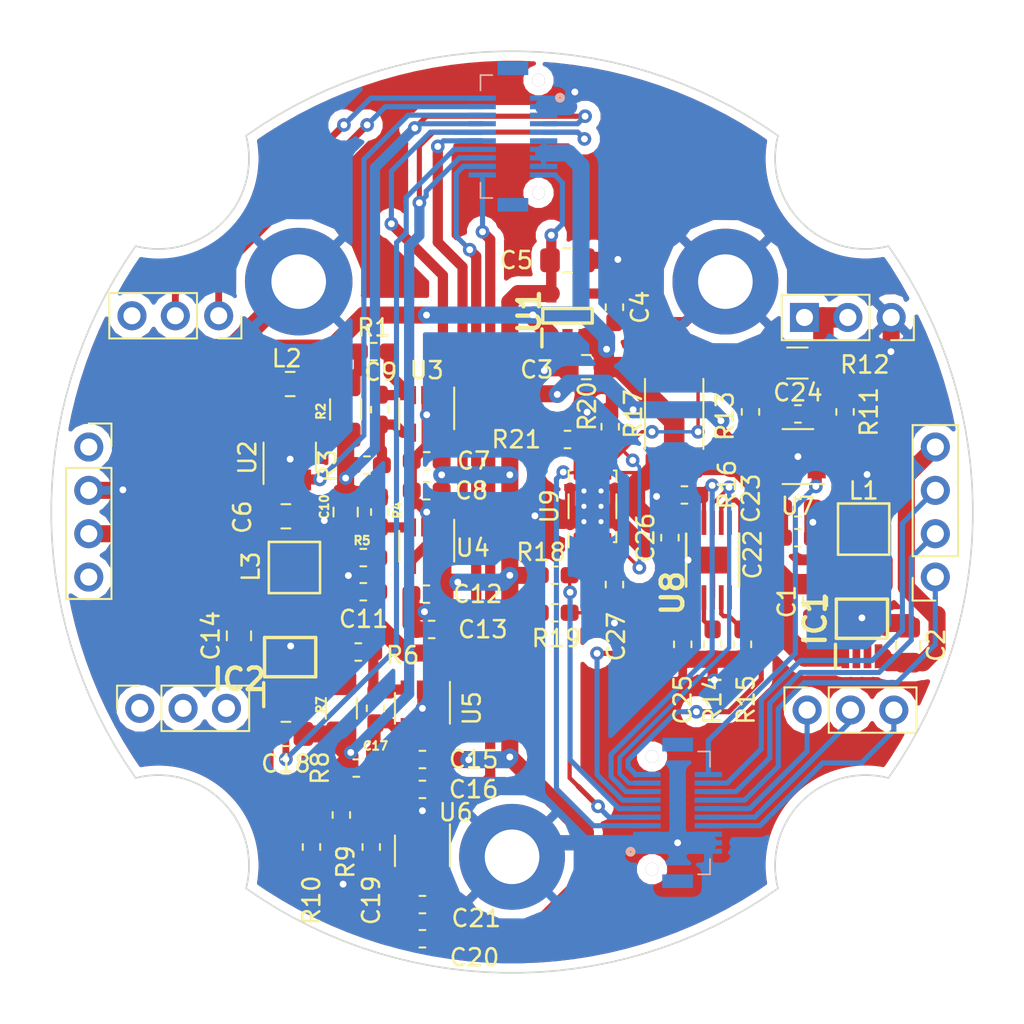
<source format=kicad_pcb>
(kicad_pcb (version 20171130) (host pcbnew "(5.0.0)")
  (layers (0 F.Cu signal) (31 B.Cu signal) (34 B.Paste user) (35 F.Paste user) (36 B.SilkS user) (37 F.SilkS user) (38 B.Mask user) (39 F.Mask user) (44 Edge.Cuts user))
  (net 0 "")
  (net 1 VBUS)
  (net 2 "Net-(R14-Pad2)")
  (net 3 GND)
  (net 4 "Net-(R15-Pad2)")
  (net 5 "Net-(U8-Pad5)")
  (net 6 "Net-(U8-Pad6)")
  (net 7 /ISET)
  (net 8 /CHG)
  (net 9 /CHG_DISABLE)
  (net 10 +BATT)
  (net 11 "/Fuel Gauge/VBAT")
  (net 12 +3V3)
  (net 13 "Net-(L2-Pad2)")
  (net 14 "Net-(IC2-Pad4)")
  (net 15 +5V)
  (net 16 /BATT_INTERNO)
  (net 17 "Net-(C9-Pad1)")
  (net 18 "Net-(C17-Pad1)")
  (net 19 "Net-(C9-Pad2)")
  (net 20 "Net-(C24-Pad1)")
  (net 21 "Net-(C11-Pad2)")
  (net 22 "Net-(C19-Pad2)")
  (net 23 "Net-(C24-Pad2)")
  (net 24 "Net-(C17-Pad2)")
  (net 25 "Net-(L2-Pad1)")
  (net 26 /I_SENSE_BATT)
  (net 27 +3V3_Internal)
  (net 28 /I_SENSE_3V3)
  (net 29 /I_SENSE_5V)
  (net 30 /V_SENSE_5V)
  (net 31 /V_SENSE_3V3)
  (net 32 /SCL)
  (net 33 /SDA)
  (net 34 "Net-(U9-Pad4)")
  (net 35 "Net-(C27-Pad1)")
  (net 36 /GPOUT)
  (net 37 "Net-(U9-Pad11)")
  (net 38 "Net-(R20-Pad1)")
  (net 39 "Net-(U9-Pad9)")
  (net 40 /SERVOS_5V)
  (net 41 "Net-(C4-Pad2)")
  (net 42 "Net-(IC2-Pad5)")
  (net 43 "Net-(IC1-Pad5)")
  (net 44 "Net-(J2-Pad14)")
  (net 45 "Net-(J2-Pad13)")
  (net 46 /GPS_TX)
  (net 47 /P1)
  (net 48 "Net-(J2-Pad17)")
  (net 49 "Net-(J2-Pad18)")
  (net 50 "Net-(J2-Pad19)")
  (net 51 "Net-(J2-Pad20)")
  (net 52 /S_GLOBO)
  (net 53 /CS)
  (net 54 /SCLK)
  (net 55 /SDO)
  (net 56 /S_PARACAIDAS)
  (net 57 /SDI)
  (net 58 "Net-(IC2-Pad2)")
  (net 59 "Net-(IC2-Pad3)")
  (net 60 "Net-(IC1-Pad3)")
  (net 61 "Net-(IC1-Pad2)")
  (net 62 "Net-(J1-Pad41)")
  (net 63 "Net-(J1-Pad42)")
  (net 64 "Net-(J1-Pad43)")
  (net 65 "Net-(J1-Pad44)")
  (net 66 /ENABLE_5V)
  (net 67 /ENABLE_3V3)
  (module Capacitor_SMD:C_0603_1608Metric_Pad1.05x0.95mm_HandSolder (layer F.Cu) (at -4.71 6.88)
    (fp_text reference C13 (at 3 0) (layer F.SilkS))
    (fp_text value 100nF)
    (pad 2 smd roundrect (at 0.875 0) (size 1.05 0.95) (layers F.Cu F.Paste F.Mask) (net 27 +3V3_Internal))
    (pad 1 smd roundrect (at -0.875 0) (size 1.05 0.95) (layers F.Cu F.Paste F.Mask) (net 3 GND))
  )
  (module Package_SON:Texas_S-PDSO-N12 (layer F.Cu) (at 4.7125 -0.335001 90)
    (fp_text reference U9 (at -0.000701 -2.517393 90) (layer F.SilkS))
    (fp_text value BQ27441DRZR-G1A)
    (pad 13 smd rect (at -1.1 1.365) (size 0.575 0.4) (layers F.Cu F.Paste F.Mask) (net 3 GND))
    (pad 13 smd rect (at -1.1 -1.365) (size 0.575 0.4) (layers F.Cu F.Paste F.Mask) (net 3 GND))
    (pad 13 smd rect (at 1.1 -1.365) (size 0.575 0.4) (layers F.Cu F.Paste F.Mask) (net 3 GND))
    (pad 13 smd rect (at 1.1 1.365) (size 0.575 0.4) (layers F.Cu F.Paste F.Mask) (net 3 GND))
    (pad 13 smd rect (at 0.65 0.4875 180) (size 0.975 1.3) (layers F.Cu F.Paste) (net 3 GND))
    (pad 13 smd rect (at -0.65 0.4875 180) (size 0.975 1.3) (layers F.Cu F.Paste) (net 3 GND))
    (pad 13 smd rect (at -0.65 -0.4875 180) (size 0.975 1.3) (layers F.Cu F.Paste) (net 3 GND))
    (pad 13 smd rect (at 0.65 -0.4875 180) (size 0.975 1.3) (layers F.Cu F.Paste) (net 3 GND))
    (pad 13 smd rect (at 0 0) (size 1.95 2.6) (layers B.Cu F.Mask) (net 3 GND))
    (pad 13 thru_hole circle (at 0 0.5 90) (size 0.6 0.6) (drill 0.3) (layers *.Cu) (net 3 GND))
    (pad 13 thru_hole circle (at 0 -0.5 90) (size 0.6 0.6) (drill 0.3) (layers *.Cu) (net 3 GND))
    (pad 13 thru_hole circle (at -0.9 -0.5 90) (size 0.6 0.6) (drill 0.3) (layers *.Cu) (net 3 GND))
    (pad 13 thru_hole circle (at 0.9 -0.5 90) (size 0.6 0.6) (drill 0.3) (layers *.Cu) (net 3 GND))
    (pad 13 thru_hole circle (at 0.9 0.5 90) (size 0.6 0.6) (drill 0.3) (layers *.Cu) (net 3 GND))
    (pad 13 thru_hole circle (at -0.9 0.5 90) (size 0.6 0.6) (drill 0.3) (layers *.Cu) (net 3 GND))
    (pad 7 smd rect (at 2.3 1 90) (size 0.2 0.2) (layers F.Cu F.Paste F.Mask) (net 10 +BATT))
    (pad 8 smd rect (at 2.3 0.6 90) (size 0.2 0.2) (layers F.Cu F.Paste F.Mask) (net 11 "/Fuel Gauge/VBAT"))
    (pad 9 smd rect (at 2.3 0.2 90) (size 0.2 0.2) (layers F.Cu F.Paste F.Mask) (net 39 "Net-(U9-Pad9)"))
    (pad 10 smd rect (at 2.3 -0.2 90) (size 0.2 0.2) (layers F.Cu F.Paste F.Mask) (net 38 "Net-(R20-Pad1)"))
    (pad 11 smd rect (at 2.3 -0.6 90) (size 0.2 0.2) (layers F.Cu F.Paste F.Mask) (net 37 "Net-(U9-Pad11)"))
    (pad 12 smd rect (at 2.3 -1 90) (size 0.2 0.2) (layers F.Cu F.Paste F.Mask) (net 36 /GPOUT))
    (pad 1 smd rect (at -2.3 -1 90) (size 0.2 0.2) (layers F.Cu F.Paste F.Mask) (net 33 /SDA))
    (pad 2 smd rect (at -2.3 -0.6 90) (size 0.2 0.2) (layers F.Cu F.Paste F.Mask) (net 32 /SCL))
    (pad 6 smd rect (at -2.3 1 90) (size 0.2 0.2) (layers F.Cu F.Paste F.Mask) (net 11 "/Fuel Gauge/VBAT"))
    (pad 5 smd rect (at -2.3 0.6 90) (size 0.2 0.2) (layers F.Cu F.Paste F.Mask) (net 35 "Net-(C27-Pad1)"))
    (pad 4 smd rect (at -2.3 0.2 90) (size 0.2 0.2) (layers F.Cu F.Paste F.Mask) (net 34 "Net-(U9-Pad4)"))
    (pad 7 smd oval (at 1.975 1 90) (size 0.85 0.2) (layers F.Cu F.Paste F.Mask) (net 10 +BATT))
    (pad 8 smd oval (at 1.975 0.6 90) (size 0.85 0.2) (layers F.Cu F.Paste F.Mask) (net 11 "/Fuel Gauge/VBAT"))
    (pad 9 smd oval (at 1.975 0.2 90) (size 0.85 0.2) (layers F.Cu F.Paste F.Mask) (net 39 "Net-(U9-Pad9)"))
    (pad 10 smd oval (at 1.975 -0.2 90) (size 0.85 0.2) (layers F.Cu F.Paste F.Mask) (net 38 "Net-(R20-Pad1)"))
    (pad 11 smd oval (at 1.975 -0.6 90) (size 0.85 0.2) (layers F.Cu F.Paste F.Mask) (net 37 "Net-(U9-Pad11)"))
    (pad 12 smd oval (at 1.975 -1 90) (size 0.85 0.2) (layers F.Cu F.Paste F.Mask) (net 36 /GPOUT))
    (pad 6 smd oval (at -1.975 1 90) (size 0.85 0.2) (layers F.Cu F.Paste F.Mask) (net 11 "/Fuel Gauge/VBAT"))
    (pad 5 smd oval (at -1.975 0.6 90) (size 0.85 0.2) (layers F.Cu F.Paste F.Mask) (net 35 "Net-(C27-Pad1)"))
    (pad 4 smd oval (at -1.975 0.2 90) (size 0.85 0.2) (layers F.Cu F.Paste F.Mask) (net 34 "Net-(U9-Pad4)"))
    (pad 1 smd oval (at -1.975 -1 90) (size 0.85 0.2) (layers F.Cu F.Paste F.Mask) (net 33 /SDA))
    (pad 2 smd oval (at -1.975 -0.6 90) (size 0.85 0.2) (layers F.Cu F.Paste F.Mask) (net 32 /SCL))
    (pad 3 smd oval (at -1.975 -0.2 90) (size 0.85 0.2) (layers F.Cu F.Paste F.Mask) (net 3 GND))
    (pad 3 smd rect (at -2.3 -0.2 90) (size 0.2 0.2) (layers F.Cu F.Paste F.Mask) (net 3 GND))
    (pad 13 smd rect (at -1.1 -1.3125) (size 0.675 0.4) (layers F.Cu F.Mask) (net 3 GND))
    (pad 13 smd rect (at 1.1 -1.3125) (size 0.675 0.4) (layers F.Cu F.Mask) (net 3 GND))
    (pad 13 smd rect (at 1.1 1.3125) (size 0.675 0.4) (layers F.Cu F.Mask) (net 3 GND))
    (pad 13 smd rect (at -1.1 1.3125) (size 0.675 0.4) (layers F.Cu F.Mask) (net 3 GND))
    (pad 13 smd rect (at 0 0) (size 1.95 2.6) (layers F.Cu F.Mask) (net 3 GND))
  )
  (module Resistor_SMD:R_0603_1608Metric_Pad1.05x0.95mm_HandSolder (layer F.Cu) (at 10.1 -1)
    (fp_text reference R16 (at 2.5 -0.6 90) (layer F.SilkS))
    (fp_text value 100k)
    (pad 2 smd roundrect (at 0.875 0) (size 1.05 0.95) (layers F.Cu F.Paste F.Mask) (net 9 /CHG_DISABLE))
    (pad 1 smd roundrect (at -0.875 0) (size 1.05 0.95) (layers F.Cu F.Paste F.Mask) (net 3 GND))
  )
  (module SOP65P490X110-8N (layer F.Cu) (at 20.5 6.25 90)
    (fp_text reference IC1 (at 0 -2.75 90) (layer F.SilkS) (effects (font (size 1.27 1.27) (thickness 0.254))))
    (fp_text value MCP1642B-50I_MS hide)
    (pad 8 smd rect (at 2.2 -0.975 180) (size 0.45 1.4) (layers F.Cu F.Paste F.Mask) (net 10 +BATT))
    (pad 7 smd rect (at 2.2 -0.325 180) (size 0.45 1.4) (layers F.Cu F.Paste F.Mask) (net 3 GND))
    (pad 6 smd rect (at 2.2 0.325 180) (size 0.45 1.4) (layers F.Cu F.Paste F.Mask) (net 3 GND))
    (pad 5 smd rect (at 2.2 0.975 180) (size 0.45 1.4) (layers F.Cu F.Paste F.Mask) (net 43 "Net-(IC1-Pad5)"))
    (pad 4 smd rect (at -2.2 0.975 180) (size 0.45 1.4) (layers F.Cu F.Paste F.Mask) (net 40 /SERVOS_5V))
    (pad 3 smd rect (at -2.2 0.325 180) (size 0.45 1.4) (layers F.Cu F.Paste F.Mask) (net 60 "Net-(IC1-Pad3)"))
    (pad 2 smd rect (at -2.2 -0.325 180) (size 0.45 1.4) (layers F.Cu F.Paste F.Mask) (net 61 "Net-(IC1-Pad2)"))
    (pad 1 smd rect (at -2.2 -0.975 180) (size 0.45 1.4) (layers F.Cu F.Paste F.Mask) (net 10 +BATT))
  )
  (module SOP65P490X110-8N (layer F.Cu) (at -13 8.5 90)
    (fp_text reference IC2 (at -1.3 -3 180) (layer F.SilkS) (effects (font (size 1.27 1.27) (thickness 0.254))))
    (fp_text value MCP1642B-50I_MS hide)
    (pad 1 smd rect (at -2.2 -0.975 180) (size 0.45 1.4) (layers F.Cu F.Paste F.Mask) (net 66 /ENABLE_5V))
    (pad 2 smd rect (at -2.2 -0.325 180) (size 0.45 1.4) (layers F.Cu F.Paste F.Mask) (net 58 "Net-(IC2-Pad2)"))
    (pad 3 smd rect (at -2.2 0.325 180) (size 0.45 1.4) (layers F.Cu F.Paste F.Mask) (net 59 "Net-(IC2-Pad3)"))
    (pad 4 smd rect (at -2.2 0.975 180) (size 0.45 1.4) (layers F.Cu F.Paste F.Mask) (net 14 "Net-(IC2-Pad4)"))
    (pad 5 smd rect (at 2.2 0.975 180) (size 0.45 1.4) (layers F.Cu F.Paste F.Mask) (net 42 "Net-(IC2-Pad5)"))
    (pad 6 smd rect (at 2.2 0.325 180) (size 0.45 1.4) (layers F.Cu F.Paste F.Mask) (net 3 GND))
    (pad 7 smd rect (at 2.2 -0.325 180) (size 0.45 1.4) (layers F.Cu F.Paste F.Mask) (net 3 GND))
    (pad 8 smd rect (at 2.2 -0.975 180) (size 0.45 1.4) (layers F.Cu F.Paste F.Mask) (net 10 +BATT))
  )
  (module SOT95P280X100-5N (layer F.Cu) (at 3.25 -11.5 90)
    (fp_text reference U1 (at 0.25 -2.25 90) (layer F.SilkS) (effects (font (size 1.27 1.27) (thickness 0.254))))
    (fp_text value MIC5323-3.3YD5_TR hide)
    (pad 1 smd rect (at -1.3 -0.95 180) (size 0.6 1.05) (layers F.Cu F.Paste F.Mask) (net 10 +BATT))
    (pad 2 smd rect (at -1.3 0 180) (size 0.6 1.05) (layers F.Cu F.Paste F.Mask) (net 3 GND))
    (pad 3 smd rect (at -1.3 0.95 180) (size 0.6 1.05) (layers F.Cu F.Paste F.Mask) (net 10 +BATT))
    (pad 4 smd rect (at 1.3 0.95 180) (size 0.6 1.05) (layers F.Cu F.Paste F.Mask) (net 41 "Net-(C4-Pad2)"))
    (pad 5 smd rect (at 1.3 -0.95 180) (size 0.6 1.05) (layers F.Cu F.Paste F.Mask) (net 27 +3V3_Internal))
  )
  (module AXTEC:Conector_PCB_A-B (layer F.Cu) (at 0 0)
    (fp_text reference J2 hide)
    (fp_text value Conector_PCB_A-B hide)
    (pad 5 thru_hole oval (at 24.8 -1.27 180) (size 1.7 1.7) (drill 1) (layers *.Cu *.Mask) (net 52 /S_GLOBO))
    (pad 8 thru_hole oval (at 22.367738 11.600841 90) (size 1.7 1.7) (drill 1) (layers *.Cu *.Mask) (net 57 /SDI))
    (pad 4 thru_hole circle (at 24.8 -3.81 180) (size 1.7 1.7) (drill 1) (layers *.Cu *.Mask) (net 40 /SERVOS_5V))
    (pad 10 thru_hole circle (at 17.287738 11.600841 90) (size 1.7 1.7) (drill 1) (layers *.Cu *.Mask) (net 54 /SCLK))
    (pad 9 thru_hole oval (at 19.827738 11.600841 90) (size 1.7 1.7) (drill 1) (layers *.Cu *.Mask) (net 53 /CS))
    (pad 7 thru_hole circle (at 24.8 3.81 180) (size 1.7 1.7) (drill 1) (layers *.Cu *.Mask) (net 55 /SDO))
    (pad 6 thru_hole oval (at 24.8 1.27 270) (size 1.7 1.7) (drill 1) (layers *.Cu *.Mask) (net 56 /S_PARACAIDAS))
    (pad 3 thru_hole circle (at 22.212262 -11.400841 270) (size 1.7 1.7) (drill 1) (layers *.Cu *.Mask) (net 3 GND))
    (pad 1 thru_hole rect (at 17.132262 -11.400841 270) (size 1.7 1.7) (drill 1) (layers *.Cu *.Mask) (net 16 /BATT_INTERNO))
    (pad 2 thru_hole oval (at 19.672262 -11.400841 270) (size 1.7 1.7) (drill 1) (layers *.Cu *.Mask) (net 16 /BATT_INTERNO))
    (pad 20 thru_hole oval (at -16.732262 11.500841 90) (size 1.7 1.7) (drill 1) (layers *.Cu *.Mask) (net 51 "Net-(J2-Pad20)"))
    (pad 18 thru_hole circle (at -21.812262 11.500841 90) (size 1.7 1.7) (drill 1) (layers *.Cu *.Mask) (net 49 "Net-(J2-Pad18)"))
    (pad 19 thru_hole oval (at -19.272262 11.500841 90) (size 1.7 1.7) (drill 1) (layers *.Cu *.Mask) (net 50 "Net-(J2-Pad19)"))
    (pad 13 thru_hole oval (at -22.267738 -11.500841 270) (size 1.7 1.7) (drill 1) (layers *.Cu *.Mask) (net 45 "Net-(J2-Pad13)"))
    (pad 12 thru_hole oval (at -19.727738 -11.500841 270) (size 1.7 1.7) (drill 1) (layers *.Cu *.Mask) (net 46 /GPS_TX))
    (pad 11 thru_hole circle (at -17.187738 -11.500841 270) (size 1.7 1.7) (drill 1) (layers *.Cu *.Mask) (net 47 /P1))
    (pad 16 thru_hole oval (at -24.8 1.27) (size 1.7 1.7) (drill 1) (layers *.Cu *.Mask) (net 27 +3V3_Internal))
    (pad 17 thru_hole oval (at -24.8 3.81) (size 1.7 1.7) (drill 1) (layers *.Cu *.Mask) (net 48 "Net-(J2-Pad17)"))
    (pad 15 thru_hole oval (at -24.8 -1.27) (size 1.7 1.7) (drill 1) (layers *.Cu *.Mask) (net 3 GND))
    (pad 14 thru_hole circle (at -24.8 -3.81) (size 1.7 1.7) (drill 1) (layers *.Cu *.Mask) (net 44 "Net-(J2-Pad14)"))
  )
  (module Capacitor_SMD:C_0805_2012Metric_Pad1.15x1.40mm_HandSolder (layer F.Cu) (at 17.75 5.25 90)
    (fp_text reference C1 (at 0 -1.65 90) (layer F.SilkS))
    (fp_text value 10uF)
    (pad 2 smd roundrect (at 1.025 0 90) (size 1.15 1.4) (layers F.Cu F.Paste F.Mask) (roundrect_rratio 0.217391) (net 10 +BATT))
    (pad 1 smd roundrect (at -1.025 0 90) (size 1.15 1.4) (layers F.Cu F.Paste F.Mask) (roundrect_rratio 0.217391) (net 3 GND))
  )
  (module Capacitor_SMD:C_0805_2012Metric_Pad1.15x1.40mm_HandSolder (layer F.Cu) (at 23.2 7.8 270)
    (fp_text reference C2 (at 0 -1.65 270) (layer F.SilkS))
    (fp_text value 10uF)
    (pad 2 smd roundrect (at 1.025 0 270) (size 1.15 1.4) (layers F.Cu F.Paste F.Mask) (roundrect_rratio 0.217391) (net 40 /SERVOS_5V))
    (pad 1 smd roundrect (at -1.025 0 270) (size 1.15 1.4) (layers F.Cu F.Paste F.Mask) (roundrect_rratio 0.217391) (net 3 GND))
  )
  (module Capacitor_SMD:C_0805_2012Metric_Pad1.15x1.40mm_HandSolder (layer F.Cu) (at 4.35 -8.49)
    (fp_text reference C3 (at -2.9 0.15) (layer F.SilkS))
    (fp_text value 2.2uF)
    (pad 2 smd roundrect (at 1.025 0) (size 1.15 1.4) (layers F.Cu F.Paste F.Mask) (roundrect_rratio 0.217391) (net 10 +BATT))
    (pad 1 smd roundrect (at -1.025 0) (size 1.15 1.4) (layers F.Cu F.Paste F.Mask) (roundrect_rratio 0.217391) (net 3 GND))
  )
  (module Capacitor_SMD:C_0603_1608Metric_Pad1.05x0.95mm_HandSolder (layer F.Cu) (at 6 -12 90)
    (fp_text reference C4 (at 0 1.5 90) (layer F.SilkS))
    (fp_text value 100nF)
    (pad 2 smd roundrect (at 0.875 0 90) (size 1.05 0.95) (layers F.Cu F.Paste F.Mask) (net 41 "Net-(C4-Pad2)"))
    (pad 1 smd roundrect (at -0.875 0 90) (size 1.05 0.95) (layers F.Cu F.Paste F.Mask) (net 3 GND))
  )
  (module Capacitor_SMD:C_0805_2012Metric_Pad1.15x1.40mm_HandSolder (layer F.Cu) (at 3.25 -14.75 180)
    (fp_text reference C5 (at 3 0 180) (layer F.SilkS))
    (fp_text value 2.2uF)
    (pad 2 smd roundrect (at 1.025 0 180) (size 1.15 1.4) (layers F.Cu F.Paste F.Mask) (roundrect_rratio 0.217391) (net 27 +3V3_Internal))
    (pad 1 smd roundrect (at -1.025 0 180) (size 1.15 1.4) (layers F.Cu F.Paste F.Mask) (roundrect_rratio 0.217391) (net 3 GND))
  )
  (module Capacitor_SMD:C_0805_2012Metric_Pad1.15x1.40mm_HandSolder (layer F.Cu) (at -13.25 0.25 180)
    (fp_text reference C6 (at 2.55 -0.05 270) (layer F.SilkS))
    (fp_text value 10uF)
    (pad 2 smd roundrect (at 1.025 0 180) (size 1.15 1.4) (layers F.Cu F.Paste F.Mask) (roundrect_rratio 0.217391) (net 10 +BATT))
    (pad 1 smd roundrect (at -1.025 0 180) (size 1.15 1.4) (layers F.Cu F.Paste F.Mask) (roundrect_rratio 0.217391) (net 3 GND))
  )
  (module Capacitor_SMD:C_0603_1608Metric_Pad1.05x0.95mm_HandSolder (layer F.Cu) (at -5 -3)
    (fp_text reference C7 (at 2.75 0) (layer F.SilkS))
    (fp_text value 100nF)
    (pad 2 smd roundrect (at 0.875 0) (size 1.05 0.95) (layers F.Cu F.Paste F.Mask) (net 27 +3V3_Internal))
    (pad 1 smd roundrect (at -0.875 0) (size 1.05 0.95) (layers F.Cu F.Paste F.Mask) (net 3 GND))
  )
  (module Capacitor_SMD:C_0603_1608Metric_Pad1.05x0.95mm_HandSolder (layer F.Cu) (at -5 -1.25)
    (fp_text reference C8 (at 2.625 0) (layer F.SilkS))
    (fp_text value 1uF)
    (pad 2 smd roundrect (at 0.875 0) (size 1.05 0.95) (layers F.Cu F.Paste F.Mask) (net 27 +3V3_Internal))
    (pad 1 smd roundrect (at -0.875 0) (size 1.05 0.95) (layers F.Cu F.Paste F.Mask) (net 3 GND))
  )
  (module Capacitor_SMD:C_0603_1608Metric_Pad1.05x0.95mm_HandSolder (layer F.Cu) (at -7.75 -6 90)
    (fp_text reference C9 (at 2.2 0.05) (layer F.SilkS))
    (fp_text value 1uF)
    (pad 2 smd roundrect (at 0.875 0 90) (size 1.05 0.95) (layers F.Cu F.Paste F.Mask) (net 19 "Net-(C9-Pad2)"))
    (pad 1 smd roundrect (at -0.875 0 90) (size 1.05 0.95) (layers F.Cu F.Paste F.Mask) (net 17 "Net-(C9-Pad1)"))
  )
  (module Capacitor_SMD:C_0805_2012Metric_Pad1.15x1.40mm_HandSolder (layer F.Cu) (at -9.75 0 90)
    (fp_text reference C10 (at 0.3 -1.25 270) (layer F.SilkS) (effects (font (size 0.5 0.5) (thickness 0.125))))
    (fp_text value 10uF)
    (pad 2 smd roundrect (at 1.025 0 90) (size 1.15 1.4) (layers F.Cu F.Paste F.Mask) (roundrect_rratio 0.217391) (net 12 +3V3))
    (pad 1 smd roundrect (at -1.025 0 90) (size 1.15 1.4) (layers F.Cu F.Paste F.Mask) (roundrect_rratio 0.217391) (net 3 GND))
  )
  (module Capacitor_SMD:C_0603_1608Metric_Pad1.05x0.95mm_HandSolder (layer F.Cu) (at -8.715 4.67)
    (fp_text reference C11 (at 0.025 1.6) (layer F.SilkS))
    (fp_text value 100nF)
    (pad 2 smd roundrect (at 0.875 0) (size 1.05 0.95) (layers F.Cu F.Paste F.Mask) (net 21 "Net-(C11-Pad2)"))
    (pad 1 smd roundrect (at -0.875 0) (size 1.05 0.95) (layers F.Cu F.Paste F.Mask) (net 3 GND))
  )
  (module Capacitor_SMD:C_0603_1608Metric_Pad1.05x0.95mm_HandSolder (layer F.Cu) (at -5.02 4.81)
    (fp_text reference C12 (at 3 0) (layer F.SilkS))
    (fp_text value 1uF)
    (pad 2 smd roundrect (at 0.875 0) (size 1.05 0.95) (layers F.Cu F.Paste F.Mask) (net 27 +3V3_Internal))
    (pad 1 smd roundrect (at -0.875 0) (size 1.05 0.95) (layers F.Cu F.Paste F.Mask) (net 3 GND))
  )
  (module Capacitor_SMD:C_0805_2012Metric_Pad1.15x1.40mm_HandSolder (layer F.Cu) (at -16 7.25 90)
    (fp_text reference C14 (at 0 -1.65 90) (layer F.SilkS))
    (fp_text value 10uF)
    (pad 2 smd roundrect (at 1.025 0 90) (size 1.15 1.4) (layers F.Cu F.Paste F.Mask) (roundrect_rratio 0.217391) (net 10 +BATT))
    (pad 1 smd roundrect (at -1.025 0 90) (size 1.15 1.4) (layers F.Cu F.Paste F.Mask) (roundrect_rratio 0.217391) (net 3 GND))
  )
  (module Capacitor_SMD:C_0603_1608Metric_Pad1.05x0.95mm_HandSolder (layer F.Cu) (at -5.25 14.5)
    (fp_text reference C15 (at 3 0) (layer F.SilkS))
    (fp_text value 100nF)
    (pad 2 smd roundrect (at 0.875 0) (size 1.05 0.95) (layers F.Cu F.Paste F.Mask) (net 27 +3V3_Internal))
    (pad 1 smd roundrect (at -0.875 0) (size 1.05 0.95) (layers F.Cu F.Paste F.Mask) (net 3 GND))
  )
  (module Capacitor_SMD:C_0603_1608Metric_Pad1.05x0.95mm_HandSolder (layer F.Cu) (at -5.25 16.25)
    (fp_text reference C16 (at 3 0) (layer F.SilkS))
    (fp_text value 1uF)
    (pad 2 smd roundrect (at 0.875 0) (size 1.05 0.95) (layers F.Cu F.Paste F.Mask) (net 27 +3V3_Internal))
    (pad 1 smd roundrect (at -0.875 0) (size 1.05 0.95) (layers F.Cu F.Paste F.Mask) (net 3 GND))
  )
  (module Capacitor_SMD:C_0603_1608Metric_Pad1.05x0.95mm_HandSolder (layer F.Cu) (at -8 11.5 90)
    (fp_text reference C17 (at -2.2 0) (layer F.SilkS) (effects (font (size 0.5 0.5) (thickness 0.125))))
    (fp_text value 1uF)
    (pad 2 smd roundrect (at 0.875 0 90) (size 1.05 0.95) (layers F.Cu F.Paste F.Mask) (net 24 "Net-(C17-Pad2)"))
    (pad 1 smd roundrect (at -0.875 0 90) (size 1.05 0.95) (layers F.Cu F.Paste F.Mask) (net 18 "Net-(C17-Pad1)"))
  )
  (module Capacitor_SMD:C_0805_2012Metric_Pad1.15x1.40mm_HandSolder (layer F.Cu) (at -13.25 13)
    (fp_text reference C18 (at 0 1.75) (layer F.SilkS))
    (fp_text value 10uF)
    (pad 2 smd roundrect (at 1.025 0) (size 1.15 1.4) (layers F.Cu F.Paste F.Mask) (roundrect_rratio 0.217391) (net 15 +5V))
    (pad 1 smd roundrect (at -1.025 0) (size 1.15 1.4) (layers F.Cu F.Paste F.Mask) (roundrect_rratio 0.217391) (net 3 GND))
  )
  (module Capacitor_SMD:C_0603_1608Metric_Pad1.05x0.95mm_HandSolder (layer F.Cu) (at -8.25 19.625 90)
    (fp_text reference C19 (at -3.125 0 90) (layer F.SilkS))
    (fp_text value 10n)
    (pad 2 smd roundrect (at 0.875 0 90) (size 1.05 0.95) (layers F.Cu F.Paste F.Mask) (net 22 "Net-(C19-Pad2)"))
    (pad 1 smd roundrect (at -0.875 0 90) (size 1.05 0.95) (layers F.Cu F.Paste F.Mask) (net 3 GND))
  )
  (module Capacitor_SMD:C_0603_1608Metric_Pad1.05x0.95mm_HandSolder (layer F.Cu) (at -5.25 25)
    (fp_text reference C20 (at 3.05 1.1) (layer F.SilkS))
    (fp_text value 1uF)
    (pad 2 smd roundrect (at 0.875 0) (size 1.05 0.95) (layers F.Cu F.Paste F.Mask) (net 27 +3V3_Internal))
    (pad 1 smd roundrect (at -0.875 0) (size 1.05 0.95) (layers F.Cu F.Paste F.Mask) (net 3 GND))
  )
  (module Capacitor_SMD:C_0603_1608Metric_Pad1.05x0.95mm_HandSolder (layer F.Cu) (at -5.25 23)
    (fp_text reference C21 (at 3.15 0.8) (layer F.SilkS))
    (fp_text value 100nF)
    (pad 2 smd roundrect (at 0.875 0) (size 1.05 0.95) (layers F.Cu F.Paste F.Mask) (net 27 +3V3_Internal))
    (pad 1 smd roundrect (at -0.875 0) (size 1.05 0.95) (layers F.Cu F.Paste F.Mask) (net 3 GND))
  )
  (module Capacitor_SMD:C_0603_1608Metric_Pad1.05x0.95mm_HandSolder (layer F.Cu) (at 16.75 1.5 180)
    (fp_text reference C22 (at 2.65 -1 270) (layer F.SilkS))
    (fp_text value 100nF)
    (pad 2 smd roundrect (at 0.875 0 180) (size 1.05 0.95) (layers F.Cu F.Paste F.Mask) (net 27 +3V3_Internal))
    (pad 1 smd roundrect (at -0.875 0 180) (size 1.05 0.95) (layers F.Cu F.Paste F.Mask) (net 3 GND))
  )
  (module Capacitor_SMD:C_0603_1608Metric_Pad1.05x0.95mm_HandSolder (layer F.Cu) (at 16.75 -0.25 180)
    (fp_text reference C23 (at 2.75 0.55 270) (layer F.SilkS))
    (fp_text value 1uF)
    (pad 2 smd roundrect (at 0.875 0 180) (size 1.05 0.95) (layers F.Cu F.Paste F.Mask) (net 27 +3V3_Internal))
    (pad 1 smd roundrect (at -0.875 0 180) (size 1.05 0.95) (layers F.Cu F.Paste F.Mask) (net 3 GND))
  )
  (module Capacitor_SMD:C_0603_1608Metric_Pad1.05x0.95mm_HandSolder (layer F.Cu) (at 16.75 -5.75)
    (fp_text reference C24 (at 0 -1.25) (layer F.SilkS))
    (fp_text value 1uF)
    (pad 2 smd roundrect (at 0.875 0) (size 1.05 0.95) (layers F.Cu F.Paste F.Mask) (net 23 "Net-(C24-Pad2)"))
    (pad 1 smd roundrect (at -0.875 0) (size 1.05 0.95) (layers F.Cu F.Paste F.Mask) (net 20 "Net-(C24-Pad1)"))
  )
  (module Capacitor_SMD:C_0603_1608Metric_Pad1.05x0.95mm_HandSolder (layer F.Cu) (at 10 7.75 90)
    (fp_text reference C25 (at -3.25 0 90) (layer F.SilkS))
    (fp_text value 1uF)
    (pad 2 smd roundrect (at 0.875 0 90) (size 1.05 0.95) (layers F.Cu F.Paste F.Mask) (net 1 VBUS))
    (pad 1 smd roundrect (at -0.875 0 90) (size 1.05 0.95) (layers F.Cu F.Paste F.Mask) (net 3 GND))
  )
  (module Capacitor_SMD:C_0603_1608Metric_Pad1.05x0.95mm_HandSolder (layer F.Cu) (at 9.25 1.5 90)
    (fp_text reference C26 (at 0 -1.43 90) (layer F.SilkS))
    (fp_text value 1uF)
    (pad 2 smd roundrect (at 0.875 0 90) (size 1.05 0.95) (layers F.Cu F.Paste F.Mask) (net 10 +BATT))
    (pad 1 smd roundrect (at -0.875 0 90) (size 1.05 0.95) (layers F.Cu F.Paste F.Mask) (net 3 GND))
  )
  (module Capacitor_SMD:C_0603_1608Metric_Pad1.05x0.95mm_HandSolder (layer F.Cu) (at 6 4.25 270)
    (fp_text reference C27 (at 3.05 -0.1 270) (layer F.SilkS))
    (fp_text value 0.47uF)
    (pad 2 smd roundrect (at 0.875 0 270) (size 1.05 0.95) (layers F.Cu F.Paste F.Mask) (net 3 GND))
    (pad 1 smd roundrect (at -0.875 0 270) (size 1.05 0.95) (layers F.Cu F.Paste F.Mask) (net 35 "Net-(C27-Pad1)"))
  )
  (module AXTEC:SRN3010TA-4R7M (layer F.Cu) (at 20.6 1 180)
    (fp_text reference L1 (at 0 2.25 180) (layer F.SilkS))
    (fp_text value 4.7uH)
    (pad 2 smd rect (at 1.1 0 270) (size 3.2 1) (layers F.Cu F.Paste F.Mask) (net 10 +BATT))
    (pad 1 smd rect (at -1.1 0 270) (size 3.2 1) (layers F.Cu F.Paste F.Mask) (net 43 "Net-(IC1-Pad5)"))
  )
  (module Inductor_SMD:L_0805_2012Metric_Pad1.15x1.40mm_HandSolder (layer F.Cu) (at -13 -7.5)
    (fp_text reference L2 (at -0.2 -1.5 180) (layer F.SilkS))
    (fp_text value 1uH)
    (pad 2 smd roundrect (at 1.025 0) (size 1.15 1.4) (layers F.Cu F.Paste F.Mask) (roundrect_rratio 0.217391) (net 13 "Net-(L2-Pad2)"))
    (pad 1 smd roundrect (at -1.025 0) (size 1.15 1.4) (layers F.Cu F.Paste F.Mask) (roundrect_rratio 0.217391) (net 25 "Net-(L2-Pad1)"))
  )
  (module AXTEC:SRN3010TA-4R7M (layer F.Cu) (at -12.75 3.25 180)
    (fp_text reference L3 (at 2.55 0.05 270) (layer F.SilkS))
    (fp_text value 4.7uH)
    (pad 2 smd rect (at 1.1 0 270) (size 3.2 1) (layers F.Cu F.Paste F.Mask) (net 10 +BATT))
    (pad 1 smd rect (at -1.1 0 270) (size 3.2 1) (layers F.Cu F.Paste F.Mask) (net 42 "Net-(IC2-Pad5)"))
  )
  (module Resistor_SMD:R_0603_1608Metric_Pad1.05x0.95mm_HandSolder (layer F.Cu) (at -8.1 -9.4)
    (fp_text reference R1 (at 0 -1.4) (layer F.SilkS))
    (fp_text value 51R)
    (pad 2 smd roundrect (at 0.875 0) (size 1.05 0.95) (layers F.Cu F.Paste F.Mask) (net 19 "Net-(C9-Pad2)"))
    (pad 1 smd roundrect (at -0.875 0) (size 1.05 0.95) (layers F.Cu F.Paste F.Mask) (net 13 "Net-(L2-Pad2)"))
  )
  (module Resistor_SMD:R_1206_3216Metric_Pad1.42x1.75mm_HandSolder (layer F.Cu) (at -9.75 -6.0125 90)
    (fp_text reference R2 (at -0.1125 -1.45 270) (layer F.SilkS) (effects (font (size 0.5 0.5) (thickness 0.125))))
    (fp_text value 120m)
    (pad 2 smd roundrect (at 1.4875 0 90) (size 1.425 1.75) (layers F.Cu F.Paste F.Mask) (roundrect_rratio 0.175439) (net 13 "Net-(L2-Pad2)"))
    (pad 1 smd roundrect (at -1.4875 0 90) (size 1.425 1.75) (layers F.Cu F.Paste F.Mask) (roundrect_rratio 0.175439) (net 12 +3V3))
  )
  (module Resistor_SMD:R_0603_1608Metric_Pad1.05x0.95mm_HandSolder (layer F.Cu) (at -8.5 -2.75)
    (fp_text reference R3 (at -2.3 0.05 90) (layer F.SilkS))
    (fp_text value 51R)
    (pad 2 smd roundrect (at 0.875 0) (size 1.05 0.95) (layers F.Cu F.Paste F.Mask) (net 17 "Net-(C9-Pad1)"))
    (pad 1 smd roundrect (at -0.875 0) (size 1.05 0.95) (layers F.Cu F.Paste F.Mask) (net 12 +3V3))
  )
  (module Resistor_SMD:R_0603_1608Metric_Pad1.05x0.95mm_HandSolder (layer F.Cu) (at -7.75 0 90)
    (fp_text reference R4 (at 0.1 1.05 90) (layer F.SilkS) (effects (font (size 0.5 0.5) (thickness 0.125))))
    (fp_text value 2k)
    (pad 2 smd roundrect (at 0.875 0 90) (size 1.05 0.95) (layers F.Cu F.Paste F.Mask) (net 12 +3V3))
    (pad 1 smd roundrect (at -0.875 0 90) (size 1.05 0.95) (layers F.Cu F.Paste F.Mask) (net 21 "Net-(C11-Pad2)"))
  )
  (module Resistor_SMD:R_0603_1608Metric_Pad1.05x0.95mm_HandSolder (layer F.Cu) (at -8.715 2.67)
    (fp_text reference R5 (at -0.075 -1 180) (layer F.SilkS) (effects (font (size 0.5 0.5) (thickness 0.125))))
    (fp_text value 130k)
    (pad 2 smd roundrect (at 0.875 0) (size 1.05 0.95) (layers F.Cu F.Paste F.Mask) (net 21 "Net-(C11-Pad2)"))
    (pad 1 smd roundrect (at -0.875 0) (size 1.05 0.95) (layers F.Cu F.Paste F.Mask) (net 3 GND))
  )
  (module Resistor_SMD:R_0603_1608Metric_Pad1.05x0.95mm_HandSolder (layer F.Cu) (at -9.01 8.2)
    (fp_text reference R6 (at 2.6 0.2) (layer F.SilkS))
    (fp_text value 51R)
    (pad 2 smd roundrect (at 0.875 0) (size 1.05 0.95) (layers F.Cu F.Paste F.Mask) (net 24 "Net-(C17-Pad2)"))
    (pad 1 smd roundrect (at -0.875 0) (size 1.05 0.95) (layers F.Cu F.Paste F.Mask) (net 14 "Net-(IC2-Pad4)"))
  )
  (module Resistor_SMD:R_1206_3216Metric_Pad1.42x1.75mm_HandSolder (layer F.Cu) (at -10 11.5 90)
    (fp_text reference R7 (at 0.2 -1.2 270) (layer F.SilkS) (effects (font (size 0.5 0.5) (thickness 0.125))))
    (fp_text value 200m)
    (pad 2 smd roundrect (at 1.4875 0 90) (size 1.425 1.75) (layers F.Cu F.Paste F.Mask) (roundrect_rratio 0.175439) (net 14 "Net-(IC2-Pad4)"))
    (pad 1 smd roundrect (at -1.4875 0 90) (size 1.425 1.75) (layers F.Cu F.Paste F.Mask) (roundrect_rratio 0.175439) (net 15 +5V))
  )
  (module Resistor_SMD:R_0603_1608Metric_Pad1.05x0.95mm_HandSolder (layer F.Cu) (at -9.125 15)
    (fp_text reference R8 (at -2.125 0 90) (layer F.SilkS))
    (fp_text value 51R)
    (pad 2 smd roundrect (at 0.875 0) (size 1.05 0.95) (layers F.Cu F.Paste F.Mask) (net 18 "Net-(C17-Pad1)"))
    (pad 1 smd roundrect (at -0.875 0) (size 1.05 0.95) (layers F.Cu F.Paste F.Mask) (net 15 +5V))
  )
  (module Resistor_SMD:R_0603_1608Metric_Pad1.05x0.95mm_HandSolder (layer F.Cu) (at -10 17.75 90)
    (fp_text reference R9 (at -2.75 0.25 90) (layer F.SilkS))
    (fp_text value 22k)
    (pad 2 smd roundrect (at 0.875 0 90) (size 1.05 0.95) (layers F.Cu F.Paste F.Mask) (net 15 +5V))
    (pad 1 smd roundrect (at -0.875 0 90) (size 1.05 0.95) (layers F.Cu F.Paste F.Mask) (net 22 "Net-(C19-Pad2)"))
  )
  (module Resistor_SMD:R_0603_1608Metric_Pad1.05x0.95mm_HandSolder (layer F.Cu) (at -11.75 19.625 90)
    (fp_text reference R10 (at -3.125 0 90) (layer F.SilkS))
    (fp_text value 39k)
    (pad 2 smd roundrect (at 0.875 0 90) (size 1.05 0.95) (layers F.Cu F.Paste F.Mask) (net 22 "Net-(C19-Pad2)"))
    (pad 1 smd roundrect (at -0.875 0 90) (size 1.05 0.95) (layers F.Cu F.Paste F.Mask) (net 3 GND))
  )
  (module Resistor_SMD:R_0603_1608Metric_Pad1.05x0.95mm_HandSolder (layer F.Cu) (at 19.51 -5.87 90)
    (fp_text reference R11 (at 0 1.4 90) (layer F.SilkS))
    (fp_text value 51R)
    (pad 2 smd roundrect (at 0.875 0 90) (size 1.05 0.95) (layers F.Cu F.Paste F.Mask) (net 16 /BATT_INTERNO))
    (pad 1 smd roundrect (at -0.875 0 90) (size 1.05 0.95) (layers F.Cu F.Paste F.Mask) (net 23 "Net-(C24-Pad2)"))
  )
  (module Resistor_SMD:R_1206_3216Metric_Pad1.42x1.75mm_HandSolder (layer F.Cu) (at 16.72 -8.73)
    (fp_text reference R12 (at 3.95 0.1) (layer F.SilkS))
    (fp_text value 51m)
    (pad 2 smd roundrect (at 1.4875 0) (size 1.425 1.75) (layers F.Cu F.Paste F.Mask) (roundrect_rratio 0.175439) (net 16 /BATT_INTERNO))
    (pad 1 smd roundrect (at -1.4875 0) (size 1.425 1.75) (layers F.Cu F.Paste F.Mask) (roundrect_rratio 0.175439) (net 11 "/Fuel Gauge/VBAT"))
  )
  (module Resistor_SMD:R_0603_1608Metric_Pad1.05x0.95mm_HandSolder (layer F.Cu) (at 13.97 -5.87 90)
    (fp_text reference R13 (at -0.25 -1.5 90) (layer F.SilkS))
    (fp_text value 51R)
    (pad 2 smd roundrect (at 0.875 0 90) (size 1.05 0.95) (layers F.Cu F.Paste F.Mask) (net 11 "/Fuel Gauge/VBAT"))
    (pad 1 smd roundrect (at -0.875 0 90) (size 1.05 0.95) (layers F.Cu F.Paste F.Mask) (net 20 "Net-(C24-Pad1)"))
  )
  (module Resistor_SMD:R_0603_1608Metric_Pad1.05x0.95mm_HandSolder (layer F.Cu) (at 11.75 7.75 90)
    (fp_text reference R14 (at -3.25 0 90) (layer F.SilkS))
    (fp_text value 1k8)
    (pad 2 smd roundrect (at 0.875 0 90) (size 1.05 0.95) (layers F.Cu F.Paste F.Mask) (net 2 "Net-(R14-Pad2)"))
    (pad 1 smd roundrect (at -0.875 0 90) (size 1.05 0.95) (layers F.Cu F.Paste F.Mask) (net 3 GND))
  )
  (module Resistor_SMD:R_0603_1608Metric_Pad1.05x0.95mm_HandSolder (layer F.Cu) (at 13.5 7.75 90)
    (fp_text reference R15 (at -3.25 0.2 90) (layer F.SilkS))
    (fp_text value 2k)
    (pad 2 smd roundrect (at 0.875 0 90) (size 1.05 0.95) (layers F.Cu F.Paste F.Mask) (net 4 "Net-(R15-Pad2)"))
    (pad 1 smd roundrect (at -0.875 0 90) (size 1.05 0.95) (layers F.Cu F.Paste F.Mask) (net 3 GND))
  )
  (module Resistor_SMD:R_2512_6332Metric_Pad1.52x3.35mm_HandSolder (layer F.Cu) (at 9.5 -5.75 90)
    (fp_text reference R17 (at 0 -2.4 90) (layer F.SilkS))
    (fp_text value 10m)
    (pad 2 smd roundrect (at 2.9875 0 90) (size 1.525 3.35) (layers F.Cu F.Paste F.Mask) (roundrect_rratio 0.163934) (net 11 "/Fuel Gauge/VBAT"))
    (pad 1 smd roundrect (at -2.9875 0 90) (size 1.525 3.35) (layers F.Cu F.Paste F.Mask) (roundrect_rratio 0.163934) (net 10 +BATT))
  )
  (module Capacitor_SMD:C_0603_1608Metric_Pad1.05x0.95mm_HandSolder (layer F.Cu) (at 2.5 3.7)
    (fp_text reference R18 (at -0.8 -1.35) (layer F.SilkS))
    (fp_text value 10k)
    (pad 2 smd roundrect (at 0.875 0) (size 1.05 0.95) (layers F.Cu F.Paste F.Mask) (net 33 /SDA))
    (pad 1 smd roundrect (at -0.875 0) (size 1.05 0.95) (layers F.Cu F.Paste F.Mask) (net 27 +3V3_Internal))
  )
  (module Capacitor_SMD:C_0603_1608Metric_Pad1.05x0.95mm_HandSolder (layer F.Cu) (at 2.5 5.9)
    (fp_text reference R19 (at 0.1 1.5) (layer F.SilkS))
    (fp_text value 10k)
    (pad 2 smd roundrect (at 0.875 0) (size 1.05 0.95) (layers F.Cu F.Paste F.Mask) (net 32 /SCL))
    (pad 1 smd roundrect (at -0.875 0) (size 1.05 0.95) (layers F.Cu F.Paste F.Mask) (net 27 +3V3_Internal))
  )
  (module Capacitor_SMD:C_0603_1608Metric_Pad1.05x0.95mm_HandSolder (layer F.Cu) (at 5.75 -5 90)
    (fp_text reference R20 (at 1.2 -1.35 90) (layer F.SilkS))
    (fp_text value 10k)
    (pad 2 smd roundrect (at 0.875 0 90) (size 1.05 0.95) (layers F.Cu F.Paste F.Mask) (net 3 GND))
    (pad 1 smd roundrect (at -0.875 0 90) (size 1.05 0.95) (layers F.Cu F.Paste F.Mask) (net 38 "Net-(R20-Pad1)"))
  )
  (module Capacitor_SMD:C_0603_1608Metric_Pad1.05x0.95mm_HandSolder (layer F.Cu) (at 3.25 -4.25)
    (fp_text reference R21 (at -3 0) (layer F.SilkS))
    (fp_text value 10k)
    (pad 2 smd roundrect (at 0.875 0) (size 1.05 0.95) (layers F.Cu F.Paste F.Mask) (net 36 /GPOUT))
    (pad 1 smd roundrect (at -0.875 0) (size 1.05 0.95) (layers F.Cu F.Paste F.Mask) (net 27 +3V3_Internal))
  )
  (module Package_TO_SOT_SMD:TSOT-23-5 (layer F.Cu) (at -13.05 -3.19 90)
    (fp_text reference U2 (at 0 -2.45 90) (layer F.SilkS))
    (fp_text value ADP2108AUJ-3.3)
    (pad 5 smd rect (at 1.31 -0.95 90) (size 1.22 0.65) (layers F.Cu F.Paste F.Mask) (net 25 "Net-(L2-Pad1)"))
    (pad 4 smd rect (at 1.31 0.95 90) (size 1.22 0.65) (layers F.Cu F.Paste F.Mask) (net 12 +3V3))
    (pad 3 smd rect (at -1.31 0.95 90) (size 1.22 0.65) (layers F.Cu F.Paste F.Mask) (net 67 /ENABLE_3V3))
    (pad 2 smd rect (at -1.31 0 90) (size 1.22 0.65) (layers F.Cu F.Paste F.Mask) (net 3 GND))
    (pad 1 smd rect (at -1.31 -0.95 90) (size 1.22 0.65) (layers F.Cu F.Paste F.Mask) (net 10 +BATT))
  )
  (module Package_TO_SOT_SMD:SOT-23-5 (layer F.Cu) (at -5 -5.75 270)
    (fp_text reference U3 (at -2.55 0 180) (layer F.SilkS))
    (fp_text value INA194)
    (pad 5 smd rect (at 1.1 -0.95 270) (size 1.06 0.65) (layers F.Cu F.Paste F.Mask) (net 27 +3V3_Internal))
    (pad 4 smd rect (at 1.1 0.95 270) (size 1.06 0.65) (layers F.Cu F.Paste F.Mask) (net 17 "Net-(C9-Pad1)"))
    (pad 3 smd rect (at -1.1 0.95 270) (size 1.06 0.65) (layers F.Cu F.Paste F.Mask) (net 19 "Net-(C9-Pad2)"))
    (pad 2 smd rect (at -1.1 0 270) (size 1.06 0.65) (layers F.Cu F.Paste F.Mask) (net 3 GND))
    (pad 1 smd rect (at -1.1 -0.95 270) (size 1.06 0.65) (layers F.Cu F.Paste F.Mask) (net 28 /I_SENSE_3V3))
  )
  (module Package_TO_SOT_SMD:SOT-23-5 (layer F.Cu) (at -5 2 270)
    (fp_text reference U4 (at 0.1 -2.7) (layer F.SilkS))
    (fp_text value MCP6001-OT)
    (pad 5 smd rect (at 1.1 -0.95 270) (size 1.06 0.65) (layers F.Cu F.Paste F.Mask) (net 27 +3V3_Internal))
    (pad 4 smd rect (at 1.1 0.95 270) (size 1.06 0.65) (layers F.Cu F.Paste F.Mask) (net 31 /V_SENSE_3V3))
    (pad 3 smd rect (at -1.1 0.95 270) (size 1.06 0.65) (layers F.Cu F.Paste F.Mask) (net 21 "Net-(C11-Pad2)"))
    (pad 2 smd rect (at -1.1 0 270) (size 1.06 0.65) (layers F.Cu F.Paste F.Mask) (net 3 GND))
    (pad 1 smd rect (at -1.1 -0.95 270) (size 1.06 0.65) (layers F.Cu F.Paste F.Mask) (net 31 /V_SENSE_3V3))
  )
  (module Package_TO_SOT_SMD:SOT-23-5 (layer F.Cu) (at -5.25 11.5 270)
    (fp_text reference U5 (at 0 -2.9 270) (layer F.SilkS))
    (fp_text value INA194)
    (pad 5 smd rect (at 1.1 -0.95 270) (size 1.06 0.65) (layers F.Cu F.Paste F.Mask) (net 27 +3V3_Internal))
    (pad 4 smd rect (at 1.1 0.95 270) (size 1.06 0.65) (layers F.Cu F.Paste F.Mask) (net 18 "Net-(C17-Pad1)"))
    (pad 3 smd rect (at -1.1 0.95 270) (size 1.06 0.65) (layers F.Cu F.Paste F.Mask) (net 24 "Net-(C17-Pad2)"))
    (pad 2 smd rect (at -1.1 0 270) (size 1.06 0.65) (layers F.Cu F.Paste F.Mask) (net 3 GND))
    (pad 1 smd rect (at -1.1 -0.95 270) (size 1.06 0.65) (layers F.Cu F.Paste F.Mask) (net 29 /I_SENSE_5V))
  )
  (module Package_TO_SOT_SMD:SOT-23-5 (layer F.Cu) (at -5.25 19.85 270)
    (fp_text reference U6 (at -2.25 -1.95) (layer F.SilkS))
    (fp_text value MCP6001-OT)
    (pad 5 smd rect (at 1.1 -0.95 270) (size 1.06 0.65) (layers F.Cu F.Paste F.Mask) (net 27 +3V3_Internal))
    (pad 4 smd rect (at 1.1 0.95 270) (size 1.06 0.65) (layers F.Cu F.Paste F.Mask) (net 30 /V_SENSE_5V))
    (pad 3 smd rect (at -1.1 0.95 270) (size 1.06 0.65) (layers F.Cu F.Paste F.Mask) (net 22 "Net-(C19-Pad2)"))
    (pad 2 smd rect (at -1.1 0 270) (size 1.06 0.65) (layers F.Cu F.Paste F.Mask) (net 3 GND))
    (pad 1 smd rect (at -1.1 -0.95 270) (size 1.06 0.65) (layers F.Cu F.Paste F.Mask) (net 30 /V_SENSE_5V))
  )
  (module Package_TO_SOT_SMD:SOT-23-5 (layer F.Cu) (at 16.75 -3.25 180)
    (fp_text reference U7 (at 0 -2.9 180) (layer F.SilkS))
    (fp_text value INA194)
    (pad 5 smd rect (at 1.1 -0.95 180) (size 1.06 0.65) (layers F.Cu F.Paste F.Mask) (net 27 +3V3_Internal))
    (pad 4 smd rect (at 1.1 0.95 180) (size 1.06 0.65) (layers F.Cu F.Paste F.Mask) (net 20 "Net-(C24-Pad1)"))
    (pad 3 smd rect (at -1.1 0.95 180) (size 1.06 0.65) (layers F.Cu F.Paste F.Mask) (net 23 "Net-(C24-Pad2)"))
    (pad 2 smd rect (at -1.1 0 180) (size 1.06 0.65) (layers F.Cu F.Paste F.Mask) (net 3 GND))
    (pad 1 smd rect (at -1.1 -0.95 180) (size 1.06 0.65) (layers F.Cu F.Paste F.Mask) (net 26 /I_SENSE_BATT))
  )
  (module SamacSys_Parts:SOP50P490X110-11N (layer F.Cu) (at 11.75 2.8144 90)
    (fp_text reference U8 (at -1.9356 -2.35 90) (layer F.SilkS) (effects (font (size 1.27 1.27) (thickness 0.254))))
    (fp_text value BQ24091DGQT hide)
    (pad 11 smd rect (at 0 0 90) (size 1.5748 1.8796) (layers F.Cu F.Paste F.Mask) (net 3 GND))
    (pad 10 smd rect (at 2.1844 -0.9906 180) (size 0.2794 1.4224) (layers F.Cu F.Paste F.Mask) (net 10 +BATT))
    (pad 9 smd rect (at 2.1844 -0.508 180) (size 0.2794 1.4224) (layers F.Cu F.Paste F.Mask) (net 9 /CHG_DISABLE))
    (pad 8 smd rect (at 2.1844 0 180) (size 0.2794 1.4224) (layers F.Cu F.Paste F.Mask) (net 8 /CHG))
    (pad 7 smd rect (at 2.1844 0.508 180) (size 0.2794 1.4224) (layers F.Cu F.Paste F.Mask) (net 7 /ISET))
    (pad 6 smd rect (at 2.1844 0.9906 180) (size 0.2794 1.4224) (layers F.Cu F.Paste F.Mask) (net 6 "Net-(U8-Pad6)"))
    (pad 5 smd rect (at -2.1844 0.9906 180) (size 0.2794 1.4224) (layers F.Cu F.Paste F.Mask) (net 5 "Net-(U8-Pad5)"))
    (pad 4 smd rect (at -2.1844 0.508 180) (size 0.2794 1.4224) (layers F.Cu F.Paste F.Mask) (net 4 "Net-(R15-Pad2)"))
    (pad 3 smd rect (at -2.1844 0 180) (size 0.2794 1.4224) (layers F.Cu F.Paste F.Mask) (net 3 GND))
    (pad 2 smd rect (at -2.1844 -0.508 180) (size 0.2794 1.4224) (layers F.Cu F.Paste F.Mask) (net 2 "Net-(R14-Pad2)"))
    (pad 1 smd rect (at -2.1844 -0.9906 180) (size 0.2794 1.4224) (layers F.Cu F.Paste F.Mask) (net 1 VBUS))
  )
  (module AXTEC:MH_CanSat (layer F.Cu) (at 0 0)
    (fp_text reference MH1 hide)
    (fp_text value MH_CanSat)
    (pad 3 thru_hole circle (at 0 20.2) (size 6.2 6.2) (drill 3.2) (layers *.Cu *.Mask) (net 3 GND))
    (pad 1 thru_hole circle (at -12.5 -13.5) (size 6.3 6.3) (drill 3.2) (layers *.Cu *.Mask) (net 3 GND))
    (pad 2 thru_hole circle (at 12.5 -13.5) (size 6.2 6.2) (drill 3.2) (layers *.Cu *.Mask) (net 3 GND))
  )
  (module AXTEC:PCB_mayor_diametro (layer F.Cu) (at 0 0)
    (fp_text reference REF** hide)
    (fp_text value PCB_mayor_diametro hide)
    (fp_line (start -15.499331 -19.751839) (end -15.47029 -19.925613) (layer Edge.Cuts) (width 0.1))
    (fp_line (start -15.860906 -18.576221) (end -15.792569 -18.738779) (layer Edge.Cuts) (width 0.1))
    (fp_line (start -15.417951 -20.452486) (end -15.412231 -20.629477) (layer Edge.Cuts) (width 0.1))
    (fp_line (start -15.473351 -21.518152) (end -15.503795 -21.695616) (layer Edge.Cuts) (width 0.1))
    (fp_line (start -15.449033 -21.340405) (end -15.473351 -21.518152) (layer Edge.Cuts) (width 0.1))
    (fp_line (start -15.540404 -21.87265) (end -15.583218 -22.04911) (layer Edge.Cuts) (width 0.1))
    (fp_line (start -15.44702 -20.100409) (end -15.42956 -20.276082) (layer Edge.Cuts) (width 0.1))
    (fp_line (start -15.418617 -20.984639) (end -15.430801 -21.162519) (layer Edge.Cuts) (width 0.1))
    (fp_line (start -15.620689 -19.238099) (end -15.57457 -19.407937) (layer Edge.Cuts) (width 0.1))
    (fp_line (start -15.534105 -19.579232) (end -15.499331 -19.751839) (layer Edge.Cuts) (width 0.1))
    (fp_line (start -15.41244 -20.80691) (end -15.418617 -20.984639) (layer Edge.Cuts) (width 0.1))
    (fp_line (start -15.792569 -18.738779) (end -15.729728 -18.903375) (layer Edge.Cuts) (width 0.1))
    (fp_line (start -15.42956 -20.276082) (end -15.417951 -20.452486) (layer Edge.Cuts) (width 0.1))
    (fp_line (start -15.503795 -21.695616) (end -15.540404 -21.87265) (layer Edge.Cuts) (width 0.1))
    (fp_line (start -15.57457 -19.407937) (end -15.534105 -19.579232) (layer Edge.Cuts) (width 0.1))
    (fp_line (start -15.729728 -18.903375) (end -15.672421 -19.069863) (layer Edge.Cuts) (width 0.1))
    (fp_line (start -15.430801 -21.162519) (end -15.449033 -21.340405) (layer Edge.Cuts) (width 0.1))
    (fp_line (start -15.934698 -18.415845) (end -15.860906 -18.576221) (layer Edge.Cuts) (width 0.1))
    (fp_line (start -15.412231 -20.629477) (end -15.41244 -20.80691) (layer Edge.Cuts) (width 0.1))
    (fp_line (start -15.47029 -19.925613) (end -15.44702 -20.100409) (layer Edge.Cuts) (width 0.1))
    (fp_line (start -15.672421 -19.069863) (end -15.620689 -19.238099) (layer Edge.Cuts) (width 0.1))
    (fp_line (start -1.583446 -26.953629) (end -2.636968 -26.8712) (layer Edge.Cuts) (width 0.1))
    (fp_line (start -2.636968 -26.8712) (end -3.687321 -26.747557) (layer Edge.Cuts) (width 0.1))
    (fp_line (start 5.773465 -26.376623) (end 4.733248 -26.582696) (layer Edge.Cuts) (width 0.1))
    (fp_line (start 9.851963 -25.140187) (end 8.847228 -25.511118) (layer Edge.Cuts) (width 0.1))
    (fp_line (start 13.737851 -23.244319) (end 12.788872 -23.780108) (layer Edge.Cuts) (width 0.1))
    (fp_line (start 14.669724 -22.667316) (end 13.737851 -23.244319) (layer Edge.Cuts) (width 0.1))
    (fp_line (start 10.84466 -24.728042) (end 9.851963 -25.140187) (layer Edge.Cuts) (width 0.1))
    (fp_line (start 11.824052 -24.274682) (end 10.84466 -24.728042) (layer Edge.Cuts) (width 0.1))
    (fp_line (start -11.824046 -24.274691) (end -12.788865 -23.780118) (layer Edge.Cuts) (width 0.1))
    (fp_line (start 7.831722 -25.840834) (end 6.806711 -26.129336) (layer Edge.Cuts) (width 0.1))
    (fp_line (start -10.844653 -24.72805) (end -11.824046 -24.274691) (layer Edge.Cuts) (width 0.1))
    (fp_line (start -3.687321 -26.747557) (end -4.73324 -26.5827) (layer Edge.Cuts) (width 0.1))
    (fp_line (start -9.851956 -25.140195) (end -10.844653 -24.72805) (layer Edge.Cuts) (width 0.1))
    (fp_line (start -8.84722 -25.511125) (end -9.851956 -25.140195) (layer Edge.Cuts) (width 0.1))
    (fp_line (start -7.831714 -25.84084) (end -8.84722 -25.511125) (layer Edge.Cuts) (width 0.1))
    (fp_line (start -6.806703 -26.129341) (end -7.831714 -25.84084) (layer Edge.Cuts) (width 0.1))
    (fp_line (start 8.847228 -25.511118) (end 7.831722 -25.840834) (layer Edge.Cuts) (width 0.1))
    (fp_line (start -5.773456 -26.376628) (end -6.806703 -26.129341) (layer Edge.Cuts) (width 0.1))
    (fp_line (start 0.528032 -26.994843) (end -0.528024 -26.994843) (layer Edge.Cuts) (width 0.1))
    (fp_line (start 4.733248 -26.582696) (end 3.68733 -26.747554) (layer Edge.Cuts) (width 0.1))
    (fp_line (start -0.528024 -26.994843) (end -1.583446 -26.953629) (layer Edge.Cuts) (width 0.1))
    (fp_line (start -4.73324 -26.5827) (end -5.773456 -26.376628) (layer Edge.Cuts) (width 0.1))
    (fp_line (start 2.636976 -26.871198) (end 1.583455 -26.953628) (layer Edge.Cuts) (width 0.1))
    (fp_line (start 3.68733 -26.747554) (end 2.636976 -26.871198) (layer Edge.Cuts) (width 0.1))
    (fp_line (start 15.583223 -22.049098) (end 14.669724 -22.667316) (layer Edge.Cuts) (width 0.1))
    (fp_line (start 6.806711 -26.129336) (end 5.773465 -26.376623) (layer Edge.Cuts) (width 0.1))
    (fp_line (start 1.583455 -26.953628) (end 0.528032 -26.994843) (layer Edge.Cuts) (width 0.1))
    (fp_line (start 12.788872 -23.780108) (end 11.824052 -24.274682) (layer Edge.Cuts) (width 0.1))
    (fp_line (start -12.788865 -23.780118) (end -13.737845 -23.24433) (layer Edge.Cuts) (width 0.1))
    (fp_line (start 17.949255 -16.188419) (end 18.102212 -16.098495) (layer Edge.Cuts) (width 0.1))
    (fp_line (start 16.716734 -17.228812) (end 16.837858 -17.094609) (layer Edge.Cuts) (width 0.1))
    (fp_line (start 17.651775 -16.384124) (end 17.799061 -16.283642) (layer Edge.Cuts) (width 0.1))
    (fp_line (start 17.228816 -16.71673) (end 17.366507 -16.600707) (layer Edge.Cuts) (width 0.1))
    (fp_line (start 16.837858 -17.094609) (end 16.964044 -16.96404) (layer Edge.Cuts) (width 0.1))
    (fp_line (start 15.430806 -21.162506) (end 15.418621 -20.984626) (layer Edge.Cuts) (width 0.1))
    (fp_line (start 16.600711 -17.366503) (end 16.716734 -17.228812) (layer Edge.Cuts) (width 0.1))
    (fp_line (start 16.188423 -17.949251) (end 16.283646 -17.799057) (layer Edge.Cuts) (width 0.1))
    (fp_line (start 15.934703 -18.415832) (end 16.013912 -18.257784) (layer Edge.Cuts) (width 0.1))
    (fp_line (start 15.574574 -19.407924) (end 15.620693 -19.238086) (layer Edge.Cuts) (width 0.1))
    (fp_line (start 15.540409 -21.872638) (end 15.5038 -21.695604) (layer Edge.Cuts) (width 0.1))
    (fp_line (start 15.470294 -19.9256) (end 15.499336 -19.751826) (layer Edge.Cuts) (width 0.1))
    (fp_line (start 16.098499 -18.102208) (end 16.188423 -17.949251) (layer Edge.Cuts) (width 0.1))
    (fp_line (start 15.86091 -18.576207) (end 15.934703 -18.415832) (layer Edge.Cuts) (width 0.1))
    (fp_line (start 15.583223 -22.049098) (end 15.540409 -21.872638) (layer Edge.Cuts) (width 0.1))
    (fp_line (start 15.412444 -20.806897) (end 15.412235 -20.629465) (layer Edge.Cuts) (width 0.1))
    (fp_line (start -14.669719 -22.667327) (end -15.583218 -22.04911) (layer Edge.Cuts) (width 0.1))
    (fp_line (start 15.729732 -18.903362) (end 15.792573 -18.738766) (layer Edge.Cuts) (width 0.1))
    (fp_line (start 15.447024 -20.100396) (end 15.470294 -19.9256) (layer Edge.Cuts) (width 0.1))
    (fp_line (start 18.257788 -16.013908) (end 18.415836 -15.934699) (layer Edge.Cuts) (width 0.1))
    (fp_line (start 16.964044 -16.96404) (end 17.094613 -16.837854) (layer Edge.Cuts) (width 0.1))
    (fp_line (start 15.417955 -20.452474) (end 15.429565 -20.276069) (layer Edge.Cuts) (width 0.1))
    (fp_line (start 15.499336 -19.751826) (end 15.534109 -19.579219) (layer Edge.Cuts) (width 0.1))
    (fp_line (start 17.507542 -16.489825) (end 17.651775 -16.384124) (layer Edge.Cuts) (width 0.1))
    (fp_line (start 16.489829 -17.507538) (end 16.600711 -17.366503) (layer Edge.Cuts) (width 0.1))
    (fp_line (start 16.384128 -17.651771) (end 16.489829 -17.507538) (layer Edge.Cuts) (width 0.1))
    (fp_line (start 15.672425 -19.06985) (end 15.729732 -18.903362) (layer Edge.Cuts) (width 0.1))
    (fp_line (start 15.418621 -20.984626) (end 15.412444 -20.806897) (layer Edge.Cuts) (width 0.1))
    (fp_line (start 15.412235 -20.629465) (end 15.417955 -20.452474) (layer Edge.Cuts) (width 0.1))
    (fp_line (start 17.799061 -16.283642) (end 17.949255 -16.188419) (layer Edge.Cuts) (width 0.1))
    (fp_line (start 16.283646 -17.799057) (end 16.384128 -17.651771) (layer Edge.Cuts) (width 0.1))
    (fp_line (start 15.449038 -21.340393) (end 15.430806 -21.162506) (layer Edge.Cuts) (width 0.1))
    (fp_line (start 15.473356 -21.51814) (end 15.449038 -21.340393) (layer Edge.Cuts) (width 0.1))
    (fp_line (start 17.094613 -16.837854) (end 17.228816 -16.71673) (layer Edge.Cuts) (width 0.1))
    (fp_line (start 15.534109 -19.579219) (end 15.574574 -19.407924) (layer Edge.Cuts) (width 0.1))
    (fp_line (start 17.366507 -16.600707) (end 17.507542 -16.489825) (layer Edge.Cuts) (width 0.1))
    (fp_line (start 16.013912 -18.257784) (end 16.098499 -18.102208) (layer Edge.Cuts) (width 0.1))
    (fp_line (start 15.792573 -18.738766) (end 15.86091 -18.576207) (layer Edge.Cuts) (width 0.1))
    (fp_line (start 15.620693 -19.238086) (end 15.672425 -19.06985) (layer Edge.Cuts) (width 0.1))
    (fp_line (start 15.429565 -20.276069) (end 15.447024 -20.100396) (layer Edge.Cuts) (width 0.1))
    (fp_line (start -13.737845 -23.24433) (end -14.669719 -22.667327) (layer Edge.Cuts) (width 0.1))
    (fp_line (start 15.5038 -21.695604) (end 15.473356 -21.51814) (layer Edge.Cuts) (width 0.1))
    (fp_line (start 18.73877 -15.792569) (end 18.903366 -15.729728) (layer Edge.Cuts) (width 0.1))
    (fp_line (start 18.576211 -15.860906) (end 18.73877 -15.792569) (layer Edge.Cuts) (width 0.1))
    (fp_line (start 18.415836 -15.934699) (end 18.576211 -15.860906) (layer Edge.Cuts) (width 0.1))
    (fp_line (start 18.102212 -16.098495) (end 18.257788 -16.013908) (layer Edge.Cuts) (width 0.1))
    (fp_line (start -24.274682 -11.824059) (end -24.728042 -10.844667) (layer Edge.Cuts) (width 0.1))
    (fp_line (start -26.129337 -6.806715) (end -26.376625 -5.773468) (layer Edge.Cuts) (width 0.1))
    (fp_line (start -19.407928 15.574578) (end -19.579223 15.534113) (layer Edge.Cuts) (width 0.1))
    (fp_line (start -19.75183 15.49934) (end -19.925604 15.470298) (layer Edge.Cuts) (width 0.1))
    (fp_line (start -21.16251 15.43081) (end -21.340397 15.449042) (layer Edge.Cuts) (width 0.1))
    (fp_line (start -26.376625 -5.773468) (end -26.582697 -4.733251) (layer Edge.Cuts) (width 0.1))
    (fp_line (start -22.049096 -15.583232) (end -22.667314 -14.669733) (layer Edge.Cuts) (width 0.1))
    (fp_line (start -23.780107 -12.788879) (end -24.274682 -11.824059) (layer Edge.Cuts) (width 0.1))
    (fp_line (start -21.340397 15.449042) (end -21.518144 15.47336) (layer Edge.Cuts) (width 0.1))
    (fp_line (start -19.579223 15.534113) (end -19.75183 15.49934) (layer Edge.Cuts) (width 0.1))
    (fp_line (start -22.667314 -14.669733) (end -23.244318 -13.737859) (layer Edge.Cuts) (width 0.1))
    (fp_line (start -26.12934 6.806708) (end -25.840838 7.831719) (layer Edge.Cuts) (width 0.1))
    (fp_line (start -26.871201 2.63697) (end -26.747557 3.687324) (layer Edge.Cuts) (width 0.1))
    (fp_line (start -26.953629 -1.583455) (end -26.994844 -0.528032) (layer Edge.Cuts) (width 0.1))
    (fp_line (start -21.872642 15.540413) (end -22.049102 15.583227) (layer Edge.Cuts) (width 0.1))
    (fp_line (start -26.582697 -4.733251) (end -26.747556 -3.687332) (layer Edge.Cuts) (width 0.1))
    (fp_line (start -23.244318 -13.737859) (end -23.780107 -12.788879) (layer Edge.Cuts) (width 0.1))
    (fp_line (start -20.452478 15.417959) (end -20.629469 15.412239) (layer Edge.Cuts) (width 0.1))
    (fp_line (start -19.069854 15.672429) (end -19.23809 15.620697) (layer Edge.Cuts) (width 0.1))
    (fp_line (start -25.140188 -9.851969) (end -25.511119 -8.847233) (layer Edge.Cuts) (width 0.1))
    (fp_line (start -24.728042 -10.844667) (end -25.140188 -9.851969) (layer Edge.Cuts) (width 0.1))
    (fp_line (start -18.576211 15.860914) (end -18.73877 15.792577) (layer Edge.Cuts) (width 0.1))
    (fp_line (start -20.276073 15.429569) (end -20.452478 15.417959) (layer Edge.Cuts) (width 0.1))
    (fp_line (start -21.695608 15.503804) (end -21.872642 15.540413) (layer Edge.Cuts) (width 0.1))
    (fp_line (start -25.511119 -8.847233) (end -25.840835 -7.831726) (layer Edge.Cuts) (width 0.1))
    (fp_line (start -20.629469 15.412239) (end -20.806901 15.412448) (layer Edge.Cuts) (width 0.1))
    (fp_line (start -20.806901 15.412448) (end -20.98463 15.418625) (layer Edge.Cuts) (width 0.1))
    (fp_line (start -18.73877 15.792577) (end -18.903366 15.729736) (layer Edge.Cuts) (width 0.1))
    (fp_line (start -26.95363 1.583448) (end -26.871201 2.63697) (layer Edge.Cuts) (width 0.1))
    (fp_line (start -25.140191 9.851962) (end -24.728046 10.84466) (layer Edge.Cuts) (width 0.1))
    (fp_line (start -25.840838 7.831719) (end -25.511122 8.847226) (layer Edge.Cuts) (width 0.1))
    (fp_line (start -19.23809 15.620697) (end -19.407928 15.574578) (layer Edge.Cuts) (width 0.1))
    (fp_line (start -18.903366 15.729736) (end -19.069854 15.672429) (layer Edge.Cuts) (width 0.1))
    (fp_line (start -26.8712 -2.636977) (end -26.953629 -1.583455) (layer Edge.Cuts) (width 0.1))
    (fp_line (start -26.582699 4.733244) (end -26.376627 5.773461) (layer Edge.Cuts) (width 0.1))
    (fp_line (start -25.840835 -7.831726) (end -26.129337 -6.806715) (layer Edge.Cuts) (width 0.1))
    (fp_line (start -20.98463 15.418625) (end -21.16251 15.43081) (layer Edge.Cuts) (width 0.1))
    (fp_line (start -19.925604 15.470298) (end -20.1004 15.447028) (layer Edge.Cuts) (width 0.1))
    (fp_line (start -26.376627 5.773461) (end -26.12934 6.806708) (layer Edge.Cuts) (width 0.1))
    (fp_line (start -26.994844 0.528025) (end -26.95363 1.583448) (layer Edge.Cuts) (width 0.1))
    (fp_line (start -21.518144 15.47336) (end -21.695608 15.503804) (layer Edge.Cuts) (width 0.1))
    (fp_line (start -25.511122 8.847226) (end -25.140191 9.851962) (layer Edge.Cuts) (width 0.1))
    (fp_line (start -26.747557 3.687324) (end -26.582699 4.733244) (layer Edge.Cuts) (width 0.1))
    (fp_line (start -20.1004 15.447028) (end -20.276073 15.429569) (layer Edge.Cuts) (width 0.1))
    (fp_line (start -26.994844 -0.528032) (end -26.994844 0.528025) (layer Edge.Cuts) (width 0.1))
    (fp_line (start -26.747556 -3.687332) (end -26.8712 -2.636977) (layer Edge.Cuts) (width 0.1))
    (fp_line (start -16.013908 -18.257797) (end -15.934698 -18.415845) (layer Edge.Cuts) (width 0.1))
    (fp_line (start -19.069849 -15.672436) (end -18.903361 -15.729742) (layer Edge.Cuts) (width 0.1))
    (fp_line (start -16.098495 -18.102222) (end -16.013908 -18.257797) (layer Edge.Cuts) (width 0.1))
    (fp_line (start -16.188419 -17.949265) (end -16.098495 -18.102222) (layer Edge.Cuts) (width 0.1))
    (fp_line (start -19.238085 -15.620704) (end -19.069849 -15.672436) (layer Edge.Cuts) (width 0.1))
    (fp_line (start -19.579218 -15.534119) (end -19.407923 -15.574585) (layer Edge.Cuts) (width 0.1))
    (fp_line (start -17.094609 -16.837868) (end -16.96404 -16.964054) (layer Edge.Cuts) (width 0.1))
    (fp_line (start -16.283642 -17.79907) (end -16.188419 -17.949265) (layer Edge.Cuts) (width 0.1))
    (fp_line (start -16.384124 -17.651784) (end -16.283642 -17.79907) (layer Edge.Cuts) (width 0.1))
    (fp_line (start -21.340391 -15.449047) (end -21.162504 -15.430816) (layer Edge.Cuts) (width 0.1))
    (fp_line (start -23.780112 12.788873) (end -23.244323 13.737854) (layer Edge.Cuts) (width 0.1))
    (fp_line (start -16.489825 -17.507551) (end -16.384124 -17.651784) (layer Edge.Cuts) (width 0.1))
    (fp_line (start -20.629463 -15.412246) (end -20.452472 -15.417966) (layer Edge.Cuts) (width 0.1))
    (fp_line (start -16.71673 -17.228826) (end -16.600707 -17.366517) (layer Edge.Cuts) (width 0.1))
    (fp_line (start -16.837854 -17.094623) (end -16.71673 -17.228826) (layer Edge.Cuts) (width 0.1))
    (fp_line (start -21.872636 -15.540418) (end -21.695602 -15.503809) (layer Edge.Cuts) (width 0.1))
    (fp_line (start -24.728046 10.84466) (end -24.274687 11.824053) (layer Edge.Cuts) (width 0.1))
    (fp_line (start -19.407923 -15.574585) (end -19.238085 -15.620704) (layer Edge.Cuts) (width 0.1))
    (fp_line (start -21.695602 -15.503809) (end -21.518138 -15.473365) (layer Edge.Cuts) (width 0.1))
    (fp_line (start -20.452472 -15.417966) (end -20.276068 -15.429575) (layer Edge.Cuts) (width 0.1))
    (fp_line (start -16.96404 -16.964054) (end -16.837854 -17.094623) (layer Edge.Cuts) (width 0.1))
    (fp_line (start -17.507537 -16.48984) (end -17.366503 -16.600721) (layer Edge.Cuts) (width 0.1))
    (fp_line (start -17.799056 -16.283656) (end -17.65177 -16.384138) (layer Edge.Cuts) (width 0.1))
    (fp_line (start -17.366503 -16.600721) (end -17.228812 -16.716744) (layer Edge.Cuts) (width 0.1))
    (fp_line (start -21.162504 -15.430816) (end -20.984624 -15.418631) (layer Edge.Cuts) (width 0.1))
    (fp_line (start -17.228812 -16.716744) (end -17.094609 -16.837868) (layer Edge.Cuts) (width 0.1))
    (fp_line (start -22.66732 14.669727) (end -22.049102 15.583227) (layer Edge.Cuts) (width 0.1))
    (fp_line (start -17.94925 -16.188434) (end -17.799056 -16.283656) (layer Edge.Cuts) (width 0.1))
    (fp_line (start -18.257783 -16.013923) (end -18.102208 -16.098509) (layer Edge.Cuts) (width 0.1))
    (fp_line (start -18.576206 -15.86092) (end -18.415831 -15.934713) (layer Edge.Cuts) (width 0.1))
    (fp_line (start -21.518138 -15.473365) (end -21.340391 -15.449047) (layer Edge.Cuts) (width 0.1))
    (fp_line (start -19.925599 -15.470305) (end -19.751825 -15.499346) (layer Edge.Cuts) (width 0.1))
    (fp_line (start -20.806895 -15.412454) (end -20.629463 -15.412246) (layer Edge.Cuts) (width 0.1))
    (fp_line (start -24.274687 11.824053) (end -23.780112 12.788873) (layer Edge.Cuts) (width 0.1))
    (fp_line (start -19.751825 -15.499346) (end -19.579218 -15.534119) (layer Edge.Cuts) (width 0.1))
    (fp_line (start -18.738765 -15.792584) (end -18.576206 -15.86092) (layer Edge.Cuts) (width 0.1))
    (fp_line (start -17.65177 -16.384138) (end -17.507537 -16.48984) (layer Edge.Cuts) (width 0.1))
    (fp_line (start -18.415831 -15.934713) (end -18.257783 -16.013923) (layer Edge.Cuts) (width 0.1))
    (fp_line (start -18.903361 -15.729742) (end -18.738765 -15.792584) (layer Edge.Cuts) (width 0.1))
    (fp_line (start -20.276068 -15.429575) (end -20.100395 -15.447035) (layer Edge.Cuts) (width 0.1))
    (fp_line (start -22.049096 -15.583232) (end -21.872636 -15.540418) (layer Edge.Cuts) (width 0.1))
    (fp_line (start -23.244323 13.737854) (end -22.66732 14.669727) (layer Edge.Cuts) (width 0.1))
    (fp_line (start -20.984624 -15.418631) (end -20.806895 -15.412454) (layer Edge.Cuts) (width 0.1))
    (fp_line (start -16.600707 -17.366517) (end -16.489825 -17.507551) (layer Edge.Cuts) (width 0.1))
    (fp_line (start -18.102208 -16.098509) (end -17.94925 -16.188434) (layer Edge.Cuts) (width 0.1))
    (fp_line (start -20.100395 -15.447035) (end -19.925599 -15.470305) (layer Edge.Cuts) (width 0.1))
    (fp_line (start -18.102212 16.098503) (end -18.257788 16.013916) (layer Edge.Cuts) (width 0.1))
    (fp_line (start -15.620693 19.238094) (end -15.672425 19.069858) (layer Edge.Cuts) (width 0.1))
    (fp_line (start -17.799061 16.28365) (end -17.949255 16.188427) (layer Edge.Cuts) (width 0.1))
    (fp_line (start -16.964044 16.964048) (end -17.094613 16.837862) (layer Edge.Cuts) (width 0.1))
    (fp_line (start -15.729732 18.90337) (end -15.792573 18.738774) (layer Edge.Cuts) (width 0.1))
    (fp_line (start -17.651775 16.384132) (end -17.799061 16.28365) (layer Edge.Cuts) (width 0.1))
    (fp_line (start -16.600711 17.366511) (end -16.716734 17.22882) (layer Edge.Cuts) (width 0.1))
    (fp_line (start -15.86091 18.576215) (end -15.934703 18.41584) (layer Edge.Cuts) (width 0.1))
    (fp_line (start -17.366507 16.600715) (end -17.507542 16.489833) (layer Edge.Cuts) (width 0.1))
    (fp_line (start -16.489829 17.507546) (end -16.600711 17.366511) (layer Edge.Cuts) (width 0.1))
    (fp_line (start -16.013912 18.257792) (end -16.098499 18.102216) (layer Edge.Cuts) (width 0.1))
    (fp_line (start -16.098499 18.102216) (end -16.188423 17.949259) (layer Edge.Cuts) (width 0.1))
    (fp_line (start -15.574574 19.407932) (end -15.620693 19.238094) (layer Edge.Cuts) (width 0.1))
    (fp_line (start -17.094613 16.837862) (end -17.228816 16.716738) (layer Edge.Cuts) (width 0.1))
    (fp_line (start -16.283646 17.799065) (end -16.384128 17.651779) (layer Edge.Cuts) (width 0.1))
    (fp_line (start -16.384128 17.651779) (end -16.489829 17.507546) (layer Edge.Cuts) (width 0.1))
    (fp_line (start -15.672425 19.069858) (end -15.729732 18.90337) (layer Edge.Cuts) (width 0.1))
    (fp_line (start -15.534109 19.579227) (end -15.574574 19.407932) (layer Edge.Cuts) (width 0.1))
    (fp_line (start -16.188423 17.949259) (end -16.283646 17.799065) (layer Edge.Cuts) (width 0.1))
    (fp_line (start -15.934703 18.41584) (end -16.013912 18.257792) (layer Edge.Cuts) (width 0.1))
    (fp_line (start -17.507542 16.489833) (end -17.651775 16.384132) (layer Edge.Cuts) (width 0.1))
    (fp_line (start -16.716734 17.22882) (end -16.837858 17.094617) (layer Edge.Cuts) (width 0.1))
    (fp_line (start -18.415836 15.934707) (end -18.576211 15.860914) (layer Edge.Cuts) (width 0.1))
    (fp_line (start -17.949255 16.188427) (end -18.102212 16.098503) (layer Edge.Cuts) (width 0.1))
    (fp_line (start -18.257788 16.013916) (end -18.415836 15.934707) (layer Edge.Cuts) (width 0.1))
    (fp_line (start -17.228816 16.716738) (end -17.366507 16.600715) (layer Edge.Cuts) (width 0.1))
    (fp_line (start -16.837858 17.094617) (end -16.964044 16.964048) (layer Edge.Cuts) (width 0.1))
    (fp_line (start -15.792573 18.738774) (end -15.86091 18.576215) (layer Edge.Cuts) (width 0.1))
    (fp_line (start 3.687336 26.74756) (end 4.733255 26.582701) (layer Edge.Cuts) (width 0.1))
    (fp_line (start -15.412444 20.806905) (end -15.412235 20.629473) (layer Edge.Cuts) (width 0.1))
    (fp_line (start -10.844656 24.72805) (end -9.851958 25.140195) (layer Edge.Cuts) (width 0.1))
    (fp_line (start 13.737863 23.244322) (end 14.669737 22.667318) (layer Edge.Cuts) (width 0.1))
    (fp_line (start 5.773472 26.376629) (end 6.806719 26.129341) (layer Edge.Cuts) (width 0.1))
    (fp_line (start -15.418621 20.984634) (end -15.412444 20.806905) (layer Edge.Cuts) (width 0.1))
    (fp_line (start -15.430806 21.162514) (end -15.418621 20.984634) (layer Edge.Cuts) (width 0.1))
    (fp_line (start -15.583223 22.049106) (end -15.540409 21.872646) (layer Edge.Cuts) (width 0.1))
    (fp_line (start 14.669737 22.667318) (end 15.583236 22.0491) (layer Edge.Cuts) (width 0.1))
    (fp_line (start -8.847222 25.511126) (end -7.831715 25.840842) (layer Edge.Cuts) (width 0.1))
    (fp_line (start 4.733255 26.582701) (end 5.773472 26.376629) (layer Edge.Cuts) (width 0.1))
    (fp_line (start 1.583459 26.953633) (end 2.636981 26.871204) (layer Edge.Cuts) (width 0.1))
    (fp_line (start 15.473369 21.518142) (end 15.503813 21.695606) (layer Edge.Cuts) (width 0.1))
    (fp_line (start 15.792588 18.738769) (end 15.729746 18.903365) (layer Edge.Cuts) (width 0.1))
    (fp_line (start 15.534123 19.579222) (end 15.49935 19.751829) (layer Edge.Cuts) (width 0.1))
    (fp_line (start 15.620708 19.238089) (end 15.574589 19.407927) (layer Edge.Cuts) (width 0.1))
    (fp_line (start 15.41225 20.629467) (end 15.412458 20.806899) (layer Edge.Cuts) (width 0.1))
    (fp_line (start -15.473356 21.518148) (end -15.449038 21.340401) (layer Edge.Cuts) (width 0.1))
    (fp_line (start 15.41797 20.452476) (end 15.41225 20.629467) (layer Edge.Cuts) (width 0.1))
    (fp_line (start -6.806704 26.129344) (end -5.773457 26.376631) (layer Edge.Cuts) (width 0.1))
    (fp_line (start -15.412235 20.629473) (end -15.417955 20.452482) (layer Edge.Cuts) (width 0.1))
    (fp_line (start 15.418635 20.984628) (end 15.43082 21.162508) (layer Edge.Cuts) (width 0.1))
    (fp_line (start 7.83173 25.840839) (end 8.847237 25.511123) (layer Edge.Cuts) (width 0.1))
    (fp_line (start -4.73324 26.582703) (end -3.68732 26.747561) (layer Edge.Cuts) (width 0.1))
    (fp_line (start -13.73785 23.244327) (end -12.788869 23.780116) (layer Edge.Cuts) (width 0.1))
    (fp_line (start 15.43082 21.162508) (end 15.449051 21.340395) (layer Edge.Cuts) (width 0.1))
    (fp_line (start 15.447039 20.100399) (end 15.429579 20.276072) (layer Edge.Cuts) (width 0.1))
    (fp_line (start -15.449038 21.340401) (end -15.430806 21.162514) (layer Edge.Cuts) (width 0.1))
    (fp_line (start -11.824049 24.274691) (end -10.844656 24.72805) (layer Edge.Cuts) (width 0.1))
    (fp_line (start 8.847237 25.511123) (end 9.851973 25.140192) (layer Edge.Cuts) (width 0.1))
    (fp_line (start 0.528036 26.994848) (end 1.583459 26.953633) (layer Edge.Cuts) (width 0.1))
    (fp_line (start -3.68732 26.747561) (end -2.636966 26.871205) (layer Edge.Cuts) (width 0.1))
    (fp_line (start -15.5038 21.695612) (end -15.473356 21.518148) (layer Edge.Cuts) (width 0.1))
    (fp_line (start 15.503813 21.695606) (end 15.540422 21.87264) (layer Edge.Cuts) (width 0.1))
    (fp_line (start -1.583444 26.953634) (end -0.528021 26.994848) (layer Edge.Cuts) (width 0.1))
    (fp_line (start -15.583223 22.049106) (end -14.669723 22.667324) (layer Edge.Cuts) (width 0.1))
    (fp_line (start 15.470309 19.925603) (end 15.447039 20.100399) (layer Edge.Cuts) (width 0.1))
    (fp_line (start -15.540409 21.872646) (end -15.5038 21.695612) (layer Edge.Cuts) (width 0.1))
    (fp_line (start -9.851958 25.140195) (end -8.847222 25.511126) (layer Edge.Cuts) (width 0.1))
    (fp_line (start 12.788883 23.780111) (end 13.737863 23.244322) (layer Edge.Cuts) (width 0.1))
    (fp_line (start -12.788869 23.780116) (end -11.824049 24.274691) (layer Edge.Cuts) (width 0.1))
    (fp_line (start -0.528021 26.994848) (end 0.528036 26.994848) (layer Edge.Cuts) (width 0.1))
    (fp_line (start 15.449051 21.340395) (end 15.473369 21.518142) (layer Edge.Cuts) (width 0.1))
    (fp_line (start -2.636966 26.871205) (end -1.583444 26.953634) (layer Edge.Cuts) (width 0.1))
    (fp_line (start -14.669723 22.667324) (end -13.73785 23.244327) (layer Edge.Cuts) (width 0.1))
    (fp_line (start -5.773457 26.376631) (end -4.73324 26.582703) (layer Edge.Cuts) (width 0.1))
    (fp_line (start 15.574589 19.407927) (end 15.534123 19.579222) (layer Edge.Cuts) (width 0.1))
    (fp_line (start 10.844671 24.728046) (end 11.824063 24.274686) (layer Edge.Cuts) (width 0.1))
    (fp_line (start -15.499336 19.751834) (end -15.534109 19.579227) (layer Edge.Cuts) (width 0.1))
    (fp_line (start 6.806719 26.129341) (end 7.83173 25.840839) (layer Edge.Cuts) (width 0.1))
    (fp_line (start 2.636981 26.871204) (end 3.687336 26.74756) (layer Edge.Cuts) (width 0.1))
    (fp_line (start -15.470294 19.925608) (end -15.499336 19.751834) (layer Edge.Cuts) (width 0.1))
    (fp_line (start -15.447024 20.100404) (end -15.470294 19.925608) (layer Edge.Cuts) (width 0.1))
    (fp_line (start 9.851973 25.140192) (end 10.844671 24.728046) (layer Edge.Cuts) (width 0.1))
    (fp_line (start 11.824063 24.274686) (end 12.788883 23.780111) (layer Edge.Cuts) (width 0.1))
    (fp_line (start 15.412458 20.806899) (end 15.418635 20.984628) (layer Edge.Cuts) (width 0.1))
    (fp_line (start 15.429579 20.276072) (end 15.41797 20.452476) (layer Edge.Cuts) (width 0.1))
    (fp_line (start 15.49935 19.751829) (end 15.470309 19.925603) (layer Edge.Cuts) (width 0.1))
    (fp_line (start 15.540422 21.87264) (end 15.583236 22.0491) (layer Edge.Cuts) (width 0.1))
    (fp_line (start -15.429565 20.276077) (end -15.447024 20.100404) (layer Edge.Cuts) (width 0.1))
    (fp_line (start 15.67244 19.069853) (end 15.620708 19.238089) (layer Edge.Cuts) (width 0.1))
    (fp_line (start 15.729746 18.903365) (end 15.67244 19.069853) (layer Edge.Cuts) (width 0.1))
    (fp_line (start -7.831715 25.840842) (end -6.806704 26.129344) (layer Edge.Cuts) (width 0.1))
    (fp_line (start -15.417955 20.452482) (end -15.429565 20.276077) (layer Edge.Cuts) (width 0.1))
    (fp_line (start 16.098513 18.102212) (end 16.013927 18.257787) (layer Edge.Cuts) (width 0.1))
    (fp_line (start 16.489844 17.507541) (end 16.384142 17.651774) (layer Edge.Cuts) (width 0.1))
    (fp_line (start 16.600725 17.366507) (end 16.489844 17.507541) (layer Edge.Cuts) (width 0.1))
    (fp_line (start 16.716748 17.228816) (end 16.600725 17.366507) (layer Edge.Cuts) (width 0.1))
    (fp_line (start 16.964058 16.964044) (end 16.837872 17.094613) (layer Edge.Cuts) (width 0.1))
    (fp_line (start 18.257801 16.013912) (end 18.102226 16.098499) (layer Edge.Cuts) (width 0.1))
    (fp_line (start 18.738783 15.792573) (end 18.576225 15.86091) (layer Edge.Cuts) (width 0.1))
    (fp_line (start 17.366521 16.600711) (end 17.22883 16.716734) (layer Edge.Cuts) (width 0.1))
    (fp_line (start 17.507555 16.489829) (end 17.366521 16.600711) (layer Edge.Cuts) (width 0.1))
    (fp_line (start 17.094627 16.837858) (end 16.964058 16.964044) (layer Edge.Cuts) (width 0.1))
    (fp_line (start 17.799074 16.283646) (end 17.651788 16.384128) (layer Edge.Cuts) (width 0.1))
    (fp_line (start 18.903379 15.729732) (end 18.738783 15.792573) (layer Edge.Cuts) (width 0.1))
    (fp_line (start 19.238103 15.620693) (end 19.069867 15.672425) (layer Edge.Cuts) (width 0.1))
    (fp_line (start 18.576225 15.86091) (end 18.415849 15.934702) (layer Edge.Cuts) (width 0.1))
    (fp_line (start 16.013927 18.257787) (end 15.934717 18.415835) (layer Edge.Cuts) (width 0.1))
    (fp_line (start 16.188438 17.949254) (end 16.098513 18.102212) (layer Edge.Cuts) (width 0.1))
    (fp_line (start 17.949269 16.188423) (end 17.799074 16.283646) (layer Edge.Cuts) (width 0.1))
    (fp_line (start 19.407941 15.574574) (end 19.238103 15.620693) (layer Edge.Cuts) (width 0.1))
    (fp_line (start 16.28366 17.79906) (end 16.188438 17.949254) (layer Edge.Cuts) (width 0.1))
    (fp_line (start 16.384142 17.651774) (end 16.28366 17.79906) (layer Edge.Cuts) (width 0.1))
    (fp_line (start 18.415849 15.934702) (end 18.257801 16.013912) (layer Edge.Cuts) (width 0.1))
    (fp_line (start 16.837872 17.094613) (end 16.716748 17.228816) (layer Edge.Cuts) (width 0.1))
    (fp_line (start 17.22883 16.716734) (end 17.094627 16.837858) (layer Edge.Cuts) (width 0.1))
    (fp_line (start 17.651788 16.384128) (end 17.507555 16.489829) (layer Edge.Cuts) (width 0.1))
    (fp_line (start 18.102226 16.098499) (end 17.949269 16.188423) (layer Edge.Cuts) (width 0.1))
    (fp_line (start 19.069867 15.672425) (end 18.903379 15.729732) (layer Edge.Cuts) (width 0.1))
    (fp_line (start 15.860924 18.57621) (end 15.792588 18.738769) (layer Edge.Cuts) (width 0.1))
    (fp_line (start 15.934717 18.415835) (end 15.860924 18.57621) (layer Edge.Cuts) (width 0.1))
    (fp_line (start 19.751843 15.499335) (end 19.579236 15.534109) (layer Edge.Cuts) (width 0.1))
    (fp_line (start 19.925617 15.470294) (end 19.751843 15.499335) (layer Edge.Cuts) (width 0.1))
    (fp_line (start 20.100413 15.447024) (end 19.925617 15.470294) (layer Edge.Cuts) (width 0.1))
    (fp_line (start 20.98463 -15.418617) (end 21.16251 -15.430802) (layer Edge.Cuts) (width 0.1))
    (fp_line (start 20.276086 15.429564) (end 20.100413 15.447024) (layer Edge.Cuts) (width 0.1))
    (fp_line (start 20.45249 15.417955) (end 20.276086 15.429564) (layer Edge.Cuts) (width 0.1))
    (fp_line (start 23.244334 13.737849) (end 23.780122 12.788869) (layer Edge.Cuts) (width 0.1))
    (fp_line (start 26.747558 -3.687326) (end 26.5827 -4.733244) (layer Edge.Cuts) (width 0.1))
    (fp_line (start 20.452478 -15.417951) (end 20.629469 -15.412231) (layer Edge.Cuts) (width 0.1))
    (fp_line (start 20.806901 -15.41244) (end 20.98463 -15.418617) (layer Edge.Cuts) (width 0.1))
    (fp_line (start 25.140191 -9.851959) (end 24.728046 -10.844656) (layer Edge.Cuts) (width 0.1))
    (fp_line (start 23.780122 12.788869) (end 24.274695 11.82405) (layer Edge.Cuts) (width 0.1))
    (fp_line (start 20.629481 15.412235) (end 20.45249 15.417955) (layer Edge.Cuts) (width 0.1))
    (fp_line (start 20.806914 15.412444) (end 20.629481 15.412235) (layer Edge.Cuts) (width 0.1))
    (fp_line (start 21.162523 15.430805) (end 20.984643 15.418621) (layer Edge.Cuts) (width 0.1))
    (fp_line (start 21.69562 15.503799) (end 21.518156 15.473355) (layer Edge.Cuts) (width 0.1))
    (fp_line (start 24.274686 -11.824048) (end 23.780112 -12.788868) (layer Edge.Cuts) (width 0.1))
    (fp_line (start 19.407928 -15.57457) (end 19.579223 -15.534105) (layer Edge.Cuts) (width 0.1))
    (fp_line (start 26.376632 5.77346) (end 26.582704 4.733244) (layer Edge.Cuts) (width 0.1))
    (fp_line (start 25.140199 9.85196) (end 25.511129 8.847224) (layer Edge.Cuts) (width 0.1))
    (fp_line (start 26.953632 -1.583451) (end 26.871202 -2.636972) (layer Edge.Cuts) (width 0.1))
    (fp_line (start 23.780112 -12.788868) (end 23.244323 -13.737847) (layer Edge.Cuts) (width 0.1))
    (fp_line (start 25.840838 -7.831718) (end 25.511122 -8.847224) (layer Edge.Cuts) (width 0.1))
    (fp_line (start 24.728046 -10.844656) (end 24.274686 -11.824048) (layer Edge.Cuts) (width 0.1))
    (fp_line (start 26.376627 -5.773461) (end 26.12934 -6.806707) (layer Edge.Cuts) (width 0.1))
    (fp_line (start 26.5827 -4.733244) (end 26.376627 -5.773461) (layer Edge.Cuts) (width 0.1))
    (fp_line (start 19.579223 -15.534105) (end 19.75183 -15.499332) (layer Edge.Cuts) (width 0.1))
    (fp_line (start 20.629469 -15.412231) (end 20.806901 -15.41244) (layer Edge.Cuts) (width 0.1))
    (fp_line (start 26.994847 -0.528028) (end 26.953632 -1.583451) (layer Edge.Cuts) (width 0.1))
    (fp_line (start 26.994847 0.528028) (end 26.994847 -0.528028) (layer Edge.Cuts) (width 0.1))
    (fp_line (start 26.871202 -2.636972) (end 26.747558 -3.687326) (layer Edge.Cuts) (width 0.1))
    (fp_line (start 26.871204 2.636972) (end 26.953633 1.58345) (layer Edge.Cuts) (width 0.1))
    (fp_line (start 24.728054 10.844657) (end 25.140199 9.85196) (layer Edge.Cuts) (width 0.1))
    (fp_line (start 18.903366 -15.729728) (end 19.069854 -15.672421) (layer Edge.Cuts) (width 0.1))
    (fp_line (start 20.984643 15.418621) (end 20.806914 15.412444) (layer Edge.Cuts) (width 0.1))
    (fp_line (start 21.872654 15.540408) (end 21.69562 15.503799) (layer Edge.Cuts) (width 0.1))
    (fp_line (start 22.049114 15.583222) (end 21.872654 15.540408) (layer Edge.Cuts) (width 0.1))
    (fp_line (start 22.049114 15.583222) (end 22.667331 14.669723) (layer Edge.Cuts) (width 0.1))
    (fp_line (start 25.511129 8.847224) (end 25.840844 7.831718) (layer Edge.Cuts) (width 0.1))
    (fp_line (start 21.340409 15.449037) (end 21.162523 15.430805) (layer Edge.Cuts) (width 0.1))
    (fp_line (start 21.518156 15.473355) (end 21.340409 15.449037) (layer Edge.Cuts) (width 0.1))
    (fp_line (start 22.66732 -14.66972) (end 22.049102 -15.583219) (layer Edge.Cuts) (width 0.1))
    (fp_line (start 23.244323 -13.737847) (end 22.66732 -14.66972) (layer Edge.Cuts) (width 0.1))
    (fp_line (start 26.747561 3.687325) (end 26.871204 2.636972) (layer Edge.Cuts) (width 0.1))
    (fp_line (start 26.582704 4.733244) (end 26.747561 3.687325) (layer Edge.Cuts) (width 0.1))
    (fp_line (start 19.23809 -15.620689) (end 19.407928 -15.57457) (layer Edge.Cuts) (width 0.1))
    (fp_line (start 21.872642 -15.540405) (end 22.049102 -15.583219) (layer Edge.Cuts) (width 0.1))
    (fp_line (start 20.1004 -15.44702) (end 20.276073 -15.429561) (layer Edge.Cuts) (width 0.1))
    (fp_line (start 21.518144 -15.473352) (end 21.695608 -15.503796) (layer Edge.Cuts) (width 0.1))
    (fp_line (start 20.276073 -15.429561) (end 20.452478 -15.417951) (layer Edge.Cuts) (width 0.1))
    (fp_line (start 21.340397 -15.449034) (end 21.518144 -15.473352) (layer Edge.Cuts) (width 0.1))
    (fp_line (start 25.511122 -8.847224) (end 25.140191 -9.851959) (layer Edge.Cuts) (width 0.1))
    (fp_line (start 22.667331 14.669723) (end 23.244334 13.737849) (layer Edge.Cuts) (width 0.1))
    (fp_line (start 26.12934 -6.806707) (end 25.840838 -7.831718) (layer Edge.Cuts) (width 0.1))
    (fp_line (start 26.953633 1.58345) (end 26.994847 0.528028) (layer Edge.Cuts) (width 0.1))
    (fp_line (start 19.75183 -15.499332) (end 19.925604 -15.47029) (layer Edge.Cuts) (width 0.1))
    (fp_line (start 24.274695 11.82405) (end 24.728054 10.844657) (layer Edge.Cuts) (width 0.1))
    (fp_line (start 21.695608 -15.503796) (end 21.872642 -15.540405) (layer Edge.Cuts) (width 0.1))
    (fp_line (start 19.069854 -15.672421) (end 19.23809 -15.620689) (layer Edge.Cuts) (width 0.1))
    (fp_line (start 25.840844 7.831718) (end 26.129345 6.806707) (layer Edge.Cuts) (width 0.1))
    (fp_line (start 21.16251 -15.430802) (end 21.340397 -15.449034) (layer Edge.Cuts) (width 0.1))
    (fp_line (start 19.579236 15.534109) (end 19.407941 15.574574) (layer Edge.Cuts) (width 0.1))
    (fp_line (start 26.129345 6.806707) (end 26.376632 5.77346) (layer Edge.Cuts) (width 0.1))
    (fp_line (start 19.925604 -15.47029) (end 20.1004 -15.44702) (layer Edge.Cuts) (width 0.1))
  )
  (module AXTEC:Conector_PCB_B-C_Lado_B (layer F.Cu) (at 0 0)
    (fp_text reference J1 hide)
    (fp_text value Conector_PCB_B-C)
    (pad 9 smd rect (at 1.85 -20.25 270) (size 0.3 1.6) (layers B.Cu B.Paste B.Mask) (net 10 +BATT))
    (pad 8 smd rect (at 1.85 -20.75 270) (size 0.3 1.6) (layers B.Cu B.Paste B.Mask) (net 10 +BATT))
    (pad 18 smd rect (at -1.75 -23.25 270) (size 0.3 1.6) (layers B.Cu B.Paste B.Mask) (net 67 /ENABLE_3V3))
    (pad 41 smd rect (at 0.05 -26 270) (size 0.8 1.8) (layers B.Cu B.Paste B.Mask) (net 62 "Net-(J1-Pad41)"))
    (pad 11 smd rect (at -1.75 -19.75 270) (size 0.3 1.6) (layers B.Cu B.Paste B.Mask) (net 30 /V_SENSE_5V))
    (pad 10 smd rect (at 1.85 -19.75 270) (size 0.3 1.6) (layers B.Cu B.Paste B.Mask) (net 27 +3V3_Internal))
    (pad 12 smd rect (at -1.75 -20.25 270) (size 0.3 1.6) (layers B.Cu B.Paste B.Mask) (net 29 /I_SENSE_5V))
    (pad 20 smd rect (at -1.75 -24.25 270) (size 0.3 1.6) (layers B.Cu B.Paste B.Mask) (net 46 /GPS_TX))
    (pad 16 smd rect (at -1.75 -22.25 270) (size 0.3 1.6) (layers B.Cu B.Paste B.Mask) (net 28 /I_SENSE_3V3))
    (pad 42 smd rect (at 0.05 -18 270) (size 0.8 1.8) (layers B.Cu B.Paste B.Mask) (net 63 "Net-(J1-Pad42)"))
    (pad 13 smd rect (at -1.75 -20.75 270) (size 0.3 1.6) (layers B.Cu B.Paste B.Mask) (net 15 +5V))
    (pad 45 thru_hole circle (at 1.55 -25.3) (size 0.75 0.75) (drill 0.75) (layers *.Cu *.Mask B.SilkS))
    (pad 17 smd rect (at -1.75 -22.75 270) (size 0.3 1.6) (layers B.Cu B.Paste B.Mask) (net 12 +3V3))
    (pad 14 smd rect (at -1.75 -21.25 270) (size 0.3 1.6) (layers B.Cu B.Paste B.Mask) (net 66 /ENABLE_5V))
    (pad 46 thru_hole circle (at 1.55 -18.7) (size 0.75 0.75) (drill 0.75) (layers *.Cu *.Mask B.SilkS))
    (pad 19 smd rect (at -1.75 -23.75 270) (size 0.3 1.6) (layers B.Cu B.Paste B.Mask) (net 47 /P1))
    (pad 15 smd rect (at -1.75 -21.75 270) (size 0.3 1.6) (layers B.Cu B.Paste B.Mask) (net 31 /V_SENSE_3V3))
    (pad 7 smd rect (at 1.85 -21.25 270) (size 0.3 1.6) (layers B.Cu B.Paste B.Mask) (net 10 +BATT))
    (pad 6 smd rect (at 1.85 -21.75 270) (size 0.3 1.6) (layers B.Cu B.Paste B.Mask) (net 10 +BATT))
    (pad 5 smd rect (at 1.85 -22.25 270) (size 0.3 1.6) (layers B.Cu B.Paste B.Mask) (net 15 +5V))
    (pad 4 smd rect (at 1.85 -22.75 270) (size 0.3 1.6) (layers B.Cu B.Paste B.Mask) (net 12 +3V3))
    (pad 1 smd rect (at 1.85 -24.25 270) (size 0.3 1.6) (layers B.Cu B.Paste B.Mask) (net 3 GND))
    (pad 3 smd rect (at 1.85 -23.25 270) (size 0.3 1.6) (layers B.Cu B.Paste B.Mask) (net 3 GND))
    (pad 2 smd rect (at 1.85 -23.75 270) (size 0.3 1.6) (layers B.Cu B.Paste B.Mask) (net 3 GND))
    (pad 29 smd rect (at 7.9 15.8776 90) (size 0.3 1.6) (layers B.Cu B.Paste B.Mask) (net 8 /CHG))
    (pad 28 smd rect (at 7.9 16.3776 90) (size 0.3 1.6) (layers B.Cu B.Paste B.Mask) (net 9 /CHG_DISABLE))
    (pad 38 smd rect (at 11.5 18.8776 90) (size 0.3 1.6) (layers B.Cu B.Paste B.Mask) (net 3 GND))
    (pad 43 smd rect (at 9.7 21.6276 90) (size 0.8 1.8) (layers B.Cu B.Paste B.Mask) (net 64 "Net-(J1-Pad43)"))
    (pad 31 smd rect (at 11.5 15.3776 90) (size 0.3 1.6) (layers B.Cu B.Paste B.Mask) (net 26 /I_SENSE_BATT))
    (pad 30 smd rect (at 7.9 15.3776 90) (size 0.3 1.6) (layers B.Cu B.Paste B.Mask) (net 7 /ISET))
    (pad 32 smd rect (at 11.5 15.8776 90) (size 0.3 1.6) (layers B.Cu B.Paste B.Mask) (net 52 /S_GLOBO))
    (pad 40 smd rect (at 11.5 19.8776 90) (size 0.3 1.6) (layers B.Cu B.Paste B.Mask) (net 3 GND))
    (pad 36 smd rect (at 11.5 17.8776 90) (size 0.3 1.6) (layers B.Cu B.Paste B.Mask) (net 53 /CS))
    (pad 44 smd rect (at 9.7 13.6276 90) (size 0.8 1.8) (layers B.Cu B.Paste B.Mask) (net 65 "Net-(J1-Pad44)"))
    (pad 33 smd rect (at 11.5 16.3776 90) (size 0.3 1.6) (layers B.Cu B.Paste B.Mask) (net 56 /S_PARACAIDAS))
    (pad 47 thru_hole circle (at 8.2 20.9276 180) (size 0.75 0.75) (drill 0.75) (layers *.Cu *.Mask B.SilkS))
    (pad 37 smd rect (at 11.5 18.3776 90) (size 0.3 1.6) (layers B.Cu B.Paste B.Mask) (net 57 /SDI))
    (pad 34 smd rect (at 11.5 16.8776 90) (size 0.3 1.6) (layers B.Cu B.Paste B.Mask) (net 55 /SDO))
    (pad 48 thru_hole circle (at 8.2 14.3276 180) (size 0.75 0.75) (drill 0.75) (layers *.Cu *.Mask B.SilkS))
    (pad 39 smd rect (at 11.5 19.3776 90) (size 0.3 1.6) (layers B.Cu B.Paste B.Mask) (net 3 GND))
    (pad 35 smd rect (at 11.5 17.3776 90) (size 0.3 1.6) (layers B.Cu B.Paste B.Mask) (net 54 /SCLK))
    (pad 27 smd rect (at 7.9 16.8776 90) (size 0.3 1.6) (layers B.Cu B.Paste B.Mask) (net 1 VBUS))
    (pad 26 smd rect (at 7.9 17.3776 90) (size 0.3 1.6) (layers B.Cu B.Paste B.Mask) (net 33 /SDA))
    (pad 25 smd rect (at 7.9 17.8776 90) (size 0.3 1.6) (layers B.Cu B.Paste B.Mask) (net 32 /SCL))
    (pad 24 smd rect (at 7.9 18.3776 90) (size 0.3 1.6) (layers B.Cu B.Paste B.Mask) (net 36 /GPOUT))
    (pad 21 smd rect (at 7.9 19.8776 90) (size 0.3 1.6) (layers B.Cu B.Paste B.Mask) (net 3 GND))
    (pad 23 smd rect (at 7.9 18.8776 90) (size 0.3 1.6) (layers B.Cu B.Paste B.Mask) (net 3 GND))
    (pad 22 smd rect (at 7.9 19.3776 90) (size 0.3 1.6) (layers B.Cu B.Paste B.Mask) (net 3 GND))
  )
  (segment (start 10.7594 6.1156) (end 10 6.875) (width 0.25) (layer F.Cu) (net 1))
  (segment (start 10.7594 4.9988) (end 10.7594 6.1156) (width 0.25) (layer F.Cu) (net 1))
  (via (at 4.98 8.28) (size 0.8) (drill 0.4) (layers F.Cu B.Cu) (net 1))
  (segment (start 4.98 15.38712) (end 4.98 8.28) (width 0.3) (layer B.Cu) (net 1))
  (segment (start 7.9 16.8776) (end 6.47048 16.8776) (width 0.3) (layer B.Cu) (net 1))
  (segment (start 6.47048 16.8776) (end 4.98 15.38712) (width 0.3) (layer B.Cu) (net 1))
  (segment (start 8.595 8.28) (end 5.545685 8.28) (width 0.3) (layer F.Cu) (net 1))
  (segment (start 5.545685 8.28) (end 4.98 8.28) (width 0.3) (layer F.Cu) (net 1))
  (segment (start 10 6.875) (end 8.595 8.28) (width 0.3) (layer F.Cu) (net 1))
  (segment (start 11.242 6.367) (end 11.75 6.875) (width 0.254) (layer F.Cu) (net 2))
  (segment (start 11.242 4.9988) (end 11.242 6.367) (width 0.254) (layer F.Cu) (net 2))
  (segment (start -10.475 1.025) (end -9.75 1.025) (width 0.6) (layer F.Cu) (net 3))
  (segment (start -12.225 0.25) (end -11.25 0.25) (width 0.6) (layer F.Cu) (net 3))
  (segment (start -6.125 14.5) (end -6.125 16.625) (width 0.6) (layer F.Cu) (net 3))
  (segment (start -5.25 17.5) (end -5.25 18.75) (width 0.6) (layer F.Cu) (net 3))
  (segment (start -6.125 16.625) (end -5.25 17.5) (width 0.6) (layer F.Cu) (net 3))
  (segment (start -6.125 25) (end -6.125 23) (width 0.6) (layer F.Cu) (net 3))
  (segment (start -8.25 20.5) (end -8.25 22) (width 0.6) (layer F.Cu) (net 3))
  (segment (start -7.25 23) (end -6.125 23) (width 0.6) (layer F.Cu) (net 3))
  (segment (start -8.25 22) (end -7.25 23) (width 0.6) (layer F.Cu) (net 3))
  (segment (start -5.25 13.625) (end -6.125 14.5) (width 0.6) (layer F.Cu) (net 3))
  (segment (start -9.59 4.67) (end -9.59 2.67) (width 0.6) (layer F.Cu) (net 3))
  (segment (start -5 0.9) (end -5 0) (width 0.6) (layer F.Cu) (net 3))
  (segment (start -5 0) (end -5.5 -0.5) (width 0.6) (layer F.Cu) (net 3))
  (segment (start -5.875 -0.675) (end -5.875 -1.25) (width 0.6) (layer F.Cu) (net 3))
  (segment (start -5.7 -0.5) (end -5.875 -0.675) (width 0.6) (layer F.Cu) (net 3))
  (segment (start -5.5 -0.5) (end -5.7 -0.5) (width 0.6) (layer F.Cu) (net 3))
  (segment (start -5.875 -1.25) (end -5.875 -3) (width 0.6) (layer F.Cu) (net 3))
  (segment (start -5 -3.875) (end -5.875 -3) (width 0.6) (layer F.Cu) (net 3))
  (segment (start 11.75 4.9988) (end 11.75 2.8144) (width 0.3) (layer F.Cu) (net 3))
  (via (at 16.75 -3.25) (size 0.8) (drill 0.4) (layers F.Cu B.Cu) (net 3))
  (via (at 22.2 -9.4) (size 0.8) (drill 0.4) (layers F.Cu B.Cu) (net 3))
  (segment (start 22.212262 -11.400841) (end 22.212262 -9.412262) (width 1) (layer F.Cu) (net 3))
  (segment (start 22.212262 -9.412262) (end 22.2 -9.4) (width 0.8) (layer F.Cu) (net 3))
  (segment (start -13.05 -0.575) (end -12.225 0.25) (width 0.6) (layer F.Cu) (net 3))
  (segment (start -13.05 -1.88) (end -13.05 -0.575) (width 0.6) (layer F.Cu) (net 3))
  (segment (start 3.25 -9.275) (end 3.25 -9.4) (width 0.6) (layer F.Cu) (net 3))
  (segment (start 3.475 -9.05) (end 3.25 -9.275) (width 0.6) (layer F.Cu) (net 3))
  (segment (start 3.475 -8.25) (end 3.475 -9.05) (width 0.6) (layer F.Cu) (net 3))
  (segment (start 3.25 -10.2) (end 3.25 -9.4) (width 0.6) (layer F.Cu) (net 3))
  (segment (start 10.125 -11.125) (end 12.5 -13.5) (width 0.6) (layer F.Cu) (net 3))
  (segment (start 6 -11.125) (end 10.125 -11.125) (width 0.6) (layer F.Cu) (net 3))
  (via (at 6.2 -14.8) (size 0.8) (drill 0.4) (layers F.Cu B.Cu) (net 3))
  (segment (start 4.275 -14.75) (end 6.15 -14.75) (width 1) (layer F.Cu) (net 3))
  (segment (start 6.15 -14.75) (end 6.2 -14.8) (width 0.6) (layer F.Cu) (net 3))
  (via (at -9.9 21.8) (size 0.8) (drill 0.4) (layers F.Cu B.Cu) (net 3))
  (segment (start -9.9 20.5) (end -9.9 21.8) (width 0.6) (layer F.Cu) (net 3))
  (segment (start -9.9 20.5) (end -8.25 20.5) (width 0.6) (layer F.Cu) (net 3))
  (segment (start -11.75 20.5) (end -9.9 20.5) (width 0.6) (layer F.Cu) (net 3))
  (via (at -13 -3.1) (size 0.8) (drill 0.4) (layers F.Cu B.Cu) (net 3))
  (segment (start -13.05 -1.88) (end -13.05 -3.05) (width 0.6) (layer F.Cu) (net 3))
  (segment (start -13.05 -3.05) (end -13 -3.1) (width 0.6) (layer F.Cu) (net 3))
  (via (at -5 0) (size 0.8) (drill 0.4) (layers F.Cu B.Cu) (net 3))
  (via (at -5.25 11.5) (size 0.8) (drill 0.4) (layers F.Cu B.Cu) (net 3))
  (segment (start -5.25 11.5) (end -5.25 13.625) (width 0.6) (layer F.Cu) (net 3))
  (segment (start -5.25 10.4) (end -5.25 11.5) (width 0.6) (layer F.Cu) (net 3))
  (via (at -5.25 17.5) (size 0.8) (drill 0.4) (layers F.Cu B.Cu) (net 3))
  (via (at -5 -5.7) (size 0.8) (drill 0.4) (layers F.Cu B.Cu) (net 3))
  (segment (start -5 -5.7) (end -5 -3.875) (width 0.6) (layer F.Cu) (net 3))
  (segment (start -5 -6.85) (end -5 -5.7) (width 0.6) (layer F.Cu) (net 3))
  (via (at 20.5 6.2) (size 0.8) (drill 0.4) (layers F.Cu B.Cu) (net 3))
  (segment (start 20.5 4.05) (end 20.5 6.2) (width 0.6) (layer F.Cu) (net 3))
  (segment (start 20.5 4.05) (end 20.825 4.05) (width 0.4) (layer F.Cu) (net 3))
  (segment (start 20.175 4.05) (end 20.5 4.05) (width 0.4) (layer F.Cu) (net 3))
  (segment (start 10 8.625) (end 13.5 8.625) (width 1) (layer F.Cu) (net 3))
  (segment (start 23.3 6.275) (end 23.5 6.475) (width 0.6) (layer F.Cu) (net 3))
  (segment (start 17.75 6.275) (end 23.3 6.275) (width 0.6) (layer F.Cu) (net 3))
  (via (at -22.8 -1.3) (size 0.8) (drill 0.4) (layers F.Cu B.Cu) (net 3))
  (segment (start -24.8 -1.27) (end -22.83 -1.27) (width 1) (layer F.Cu) (net 3))
  (segment (start -22.83 -1.27) (end -22.8 -1.3) (width 0.8) (layer F.Cu) (net 3))
  (segment (start -13.325 6.3) (end -13 6.3) (width 0.4) (layer F.Cu) (net 3))
  (segment (start -13 6.3) (end -12.675 6.3) (width 0.4) (layer F.Cu) (net 3))
  (via (at -11 0.5) (size 0.8) (drill 0.4) (layers F.Cu B.Cu) (net 3))
  (segment (start -10.8 0.7) (end -11 0.5) (width 0.6) (layer F.Cu) (net 3))
  (segment (start -10.8 0.7) (end -10.475 1.025) (width 0.6) (layer F.Cu) (net 3))
  (segment (start -11.25 0.25) (end -10.8 0.7) (width 0.6) (layer F.Cu) (net 3))
  (segment (start 7.9 19.8776) (end 9 19.8776) (width 0.3) (layer B.Cu) (net 3))
  (via (at 9.7 19.3776) (size 0.8) (drill 0.4) (layers F.Cu B.Cu) (net 3))
  (segment (start 9.7 19.3776) (end 11.5 19.3776) (width 0.3) (layer B.Cu) (net 3))
  (segment (start 7.9 19.3776) (end 9.7 19.3776) (width 0.3) (layer B.Cu) (net 3))
  (segment (start 9.7 18.8776) (end 9.7 19.8776) (width 0.3) (layer B.Cu) (net 3))
  (segment (start 9.7 19.8776) (end 11.5 19.8776) (width 0.3) (layer B.Cu) (net 3))
  (segment (start 9 19.8776) (end 9.7 19.8776) (width 0.3) (layer B.Cu) (net 3))
  (segment (start 9.7 18.8776) (end 11.5 18.8776) (width 0.3) (layer B.Cu) (net 3))
  (segment (start 7.9 18.8776) (end 9.7 18.8776) (width 0.3) (layer B.Cu) (net 3))
  (segment (start 11.74826 2.81266) (end 10.878345 2.81266) (width 0.6) (layer F.Cu) (net 3))
  (segment (start 11.75 2.8144) (end 11.74826 2.81266) (width 0.6) (layer F.Cu) (net 3))
  (segment (start 10.878345 2.81266) (end 10.31266 2.81266) (width 0.6) (layer F.Cu) (net 3))
  (via (at 10.31266 2.81266) (size 0.8) (drill 0.4) (layers F.Cu B.Cu) (net 3))
  (segment (start 5.175001 0.864999) (end 4.875001 0.564999) (width 0.2) (layer F.Cu) (net 3))
  (segment (start -9.59 4.67) (end -9.59 3.720002) (width 0.6) (layer F.Cu) (net 3))
  (segment (start -9.59 3.720002) (end -9.589998 3.72) (width 0.6) (layer F.Cu) (net 3))
  (via (at -9.589998 3.72) (size 0.8) (drill 0.4) (layers F.Cu B.Cu) (net 3))
  (segment (start 1.85 -24.25) (end 1.85 -23.25) (width 0.3) (layer B.Cu) (net 3))
  (segment (start 1.85 -23.75) (end 3.32 -23.75) (width 1) (layer B.Cu) (net 3))
  (via (at 1.89 -8.29) (size 0.8) (drill 0.4) (layers F.Cu B.Cu) (net 3))
  (segment (start 3.475 -8.25) (end 1.93 -8.25) (width 0.6) (layer F.Cu) (net 3))
  (segment (start 1.93 -8.25) (end 1.89 -8.29) (width 0.6) (layer F.Cu) (net 3))
  (via (at 4.4 -5.85) (size 0.8) (drill 0.4) (layers F.Cu B.Cu) (net 3))
  (segment (start 5.75 -5.875) (end 4.425 -5.875) (width 0.6) (layer F.Cu) (net 3))
  (segment (start 4.425 -5.875) (end 4.4 -5.85) (width 0.6) (layer F.Cu) (net 3))
  (segment (start 5.375001 -4.874999) (end 4.4 -5.85) (width 0.6) (layer B.Cu) (net 3))
  (segment (start 5.375001 -0.335001) (end 5.375001 -4.874999) (width 0.6) (layer B.Cu) (net 3))
  (segment (start 4.062501 0.712499) (end 4.010001 0.764999) (width 0.25) (layer F.Cu) (net 3))
  (segment (start 4.097502 -0.335001) (end 4.875001 -0.335001) (width 0.25) (layer F.Cu) (net 3))
  (segment (start 4.062501 -0.3) (end 4.097502 -0.335001) (width 0.25) (layer F.Cu) (net 3))
  (segment (start 4.062501 -0.3) (end 4.062501 0.712499) (width 0.25) (layer F.Cu) (net 3))
  (segment (start 4.062501 -1.435001) (end 4.062501 -0.3) (width 0.25) (layer F.Cu) (net 3))
  (segment (start 4.875001 -0.335001) (end 5.875001 -0.335001) (width 0.25) (layer F.Cu) (net 3))
  (segment (start 5.862501 0.552499) (end 5.875001 0.564999) (width 0.25) (layer F.Cu) (net 3))
  (segment (start 5.862501 -0.985001) (end 5.862501 0.552499) (width 0.25) (layer F.Cu) (net 3))
  (via (at 20.8 -2.2) (size 0.8) (drill 0.4) (layers F.Cu B.Cu) (net 3))
  (segment (start 20.2 -2.2) (end 20.8 -2.2) (width 0.6) (layer F.Cu) (net 3))
  (segment (start 19.75 -3.25) (end 16.75 -3.25) (width 0.6) (layer B.Cu) (net 3))
  (segment (start 20.8 -2.2) (end 19.75 -3.25) (width 0.6) (layer B.Cu) (net 3))
  (segment (start 20.234315 -2.2) (end 20.8 -2.2) (width 0.6) (layer F.Cu) (net 3))
  (segment (start 19.705002 -2.2) (end 20.234315 -2.2) (width 0.6) (layer F.Cu) (net 3))
  (segment (start 18.655002 -3.25) (end 19.705002 -2.2) (width 0.6) (layer F.Cu) (net 3))
  (segment (start 17.85 -3.25) (end 18.655002 -3.25) (width 0.6) (layer F.Cu) (net 3))
  (segment (start 4.5125 0.602499) (end 4.225 0.314999) (width 0.2) (layer F.Cu) (net 3))
  (segment (start 4.5125 1.639999) (end 4.5125 0.602499) (width 0.2) (layer F.Cu) (net 3))
  (segment (start 7.9 19.3776) (end 11.5 19.3776) (width 1) (layer B.Cu) (net 3))
  (segment (start 8.00032 5.125) (end 10.31266 2.81266) (width 1) (layer F.Cu) (net 3))
  (segment (start 6 5.125) (end 8.00032 5.125) (width 1) (layer F.Cu) (net 3))
  (segment (start 9.6894 2.8144) (end 9.25 2.375) (width 1) (layer F.Cu) (net 3))
  (segment (start 11.75 2.8144) (end 9.6894 2.8144) (width 1) (layer F.Cu) (net 3))
  (segment (start 4.7125 -5.5375) (end 4.4 -5.85) (width 2) (layer B.Cu) (net 3))
  (segment (start 4.7125 -0.335001) (end 4.7125 -5.5375) (width 2) (layer B.Cu) (net 3))
  (segment (start 11.75 8.625) (end 11.75 9.75) (width 0.6) (layer F.Cu) (net 3))
  (segment (start 11.75 9.75) (end 11.848543 9.848543) (width 0.6) (layer F.Cu) (net 3))
  (via (at 11.848543 9.848543) (size 0.8) (drill 0.4) (layers F.Cu B.Cu) (net 3))
  (via (at 6 6.5) (size 0.8) (drill 0.4) (layers F.Cu B.Cu) (net 3))
  (segment (start 5.000001 5.500001) (end 6 6.5) (width 2) (layer B.Cu) (net 3))
  (segment (start 5.000001 2.587501) (end 5.000001 5.500001) (width 2) (layer B.Cu) (net 3))
  (segment (start 4.7125 2.3) (end 5.000001 2.587501) (width 2) (layer B.Cu) (net 3))
  (segment (start 4.7125 -0.335001) (end 4.7125 2.3) (width 2) (layer B.Cu) (net 3))
  (via (at 17.625 0.6) (size 0.8) (drill 0.4) (layers F.Cu B.Cu) (net 3))
  (segment (start 17.625 0.6) (end 17.625 1.5) (width 1) (layer F.Cu) (net 3))
  (segment (start 17.625 -0.25) (end 17.625 0.6) (width 1) (layer F.Cu) (net 3))
  (segment (start 0.8224 19.3776) (end 0 20.2) (width 0.9) (layer B.Cu) (net 3))
  (segment (start 9.7 19.3776) (end 0.8224 19.3776) (width 0.9) (layer B.Cu) (net 3))
  (segment (start 7.799999 2.159999) (end 5.9 0.26) (width 1) (layer F.Cu) (net 3))
  (segment (start 8.459999 2.159999) (end 7.799999 2.159999) (width 1) (layer F.Cu) (net 3))
  (segment (start 8.675 2.375) (end 8.459999 2.159999) (width 1) (layer F.Cu) (net 3))
  (segment (start 9.25 2.375) (end 8.675 2.375) (width 1) (layer F.Cu) (net 3))
  (segment (start 5.287499 0.49) (end 5.2125 0.564999) (width 0.6) (layer F.Cu) (net 3))
  (segment (start 5.95 0.49) (end 5.287499 0.49) (width 0.6) (layer F.Cu) (net 3))
  (segment (start 6.025 -1.435001) (end 6.025 0.415) (width 0.6) (layer F.Cu) (net 3))
  (segment (start 6.025 0.415) (end 5.95 0.49) (width 0.6) (layer F.Cu) (net 3))
  (segment (start -12.97 6.33) (end -12.97 7.284315) (width 0.4) (layer F.Cu) (net 3))
  (via (at -12.97 7.85) (size 0.8) (drill 0.4) (layers F.Cu B.Cu) (net 3))
  (segment (start -16 8.275) (end -13.395 8.275) (width 0.6) (layer F.Cu) (net 3))
  (segment (start -13.395 8.275) (end -13.369999 8.249999) (width 0.6) (layer F.Cu) (net 3))
  (segment (start -13.369999 8.249999) (end -12.97 7.85) (width 0.6) (layer F.Cu) (net 3))
  (segment (start -12.97 7.284315) (end -12.97 7.85) (width 0.4) (layer F.Cu) (net 3))
  (segment (start -13 6.3) (end -12.97 6.33) (width 0.4) (layer F.Cu) (net 3))
  (segment (start -5.92 4.835) (end -5.895 4.81) (width 1) (layer F.Cu) (net 3))
  (segment (start -5.585 6.88) (end -5.92 6.545) (width 1) (layer F.Cu) (net 3))
  (segment (start -5.92 6.545) (end -5.92 5.87) (width 1) (layer F.Cu) (net 3))
  (segment (start -5.92 5.87) (end -5.92 4.835) (width 1) (layer F.Cu) (net 3))
  (via (at -5.12999 5.84) (size 0.8) (drill 0.4) (layers F.Cu B.Cu) (net 3))
  (segment (start -5.695675 5.84) (end -5.12999 5.84) (width 1) (layer F.Cu) (net 3))
  (segment (start -5.92 5.87) (end -5.89 5.84) (width 1) (layer F.Cu) (net 3))
  (segment (start -5.89 5.84) (end -5.695675 5.84) (width 1) (layer F.Cu) (net 3))
  (via (at 3.68 -24.61) (size 0.8) (drill 0.4) (layers F.Cu B.Cu) (net 3))
  (segment (start 3.32 -23.75) (end 3.33 -23.74) (width 0.6) (layer B.Cu) (net 3))
  (segment (start 3.33 -23.74) (end 3.33 -24.305685) (width 0.6) (layer B.Cu) (net 3))
  (segment (start 3.33 -24.305685) (end 3.634315 -24.61) (width 0.6) (layer B.Cu) (net 3))
  (segment (start 3.634315 -24.61) (end 3.68 -24.61) (width 0.6) (layer B.Cu) (net 3))
  (segment (start 4.875001 0.564999) (end 4.550002 0.24) (width 0.25) (layer F.Cu) (net 3))
  (via (at 1.34 0.22) (size 0.8) (drill 0.4) (layers F.Cu B.Cu) (net 3))
  (segment (start 4.550002 0.24) (end 2.255685 0.24) (width 0.25) (layer F.Cu) (net 3))
  (segment (start 2.235685 0.22) (end 1.905685 0.22) (width 0.25) (layer F.Cu) (net 3))
  (segment (start 1.905685 0.22) (end 1.34 0.22) (width 1) (layer F.Cu) (net 3))
  (segment (start 2.255685 0.24) (end 2.235685 0.22) (width 0.25) (layer F.Cu) (net 3))
  (segment (start 3.737499 0.24) (end 2.255685 0.24) (width 0.9) (layer F.Cu) (net 3))
  (segment (start 5.2125 -1.235001) (end 3.737499 0.24) (width 0.9) (layer F.Cu) (net 3))
  (segment (start 3.4 -1.435001) (end 3.4 0.764999) (width 0.6) (layer F.Cu) (net 3))
  (segment (start -22.8 -3.2) (end -22.8 -1.3) (width 1.2) (layer F.Cu) (net 3))
  (segment (start -12.5 -13.5) (end -22.8 -3.2) (width 1.2) (layer F.Cu) (net 3))
  (segment (start -14.275 17.975) (end -12.249072 20.000928) (width 0.6) (layer F.Cu) (net 3))
  (segment (start -12.249072 20.000928) (end -11.75 20.5) (width 0.6) (layer F.Cu) (net 3))
  (segment (start -14.275 13) (end -14.275 17.975) (width 0.6) (layer F.Cu) (net 3))
  (segment (start 17.85 -3.25) (end 16.75 -3.25) (width 0.6) (layer F.Cu) (net 3))
  (segment (start 8.555157 -1) (end 8.46871 -0.913553) (width 0.6) (layer F.Cu) (net 3))
  (segment (start 9.225 -1) (end 8.555157 -1) (width 0.6) (layer F.Cu) (net 3))
  (via (at 8.46871 -0.913553) (size 0.8) (drill 0.4) (layers F.Cu B.Cu) (net 3))
  (segment (start 12.258 5.964) (end 12.394 6.1) (width 0.254) (layer F.Cu) (net 4))
  (segment (start 12.258 4.9988) (end 12.258 5.964) (width 0.254) (layer F.Cu) (net 4))
  (segment (start 12.725 6.1) (end 13.5 6.875) (width 0.254) (layer F.Cu) (net 4))
  (segment (start 12.394 6.1) (end 12.725 6.1) (width 0.254) (layer F.Cu) (net 4))
  (via (at 10.8 11.7) (size 0.8) (drill 0.4) (layers F.Cu B.Cu) (net 7))
  (segment (start 12.258 -0.258) (end 12.7 -0.7) (width 0.25) (layer F.Cu) (net 7))
  (segment (start 12.258 0.63) (end 12.258 -0.258) (width 0.25) (layer F.Cu) (net 7))
  (segment (start 7.9 15.3776) (end 7.25 15.3776) (width 0.3) (layer B.Cu) (net 7))
  (segment (start 7.25 15.3776) (end 6.8 14.9276) (width 0.3) (layer B.Cu) (net 7))
  (segment (start 9.643532 11.7) (end 10.234315 11.7) (width 0.3) (layer B.Cu) (net 7))
  (segment (start 6.8 14.543532) (end 9.643532 11.7) (width 0.3) (layer B.Cu) (net 7))
  (segment (start 6.8 14.9276) (end 6.8 14.543532) (width 0.3) (layer B.Cu) (net 7))
  (segment (start 10.234315 11.7) (end 10.8 11.7) (width 0.3) (layer B.Cu) (net 7))
  (segment (start 14.6 9.8) (end 14.6 3.943518) (width 0.3) (layer F.Cu) (net 7))
  (segment (start 13.1 -0.7) (end 12.7 -0.7) (width 0.3) (layer F.Cu) (net 7))
  (segment (start 14.6 3.943518) (end 13.399999 2.743517) (width 0.3) (layer F.Cu) (net 7))
  (segment (start 12.7 11.7) (end 14.6 9.8) (width 0.3) (layer F.Cu) (net 7))
  (segment (start 10.8 11.7) (end 12.7 11.7) (width 0.3) (layer F.Cu) (net 7))
  (segment (start 13.399999 2.743517) (end 13.399999 -0.400001) (width 0.3) (layer F.Cu) (net 7))
  (segment (start 13.399999 -0.400001) (end 13.1 -0.7) (width 0.3) (layer F.Cu) (net 7))
  (segment (start 11.75 -0.48) (end 12.320001 -1.050001) (width 0.2) (layer F.Cu) (net 8))
  (segment (start 12.320001 -1.050001) (end 12.72 -1.45) (width 0.2) (layer F.Cu) (net 8))
  (segment (start 7.9 15.8776) (end 6.85 15.8776) (width 0.25) (layer B.Cu) (net 8))
  (segment (start 11.75 0.63) (end 11.75 -0.48) (width 0.2) (layer F.Cu) (net 8))
  (segment (start 6.3 14.371766) (end 12.72 7.951766) (width 0.25) (layer B.Cu) (net 8))
  (segment (start 12.72 -0.884315) (end 12.72 -1.45) (width 0.25) (layer B.Cu) (net 8))
  (segment (start 6.3 15.3276) (end 6.3 14.371766) (width 0.25) (layer B.Cu) (net 8))
  (segment (start 12.72 7.951766) (end 12.72 -0.884315) (width 0.25) (layer B.Cu) (net 8))
  (segment (start 6.85 15.8776) (end 6.3 15.3276) (width 0.25) (layer B.Cu) (net 8))
  (via (at 12.72 -1.45) (size 0.8) (drill 0.4) (layers F.Cu B.Cu) (net 8))
  (segment (start 11.242 -0.867) (end 11.375 -1) (width 0.25) (layer F.Cu) (net 9))
  (segment (start 11.242 0.63) (end 11.242 -0.867) (width 0.25) (layer F.Cu) (net 9))
  (segment (start 5.8 14.2) (end 11.725721 8.274279) (width 0.3) (layer B.Cu) (net 9))
  (segment (start 10.975 -1) (end 11.53749 -1.56249) (width 0.3) (layer F.Cu) (net 9))
  (segment (start 11.725721 8.274279) (end 11.725721 -0.996805) (width 0.3) (layer B.Cu) (net 9))
  (segment (start 11.725721 -0.996805) (end 11.725721 -1.56249) (width 0.3) (layer B.Cu) (net 9))
  (segment (start 6.6776 16.3776) (end 5.8 15.5) (width 0.3) (layer B.Cu) (net 9))
  (segment (start 7.9 16.3776) (end 6.6776 16.3776) (width 0.3) (layer B.Cu) (net 9))
  (segment (start 11.53749 -1.56249) (end 11.725721 -1.56249) (width 0.3) (layer F.Cu) (net 9))
  (via (at 11.725721 -1.56249) (size 0.8) (drill 0.4) (layers F.Cu B.Cu) (net 9))
  (segment (start 5.8 15.5) (end 5.8 14.2) (width 0.3) (layer B.Cu) (net 9))
  (segment (start -13.975 3.375) (end -13.85 3.25) (width 0.4) (layer F.Cu) (net 10))
  (segment (start -14 3.1) (end -13.85 3.25) (width 0.6) (layer F.Cu) (net 10))
  (segment (start -14 -1.88) (end -14 -1.595) (width 0.6) (layer F.Cu) (net 10))
  (segment (start -16 4.9) (end -16 6.225) (width 0.8) (layer F.Cu) (net 10))
  (via (at -5.01 -11.54) (size 0.8) (drill 0.4) (layers F.Cu B.Cu) (net 10))
  (segment (start -4.98 -11.51) (end -5.01 -11.54) (width 0.6) (layer B.Cu) (net 10))
  (via (at 1.22 -11.550001) (size 0.8) (drill 0.4) (layers F.Cu B.Cu) (net 10))
  (segment (start 1.21 -11.540001) (end 1.22 -11.550001) (width 0.8) (layer B.Cu) (net 10))
  (segment (start -5.01 -11.54) (end 1.21 -11.540001) (width 1) (layer B.Cu) (net 10))
  (segment (start 1.85 -21.03) (end 1.85 -20.25) (width 0.3) (layer B.Cu) (net 10))
  (segment (start 1.85 -21.75) (end 1.85 -21.03) (width 0.3) (layer B.Cu) (net 10))
  (segment (start 3.3 -21.03) (end 1.85 -21.03) (width 1) (layer B.Cu) (net 10))
  (segment (start 4.04 -20.29) (end 3.3 -21.03) (width 1) (layer B.Cu) (net 10))
  (segment (start 9.5 -2.7625) (end 9.4625 -2.8) (width 0.6) (layer F.Cu) (net 10))
  (segment (start 9.4625 -2.8) (end 8.767996 -2.8) (width 0.6) (layer F.Cu) (net 10))
  (segment (start -16 6.225) (end -14.775 6.225) (width 1) (layer F.Cu) (net 10))
  (segment (start -14.775 6.225) (end -14.7 6.3) (width 0.6) (layer F.Cu) (net 10))
  (segment (start 19.249999 1.250001) (end 19.249999 4.225) (width 1) (layer F.Cu) (net 10))
  (segment (start 19.5 1) (end 19.249999 1.250001) (width 1) (layer F.Cu) (net 10))
  (segment (start 9.047501 -2.310001) (end 9.5 -2.7625) (width 0.2) (layer F.Cu) (net 10))
  (segment (start 5.7125 -2.310001) (end 9.047501 -2.310001) (width 0.2) (layer F.Cu) (net 10))
  (segment (start -8.68584 -11.54) (end -5.05001 -11.54) (width 1) (layer F.Cu) (net 10))
  (segment (start -10.62584 -9.6) (end -8.68584 -11.54) (width 1) (layer F.Cu) (net 10))
  (segment (start -12.8 -9.6) (end -10.62584 -9.6) (width 1) (layer F.Cu) (net 10))
  (segment (start -12.8 -9.6) (end -10.98442 -9.6) (width 1) (layer F.Cu) (net 10))
  (segment (start 1.22 -11.550001) (end 1.785685 -11.550001) (width 1) (layer B.Cu) (net 10))
  (segment (start 1.22 -11.550001) (end 4.249999 -11.550001) (width 1) (layer B.Cu) (net 10))
  (segment (start 1.22 -11.42) (end 2.24999 -10.39001) (width 1) (layer F.Cu) (net 10))
  (segment (start 1.22 -11.550001) (end 1.22 -11.42) (width 1) (layer F.Cu) (net 10))
  (segment (start -13.85 3.25) (end -14.3 3.7) (width 1) (layer F.Cu) (net 10))
  (segment (start -14.3 3.7) (end -14.3 6.7) (width 1) (layer F.Cu) (net 10))
  (segment (start -15.95 0.25) (end -16 0.3) (width 1) (layer F.Cu) (net 10))
  (segment (start -14.275 0.25) (end -15.95 0.25) (width 1) (layer F.Cu) (net 10))
  (segment (start -16 6.225) (end -16 0.3) (width 1) (layer F.Cu) (net 10))
  (segment (start -14.275 -0.55) (end -14.4 -0.675) (width 1) (layer F.Cu) (net 10))
  (segment (start -14.275 0.25) (end -14.275 -0.55) (width 1) (layer F.Cu) (net 10))
  (segment (start -14.4 -0.675) (end -14.4 -2) (width 1) (layer F.Cu) (net 10))
  (segment (start 4.04 -11.76) (end 4.249999 -11.550001) (width 1) (layer B.Cu) (net 10))
  (segment (start 4.04 -15) (end 4.04 -11.76) (width 1) (layer B.Cu) (net 10))
  (segment (start 4.04 -15) (end 4.04 -20.29) (width 1) (layer B.Cu) (net 10))
  (segment (start 4.04 -14.370001) (end 4.04 -15) (width 1) (layer B.Cu) (net 10))
  (segment (start 17.16 8.46) (end 19.15 8.46) (width 1.2) (layer F.Cu) (net 10))
  (segment (start 16.07 7.37) (end 17.16 8.46) (width 1.2) (layer F.Cu) (net 10))
  (segment (start 16.225 4.225) (end 16.07 4.38) (width 1.2) (layer F.Cu) (net 10))
  (segment (start 16.07 4.38) (end 16.07 7.37) (width 1.2) (layer F.Cu) (net 10))
  (segment (start 19.135 4.225) (end 19.14 4.23) (width 1.2) (layer F.Cu) (net 10))
  (segment (start 16.225 4.225) (end 19.135 4.225) (width 1.2) (layer F.Cu) (net 10))
  (segment (start 9.5 -2.7625) (end 9.5 -5.315058) (width 1.2) (layer F.Cu) (net 10))
  (via (at 5.54 -9.54) (size 0.8) (drill 0.4) (layers F.Cu B.Cu) (net 10))
  (segment (start 5.54 -10.26) (end 5.54 -10.105685) (width 1) (layer B.Cu) (net 10))
  (segment (start 5.54 -10.105685) (end 5.54 -9.54) (width 1) (layer B.Cu) (net 10))
  (segment (start 4.249999 -11.550001) (end 5.54 -10.26) (width 1) (layer B.Cu) (net 10))
  (segment (start 6.325058 -8.49) (end 5.375 -8.49) (width 1.2) (layer F.Cu) (net 10))
  (segment (start 9.5 -5.315058) (end 6.325058 -8.49) (width 1.2) (layer F.Cu) (net 10))
  (segment (start 4.465 -10.2) (end 4.35001 -10.2) (width 1.2) (layer F.Cu) (net 10))
  (segment (start 5.375 -9.29) (end 4.465 -10.2) (width 1.2) (layer F.Cu) (net 10))
  (segment (start 5.375 -8.49) (end 5.375 -9.29) (width 1.2) (layer F.Cu) (net 10))
  (segment (start -14.46 -9.6) (end -12.8 -9.6) (width 1) (layer F.Cu) (net 10))
  (segment (start -16 0.3) (end -16 -8.06) (width 1) (layer F.Cu) (net 10))
  (segment (start -16 -8.06) (end -14.46 -9.6) (width 1) (layer F.Cu) (net 10))
  (segment (start 12.706165 -2.7625) (end 11.275 -2.7625) (width 1.2) (layer F.Cu) (net 10))
  (segment (start 12.818675 -2.64999) (end 12.706165 -2.7625) (width 1.2) (layer F.Cu) (net 10))
  (segment (start 11.275 -2.7625) (end 9.5 -2.7625) (width 1.2) (layer F.Cu) (net 10))
  (segment (start 14.37001 -1.542488) (end 13.262509 -2.649989) (width 1.2) (layer F.Cu) (net 10))
  (segment (start 13.262509 -2.649989) (end 12.818675 -2.64999) (width 1.2) (layer F.Cu) (net 10))
  (segment (start 14.37001 2.37001) (end 14.37001 -1.542488) (width 1.2) (layer F.Cu) (net 10))
  (segment (start 16.225 4.225) (end 14.37001 2.37001) (width 1.2) (layer F.Cu) (net 10))
  (segment (start 7.706001 -1.839999) (end 8.628502 -2.7625) (width 1.2) (layer F.Cu) (net 10))
  (segment (start 7.526001 -1.839999) (end 7.706001 -1.839999) (width 1.2) (layer F.Cu) (net 10))
  (segment (start 7.199996 -1.513994) (end 7.526001 -1.839999) (width 1.2) (layer F.Cu) (net 10))
  (segment (start 8.628502 -2.7625) (end 9.5 -2.7625) (width 1.2) (layer F.Cu) (net 10))
  (segment (start 7.199996 -0.278494) (end 7.199996 -1.513994) (width 1.2) (layer F.Cu) (net 10))
  (segment (start 10.302299 0.625) (end 8.10349 0.625) (width 1.2) (layer F.Cu) (net 10))
  (segment (start 8.10349 0.625) (end 7.199996 -0.278494) (width 1.2) (layer F.Cu) (net 10))
  (segment (start 5.442344 -3.064845) (end 5.975001 -3.064845) (width 0.2) (layer F.Cu) (net 11))
  (segment (start 5.3125 -2.935001) (end 5.442344 -3.064845) (width 0.2) (layer F.Cu) (net 11))
  (segment (start 5.3125 -2.310001) (end 5.3125 -2.935001) (width 0.2) (layer F.Cu) (net 11))
  (segment (start 5.7125 1.639999) (end 5.8 1.639999) (width 0.2) (layer F.Cu) (net 11))
  (segment (start 5.8 1.639999) (end 6.0125 1.639999) (width 0.2) (layer F.Cu) (net 11))
  (segment (start 7.634315 -4.7) (end 8.2 -4.7) (width 0.2) (layer F.Cu) (net 11))
  (segment (start 7.610156 -4.7) (end 7.634315 -4.7) (width 0.2) (layer F.Cu) (net 11))
  (segment (start 6.710156 -3.8) (end 7.610156 -4.7) (width 0.2) (layer F.Cu) (net 11))
  (via (at 8.2 -4.7) (size 0.8) (drill 0.4) (layers F.Cu B.Cu) (net 11))
  (via (at 10.9 -4.7) (size 0.8) (drill 0.4) (layers F.Cu B.Cu) (net 11))
  (segment (start 9.5 -8.7375) (end 10.9 -7.3375) (width 0.2) (layer F.Cu) (net 11))
  (segment (start 10.9 -5.265685) (end 10.9 -4.7) (width 0.2) (layer F.Cu) (net 11))
  (segment (start 8.2 -4.7) (end 10.9 -4.7) (width 0.2) (layer B.Cu) (net 11))
  (segment (start 10.9 -7.3375) (end 10.9 -5.265685) (width 0.2) (layer F.Cu) (net 11))
  (segment (start 5.8 1.639999) (end 5.954348 1.639999) (width 0.2) (layer F.Cu) (net 11))
  (via (at 7.46 3.26) (size 0.8) (drill 0.4) (layers F.Cu B.Cu) (net 11))
  (segment (start 6.0125 1.639999) (end 5.7125 1.639999) (width 0.2) (layer F.Cu) (net 11))
  (segment (start 6.23 1.857499) (end 6.0125 1.639999) (width 0.2) (layer F.Cu) (net 11))
  (segment (start 6.23 2.03) (end 6.23 1.857499) (width 0.2) (layer F.Cu) (net 11))
  (segment (start 6.23 2.03) (end 7.46 3.26) (width 0.2) (layer F.Cu) (net 11))
  (segment (start 9.5075 -8.73) (end 9.5 -8.7375) (width 1.2) (layer F.Cu) (net 11))
  (segment (start 15.2325 -8.73) (end 9.5075 -8.73) (width 1.2) (layer F.Cu) (net 11))
  (segment (start 13.97 -7.4675) (end 15.2325 -8.73) (width 0.6) (layer F.Cu) (net 11))
  (segment (start 13.97 -6.745) (end 13.97 -7.4675) (width 0.6) (layer F.Cu) (net 11))
  (segment (start 7.46 -2.64) (end 7.07 -3.03) (width 0.2) (layer B.Cu) (net 11))
  (segment (start 6.710156 -3.8) (end 6.670001 -3.759845) (width 0.2) (layer F.Cu) (net 11))
  (segment (start 7.46 3.26) (end 7.46 -2.64) (width 0.2) (layer B.Cu) (net 11))
  (via (at 7.07 -3.03) (size 0.8) (drill 0.4) (layers F.Cu B.Cu) (net 11))
  (segment (start 6.55 -3.55) (end 6.55 -3.639844) (width 0.2) (layer F.Cu) (net 11))
  (segment (start 7.07 -3.03) (end 6.55 -3.55) (width 0.2) (layer F.Cu) (net 11))
  (segment (start 5.975001 -3.064845) (end 6.55 -3.639844) (width 0.2) (layer F.Cu) (net 11))
  (segment (start 6.55 -3.639844) (end 6.710156 -3.8) (width 0.2) (layer F.Cu) (net 11))
  (segment (start -9.375 -2.75) (end -9.75 -2.75) (width 0.6) (layer F.Cu) (net 12))
  (segment (start -9.75 -4.525) (end -9.75 -2.75) (width 0.6) (layer F.Cu) (net 12))
  (via (at -9.75 -1.99) (size 0.8) (drill 0.4) (layers F.Cu B.Cu) (net 12))
  (segment (start -9.75 -2.75) (end -9.75 -1.99) (width 0.6) (layer F.Cu) (net 12))
  (segment (start -9.75 -1.99) (end -9.75 -1.025) (width 0.6) (layer F.Cu) (net 12))
  (segment (start -9.75 -1.025) (end -9.75 -4.525) (width 1) (layer F.Cu) (net 12))
  (segment (start -9.775 -4.5) (end -9.75 -4.525) (width 1) (layer F.Cu) (net 12))
  (segment (start -12.1 -4.5) (end -9.775 -4.5) (width 1) (layer F.Cu) (net 12))
  (segment (start -7.9 -1.025) (end -7.75 -0.875) (width 1) (layer F.Cu) (net 12))
  (segment (start -9.75 -1.025) (end -7.9 -1.025) (width 1) (layer F.Cu) (net 12))
  (via (at -5.699669 -22.5) (size 0.8) (drill 0.4) (layers F.Cu B.Cu) (net 12))
  (segment (start -8.02999 -20.169679) (end -5.699669 -22.5) (width 0.6) (layer B.Cu) (net 12))
  (segment (start -9.75 -1.99) (end -8.02999 -3.71001) (width 0.6) (layer B.Cu) (net 12))
  (segment (start -8.02999 -3.71001) (end -8.02999 -20.169679) (width 0.6) (layer B.Cu) (net 12))
  (segment (start -5.449669 -22.75) (end -5.699669 -22.5) (width 0.3) (layer B.Cu) (net 12))
  (segment (start -1.75 -22.75) (end -5.449669 -22.75) (width 0.3) (layer B.Cu) (net 12))
  (segment (start 1.85 -22.75) (end 3.84 -22.75) (width 0.3) (layer B.Cu) (net 12))
  (segment (start 3.84 -22.75) (end 3.880001 -22.790001) (width 0.3) (layer B.Cu) (net 12))
  (segment (start 3.880001 -22.790001) (end 4.28 -23.19) (width 0.3) (layer B.Cu) (net 12))
  (segment (start -5.699669 -22.5) (end -5.009669 -23.19) (width 0.3) (layer F.Cu) (net 12))
  (segment (start 3.714315 -23.19) (end 4.28 -23.19) (width 0.3) (layer F.Cu) (net 12))
  (via (at 4.28 -23.19) (size 0.8) (drill 0.4) (layers F.Cu B.Cu) (net 12))
  (segment (start -5.009669 -23.19) (end 3.714315 -23.19) (width 0.3) (layer F.Cu) (net 12))
  (segment (start -11.975 -7.5) (end -9.75 -7.5) (width 0.6) (layer F.Cu) (net 13))
  (segment (start -8.975 -8.275) (end -9.75 -7.5) (width 0.6) (layer F.Cu) (net 13))
  (segment (start -8.975 -9.4) (end -8.975 -8.275) (width 0.6) (layer F.Cu) (net 13))
  (segment (start -10 8.125) (end -9.875 8) (width 0.6) (layer F.Cu) (net 14))
  (segment (start -10 10.0125) (end -10 8.125) (width 0.6) (layer F.Cu) (net 14))
  (segment (start -10.6875 10.7) (end -10 10.0125) (width 0.4) (layer F.Cu) (net 14))
  (segment (start -12.025 10.7) (end -10.6875 10.7) (width 0.4) (layer F.Cu) (net 14))
  (segment (start -1.75 -20.75) (end -3.06 -20.75) (width 0.3) (layer B.Cu) (net 15))
  (via (at -5.43 -18.12) (size 0.8) (drill 0.4) (layers F.Cu B.Cu) (net 15))
  (segment (start -1.75 -20.75) (end -3.08 -20.75) (width 0.3) (layer B.Cu) (net 15))
  (segment (start -5.030001 -18.519999) (end -5.43 -18.12) (width 0.3) (layer B.Cu) (net 15))
  (segment (start -5.030001 -18.799999) (end -5.030001 -18.519999) (width 0.3) (layer B.Cu) (net 15))
  (segment (start -3.08 -20.75) (end -5.030001 -18.799999) (width 0.3) (layer B.Cu) (net 15))
  (via (at 4.240002 -21.86) (size 0.8) (drill 0.4) (layers F.Cu B.Cu) (net 15))
  (segment (start -4.620003 -22.259999) (end 3.840003 -22.259999) (width 0.3) (layer F.Cu) (net 15))
  (segment (start 3.840003 -22.259999) (end 4.240002 -21.86) (width 0.3) (layer F.Cu) (net 15))
  (segment (start -5.43 -21.450002) (end -4.620003 -22.259999) (width 0.3) (layer F.Cu) (net 15))
  (segment (start -5.43 -18.12) (end -5.43 -21.450002) (width 0.3) (layer F.Cu) (net 15))
  (segment (start 3.850002 -22.25) (end 4.240002 -21.86) (width 0.3) (layer B.Cu) (net 15))
  (segment (start 1.85 -22.25) (end 3.850002 -22.25) (width 0.3) (layer B.Cu) (net 15))
  (segment (start -10.0125 13) (end -10 12.9875) (width 1) (layer F.Cu) (net 15))
  (segment (start -6.03 -15.607868) (end -6.03 10.663145) (width 0.6) (layer B.Cu) (net 15))
  (segment (start -9.051533 13.684678) (end -9.451532 14.084677) (width 0.6) (layer B.Cu) (net 15))
  (segment (start -9.500928 16.375928) (end -10 16.875) (width 1) (layer F.Cu) (net 15))
  (segment (start -9.884678 13.684678) (end -9.851531 13.684678) (width 0.6) (layer F.Cu) (net 15))
  (segment (start -10 13.8) (end -9.884678 13.684678) (width 0.6) (layer F.Cu) (net 15))
  (segment (start -10 13.8) (end -9.500928 14.299072) (width 1) (layer F.Cu) (net 15))
  (segment (start -5.43 -18.12) (end -5.43 -16.207868) (width 0.6) (layer B.Cu) (net 15))
  (segment (start -10 16.875) (end -10 14.633145) (width 0.6) (layer F.Cu) (net 15))
  (segment (start -9.500928 14.299072) (end -9.500928 16.375928) (width 1) (layer F.Cu) (net 15))
  (segment (start -9.851531 14.484676) (end -9.451532 14.084677) (width 0.6) (layer F.Cu) (net 15))
  (segment (start -10 14.633145) (end -9.851531 14.484676) (width 0.6) (layer F.Cu) (net 15))
  (segment (start -5.43 -16.207868) (end -6.03 -15.607868) (width 0.6) (layer B.Cu) (net 15))
  (segment (start -9.851531 13.684678) (end -9.451532 14.084677) (width 0.6) (layer F.Cu) (net 15))
  (segment (start -12.225 13) (end -10.0125 13) (width 1) (layer F.Cu) (net 15))
  (segment (start -10 12.9875) (end -10 13.8) (width 0.6) (layer F.Cu) (net 15))
  (via (at -9.451532 14.084677) (size 0.8) (drill 0.4) (layers F.Cu B.Cu) (net 15))
  (segment (start -6.03 10.663145) (end -9.051533 13.684678) (width 0.6) (layer B.Cu) (net 15))
  (segment (start 18.24 -9.4775) (end 18.24 -11.400841) (width 1.2) (layer F.Cu) (net 16))
  (segment (start 18.2375 -9.475) (end 18.24 -9.4775) (width 1.2) (layer F.Cu) (net 16))
  (segment (start 18.2375 -8.5) (end 18.2375 -9.475) (width 1.2) (layer F.Cu) (net 16))
  (segment (start 17.132262 -11.400841) (end 18.24 -11.400841) (width 1.2) (layer F.Cu) (net 16))
  (segment (start 18.24 -11.400841) (end 19.672262 -11.400841) (width 1.2) (layer F.Cu) (net 16))
  (segment (start 19.51 -7.4275) (end 18.2075 -8.73) (width 0.6) (layer F.Cu) (net 16))
  (segment (start 19.51 -6.745) (end 19.51 -7.4275) (width 0.6) (layer F.Cu) (net 16))
  (segment (start -7.75 -5.125) (end -7.75 -3.75) (width 0.6) (layer F.Cu) (net 17))
  (segment (start -7.625 -3.625) (end -7.625 -2.75) (width 0.6) (layer F.Cu) (net 17))
  (segment (start -7.75 -3.75) (end -7.625 -3.625) (width 0.6) (layer F.Cu) (net 17))
  (segment (start -5.95 -4.65) (end -6.4 -4.65) (width 0.6) (layer F.Cu) (net 17))
  (segment (start -6.875 -5.125) (end -7.75 -5.125) (width 0.6) (layer F.Cu) (net 17))
  (segment (start -6.4 -4.65) (end -6.875 -5.125) (width 0.6) (layer F.Cu) (net 17))
  (segment (start -8.25 15) (end -8.25 14) (width 0.6) (layer F.Cu) (net 18))
  (segment (start -8 13.75) (end -8 12.375) (width 0.6) (layer F.Cu) (net 18))
  (segment (start -8.25 14) (end -8 13.75) (width 0.6) (layer F.Cu) (net 18))
  (segment (start -6.2 12.6) (end -6.9 12.6) (width 0.6) (layer F.Cu) (net 18))
  (segment (start -7.125 12.375) (end -8 12.375) (width 0.6) (layer F.Cu) (net 18))
  (segment (start -6.9 12.6) (end -7.125 12.375) (width 0.6) (layer F.Cu) (net 18))
  (segment (start -7.725 -6.85) (end -7.75 -6.875) (width 0.6) (layer F.Cu) (net 19))
  (segment (start -5.95 -6.85) (end -7.725 -6.85) (width 0.6) (layer F.Cu) (net 19))
  (segment (start -7.225 -8.125) (end -5.95 -6.85) (width 0.6) (layer F.Cu) (net 19))
  (segment (start -7.225 -9.4) (end -7.225 -8.125) (width 0.6) (layer F.Cu) (net 19))
  (segment (start 15.875 -5.75) (end 15.875 -5.125) (width 0.6) (layer F.Cu) (net 20))
  (segment (start 15.65 -4.9) (end 15.65 -4.2) (width 0.6) (layer F.Cu) (net 20))
  (segment (start 15.875 -5.125) (end 15.65 -4.9) (width 0.6) (layer F.Cu) (net 20))
  (segment (start 14.855 -4.995) (end 15.65 -4.2) (width 0.6) (layer F.Cu) (net 20))
  (segment (start 13.97 -4.995) (end 14.855 -4.995) (width 0.6) (layer F.Cu) (net 20))
  (segment (start -7.725 0.9) (end -7.75 0.875) (width 0.6) (layer F.Cu) (net 21))
  (segment (start -5.95 0.9) (end -7.725 0.9) (width 0.6) (layer F.Cu) (net 21))
  (segment (start -7.75 4.58) (end -7.84 4.67) (width 0.6) (layer F.Cu) (net 21))
  (segment (start -7.75 0.875) (end -7.75 4.58) (width 0.6) (layer F.Cu) (net 21))
  (segment (start -11.75 18.75) (end -6.2 18.75) (width 0.6) (layer F.Cu) (net 22))
  (segment (start 17.625 -5.75) (end 17.625 -5.125) (width 0.6) (layer F.Cu) (net 23))
  (segment (start 17.85 -4.9) (end 17.85 -4.2) (width 0.6) (layer F.Cu) (net 23))
  (segment (start 17.625 -5.125) (end 17.85 -4.9) (width 0.6) (layer F.Cu) (net 23))
  (segment (start 18.645 -4.995) (end 17.85 -4.2) (width 0.6) (layer F.Cu) (net 23))
  (segment (start 19.51 -4.995) (end 18.645 -4.995) (width 0.6) (layer F.Cu) (net 23))
  (segment (start -8.125 10.5) (end -8 10.625) (width 0.6) (layer F.Cu) (net 24))
  (segment (start -8.125 8) (end -8.125 10.5) (width 0.6) (layer F.Cu) (net 24))
  (segment (start -8 10.625) (end -7.125 10.625) (width 0.6) (layer F.Cu) (net 24))
  (segment (start -6.9 10.4) (end -6.2 10.4) (width 0.6) (layer F.Cu) (net 24))
  (segment (start -7.125 10.625) (end -6.9 10.4) (width 0.6) (layer F.Cu) (net 24))
  (segment (start -14 -7.475) (end -14.025 -7.5) (width 0.6) (layer F.Cu) (net 25))
  (segment (start -14 -4.5) (end -14 -7.475) (width 0.6) (layer F.Cu) (net 25))
  (segment (start 11.5 13.38576) (end 16.6 8.28576) (width 0.3) (layer B.Cu) (net 26))
  (segment (start 11.5 15.3776) (end 11.5 13.38576) (width 0.3) (layer B.Cu) (net 26))
  (via (at 17.8 -1.5) (size 0.8) (drill 0.4) (layers F.Cu B.Cu) (net 26))
  (segment (start 16.6 8.28576) (end 16.6 -0.3) (width 0.3) (layer B.Cu) (net 26))
  (segment (start 16.6 -0.3) (end 17.8 -1.5) (width 0.3) (layer B.Cu) (net 26))
  (segment (start 17.85 -1.55) (end 17.8 -1.5) (width 0.6) (layer F.Cu) (net 26))
  (segment (start 17.85 -2.3) (end 17.85 -1.55) (width 0.6) (layer F.Cu) (net 26))
  (segment (start -4.3 24.925) (end -4.375 25) (width 0.6) (layer F.Cu) (net 27))
  (segment (start -4.3 20.95) (end -4.3 24.925) (width 0.6) (layer F.Cu) (net 27))
  (segment (start -4.3 16.175) (end -4.375 16.25) (width 0.6) (layer F.Cu) (net 27))
  (segment (start -4.3 12.6) (end -4.3 16.175) (width 0.6) (layer F.Cu) (net 27))
  (segment (start -4.125 -3) (end -4.125 -3.625) (width 0.6) (layer F.Cu) (net 27))
  (segment (start -4.05 -3.7) (end -4.05 -4.65) (width 0.6) (layer F.Cu) (net 27))
  (segment (start -4.125 -3.625) (end -4.05 -3.7) (width 0.6) (layer F.Cu) (net 27))
  (segment (start 15.875 1.5) (end 15.875 -1.125) (width 0.6) (layer F.Cu) (net 27))
  (segment (start 15.65 -1.35) (end 15.65 -2.3) (width 0.6) (layer F.Cu) (net 27))
  (segment (start 15.875 -1.125) (end 15.65 -1.35) (width 0.6) (layer F.Cu) (net 27))
  (segment (start 2.3 -14.675) (end 2.225 -14.75) (width 0.6) (layer F.Cu) (net 27))
  (segment (start 2.3 -12.8) (end 2.3 -14.675) (width 0.6) (layer F.Cu) (net 27))
  (via (at -4.125 -2.18) (size 0.8) (drill 0.4) (layers F.Cu B.Cu) (net 27))
  (segment (start -4.125 -1.25) (end -4.125 -2.18) (width 0.6) (layer F.Cu) (net 27))
  (segment (start -4.125 -2.18) (end -4.125 -3) (width 0.6) (layer F.Cu) (net 27))
  (segment (start -4.125 6.75) (end -4.125 7.325) (width 0.6) (layer F.Cu) (net 27))
  (segment (start 2.5 -19.75) (end 2.95 -19.3) (width 0.3) (layer B.Cu) (net 27))
  (segment (start 2.95 -16.869999) (end 2.699999 -16.619998) (width 0.3) (layer B.Cu) (net 27))
  (segment (start 2.699999 -16.619998) (end 2.3 -16.219999) (width 0.3) (layer B.Cu) (net 27))
  (segment (start 2.95 -19.3) (end 2.95 -16.869999) (width 0.3) (layer B.Cu) (net 27))
  (segment (start 1.85 -19.75) (end 2.5 -19.75) (width 0.3) (layer B.Cu) (net 27))
  (segment (start 2.3 -12.8) (end 2.3 -16.219999) (width 0.6) (layer F.Cu) (net 27))
  (via (at 2.3 -16.219999) (size 0.8) (drill 0.4) (layers F.Cu B.Cu) (net 27))
  (via (at 7.092893 -5.992893) (size 0.8) (drill 0.4) (layers F.Cu B.Cu) (net 27))
  (segment (start 7.092893 -6.100105) (end 7.092893 -5.992893) (width 0.6) (layer F.Cu) (net 27))
  (segment (start 2.3 -12.8) (end 0.37 -12.8) (width 1) (layer F.Cu) (net 27))
  (segment (start 0.37 -12.8) (end -0.13 -12.3) (width 1) (layer F.Cu) (net 27))
  (segment (start -0.13 14.35) (end 4.3 18.78) (width 1) (layer F.Cu) (net 27))
  (segment (start -3.75 25) (end -4.375 25) (width 1) (layer F.Cu) (net 27))
  (segment (start 0.824002 25) (end -3.75 25) (width 1) (layer F.Cu) (net 27))
  (segment (start 4.3 21.524002) (end 0.824002 25) (width 1) (layer F.Cu) (net 27))
  (segment (start 4.3 18.78) (end 4.3 21.524002) (width 1) (layer F.Cu) (net 27))
  (segment (start -4.325 14.45) (end -4.375 14.5) (width 1) (layer F.Cu) (net 27))
  (via (at -2.54 14.51) (size 0.8) (drill 0.4) (layers F.Cu B.Cu) (net 27))
  (segment (start -4.375 14.5) (end -2.55 14.5) (width 1) (layer F.Cu) (net 27))
  (segment (start -2.55 14.5) (end -2.54 14.51) (width 1) (layer F.Cu) (net 27))
  (via (at -0.13 14.35) (size 0.8) (drill 0.4) (layers F.Cu B.Cu) (net 27))
  (segment (start -2.54 14.51) (end -0.29 14.51) (width 1) (layer B.Cu) (net 27))
  (segment (start -0.29 14.51) (end -0.13 14.35) (width 1) (layer B.Cu) (net 27))
  (segment (start 0.99 3.71) (end -0.13 3.71) (width 1) (layer F.Cu) (net 27))
  (segment (start 1 3.7) (end 0.99 3.71) (width 1) (layer F.Cu) (net 27))
  (segment (start 1.625 3.7) (end 1 3.7) (width 1) (layer F.Cu) (net 27))
  (segment (start 1 5.9) (end -0.13 5.9) (width 1) (layer F.Cu) (net 27))
  (segment (start 1.625 5.9) (end 1 5.9) (width 1) (layer F.Cu) (net 27))
  (segment (start -0.13 3.71) (end -0.13 5.9) (width 1) (layer F.Cu) (net 27))
  (segment (start -0.13 5.9) (end -0.13 14.35) (width 1) (layer F.Cu) (net 27))
  (via (at -3.18 4.11) (size 0.8) (drill 0.4) (layers F.Cu B.Cu) (net 27))
  (via (at -0.13 3.71) (size 0.8) (drill 0.4) (layers F.Cu B.Cu) (net 27))
  (segment (start -3.18 4.11) (end -0.53 4.11) (width 1) (layer B.Cu) (net 27))
  (segment (start -0.53 4.11) (end -0.13 3.71) (width 1) (layer B.Cu) (net 27))
  (via (at -0.13 -2.18) (size 0.8) (drill 0.4) (layers F.Cu B.Cu) (net 27))
  (segment (start -4.125 -2.18) (end -0.13 -2.18) (width 1) (layer B.Cu) (net 27))
  (segment (start -0.13 -2.18) (end -0.13 3.71) (width 1) (layer F.Cu) (net 27))
  (via (at 2.65 -6.89) (size 0.8) (drill 0.4) (layers F.Cu B.Cu) (net 27))
  (segment (start 2.61 -6.93) (end 2.65 -6.89) (width 1) (layer F.Cu) (net 27))
  (segment (start -0.13 -6.93) (end 2.61 -6.93) (width 1) (layer F.Cu) (net 27))
  (segment (start -0.13 -12.3) (end -0.13 -6.93) (width 1) (layer F.Cu) (net 27))
  (segment (start 6.692894 -6.392892) (end 7.092893 -5.992893) (width 1) (layer B.Cu) (net 27))
  (segment (start 5.535777 -7.550009) (end 6.692894 -6.392892) (width 1) (layer B.Cu) (net 27))
  (segment (start 3.310009 -7.550009) (end 5.535777 -7.550009) (width 1) (layer B.Cu) (net 27))
  (segment (start 2.65 -6.89) (end 3.310009 -7.550009) (width 1) (layer B.Cu) (net 27))
  (segment (start -0.08 -4.25) (end -0.13 -4.2) (width 1) (layer F.Cu) (net 27))
  (segment (start 2.375 -4.25) (end -0.08 -4.25) (width 1) (layer F.Cu) (net 27))
  (segment (start -0.13 -6.93) (end -0.13 -4.2) (width 1) (layer F.Cu) (net 27))
  (segment (start -0.13 -4.2) (end -0.13 -2.18) (width 1) (layer F.Cu) (net 27))
  (segment (start -11.819998 8.698) (end -11.899999 8.778001) (width 1) (layer F.Cu) (net 27))
  (segment (start -14.88149 9.27501) (end -15.27648 9.67) (width 1) (layer F.Cu) (net 27))
  (segment (start -11.819998 8.698) (end -12.397008 9.27501) (width 1) (layer F.Cu) (net 27))
  (segment (start -12.397008 9.27501) (end -14.88149 9.27501) (width 1) (layer F.Cu) (net 27))
  (segment (start -15.27648 9.67) (end -18.57 9.67) (width 1) (layer F.Cu) (net 27))
  (segment (start -18.57 9.67) (end -21.49 6.75) (width 1) (layer F.Cu) (net 27))
  (segment (start -21.49 6.75) (end -21.49 2.97) (width 1) (layer F.Cu) (net 27))
  (segment (start -23.19 1.27) (end -21.49 2.97) (width 1) (layer F.Cu) (net 27))
  (segment (start -24.8 1.27) (end -23.19 1.27) (width 1) (layer F.Cu) (net 27))
  (segment (start -4.04 4.11) (end -4.05 4.1) (width 1) (layer F.Cu) (net 27))
  (segment (start -3.18 4.11) (end -4.04 4.11) (width 1) (layer F.Cu) (net 27))
  (segment (start -4.05 3.1) (end -4.05 4.1) (width 1) (layer F.Cu) (net 27))
  (segment (start -3.929979 4.220021) (end -3.929979 7.659979) (width 1) (layer F.Cu) (net 27))
  (segment (start -4.05 4.1) (end -3.929979 4.220021) (width 1) (layer F.Cu) (net 27))
  (segment (start -10.562929 6.81) (end -11.819998 8.067069) (width 1) (layer F.Cu) (net 27))
  (segment (start -11.819998 8.067069) (end -11.819998 8.698) (width 1) (layer F.Cu) (net 27))
  (segment (start -6.22416 8.26) (end -7.67416 6.81) (width 1) (layer F.Cu) (net 27))
  (segment (start -7.67416 6.81) (end -10.562929 6.81) (width 1) (layer F.Cu) (net 27))
  (segment (start -4.53 8.26) (end -6.22416 8.26) (width 1) (layer F.Cu) (net 27))
  (segment (start -3.929979 7.659979) (end -4.53 8.26) (width 1) (layer F.Cu) (net 27))
  (segment (start 7.092893 -5.992893) (end 11.597107 -5.992893) (width 1) (layer B.Cu) (net 27))
  (segment (start 11.597107 -5.992893) (end 11.840001 -5.749999) (width 1) (layer B.Cu) (net 27))
  (segment (start 11.840001 -5.749999) (end 12.24 -5.35) (width 1) (layer B.Cu) (net 27))
  (via (at 12.24 -5.35) (size 0.8) (drill 0.4) (layers F.Cu B.Cu) (net 27))
  (segment (start 12.24 -4.784315) (end 12.24 -5.35) (width 0.6) (layer F.Cu) (net 27))
  (segment (start 13.995 -3.75) (end 13.274315 -3.75) (width 0.6) (layer F.Cu) (net 27))
  (segment (start 15.445 -2.3) (end 13.995 -3.75) (width 0.6) (layer F.Cu) (net 27))
  (segment (start 15.65 -2.3) (end 15.445 -2.3) (width 0.6) (layer F.Cu) (net 27))
  (segment (start 13.274315 -3.75) (end 12.24 -4.784315) (width 0.6) (layer F.Cu) (net 27))
  (segment (start -1.75 -22.25) (end -3.4 -22.25) (width 0.3) (layer B.Cu) (net 28))
  (via (at -7.069998 -16.89) (size 0.8) (drill 0.4) (layers F.Cu B.Cu) (net 28))
  (segment (start -4.05 -6.85) (end -4.05 -13.870002) (width 0.6) (layer F.Cu) (net 28))
  (segment (start -7.069998 -19.970002) (end -7.069998 -17.455685) (width 0.3) (layer B.Cu) (net 28))
  (segment (start -7.069998 -17.455685) (end -7.069998 -16.89) (width 0.3) (layer B.Cu) (net 28))
  (segment (start -4.79 -22.25) (end -7.069998 -19.970002) (width 0.3) (layer B.Cu) (net 28))
  (segment (start -1.75 -22.25) (end -4.79 -22.25) (width 0.3) (layer B.Cu) (net 28))
  (segment (start -6.669999 -16.490001) (end -7.069998 -16.89) (width 0.6) (layer F.Cu) (net 28))
  (segment (start -4.05 -13.870002) (end -6.669999 -16.490001) (width 0.6) (layer F.Cu) (net 28))
  (via (at -2.48 -15.37) (size 0.8) (drill 0.4) (layers F.Cu B.Cu) (net 29))
  (segment (start -2.85 -20.25) (end -1.75 -20.25) (width 0.3) (layer B.Cu) (net 29))
  (segment (start -3.27 -19.83) (end -2.85 -20.25) (width 0.3) (layer B.Cu) (net 29))
  (segment (start -3.27 -16.16) (end -3.27 -19.83) (width 0.3) (layer B.Cu) (net 29))
  (segment (start -2.48 -15.37) (end -3.27 -16.16) (width 0.3) (layer B.Cu) (net 29))
  (segment (start -2.1 -14.99) (end -2.48 -15.37) (width 0.6) (layer F.Cu) (net 29))
  (segment (start -3.375 10.4) (end -2.1 9.125) (width 0.6) (layer F.Cu) (net 29))
  (segment (start -4.3 10.4) (end -3.375 10.4) (width 0.6) (layer F.Cu) (net 29))
  (segment (start -2.1 9.125) (end -2.1 -14.99) (width 0.6) (layer F.Cu) (net 29))
  (segment (start -5.275 19.82) (end -4.57 19.82) (width 0.6) (layer F.Cu) (net 30))
  (segment (start -6.2 20.95) (end -6.2 20.745) (width 0.6) (layer F.Cu) (net 30))
  (segment (start -6.2 20.745) (end -5.275 19.82) (width 0.6) (layer F.Cu) (net 30))
  (segment (start -4.3 19.55) (end -4.3 18.75) (width 0.6) (layer F.Cu) (net 30))
  (segment (start -4.57 19.82) (end -4.3 19.55) (width 0.6) (layer F.Cu) (net 30))
  (via (at -1.73 -16.42) (size 0.8) (drill 0.4) (layers F.Cu B.Cu) (net 30))
  (segment (start -1.73 -19.73) (end -1.75 -19.75) (width 0.3) (layer B.Cu) (net 30))
  (segment (start -1.73 -16.42) (end -1.73 -19.73) (width 0.3) (layer B.Cu) (net 30))
  (segment (start -1.28 -15.97) (end -1.73 -16.42) (width 0.6) (layer F.Cu) (net 30))
  (segment (start -1.28 15.525) (end -1.28 -15.97) (width 0.6) (layer F.Cu) (net 30))
  (segment (start -4.3 18.75) (end -4.3 18.545) (width 0.6) (layer F.Cu) (net 30))
  (segment (start -4.3 18.545) (end -1.28 15.525) (width 0.6) (layer F.Cu) (net 30))
  (segment (start -5.95 2.895) (end -5.055 2) (width 0.6) (layer F.Cu) (net 31))
  (segment (start -5.95 3.1) (end -5.95 2.895) (width 0.6) (layer F.Cu) (net 31))
  (segment (start -5.055 2) (end -4.25 2) (width 0.6) (layer F.Cu) (net 31))
  (segment (start -4.05 1.8) (end -4.05 0.9) (width 0.6) (layer F.Cu) (net 31))
  (segment (start -4.25 2) (end -4.05 1.8) (width 0.6) (layer F.Cu) (net 31))
  (segment (start -1.75 -21.75) (end -3.09 -21.75) (width 0.3) (layer B.Cu) (net 31))
  (via (at -4.35 -21.42) (size 0.8) (drill 0.4) (layers F.Cu B.Cu) (net 31))
  (segment (start -4.02 -21.75) (end -1.75 -21.75) (width 0.3) (layer B.Cu) (net 31))
  (segment (start -4.35 -21.42) (end -4.02 -21.75) (width 0.3) (layer B.Cu) (net 31))
  (segment (start -2.900011 -14.360011) (end -4.35 -15.81) (width 0.6) (layer F.Cu) (net 31))
  (segment (start -4.35 -15.81) (end -4.35 -20.854315) (width 0.6) (layer F.Cu) (net 31))
  (segment (start -4.05 0.695) (end -2.900011 -0.454989) (width 0.6) (layer F.Cu) (net 31))
  (segment (start -4.05 0.9) (end -4.05 0.695) (width 0.6) (layer F.Cu) (net 31))
  (segment (start -4.35 -20.854315) (end -4.35 -21.42) (width 0.6) (layer F.Cu) (net 31))
  (segment (start -2.900011 -0.454989) (end -2.900011 -14.360011) (width 0.6) (layer F.Cu) (net 31))
  (via (at 5.04 17.24) (size 0.8) (drill 0.4) (layers F.Cu B.Cu) (net 32))
  (segment (start 4.640001 16.840001) (end 5.04 17.24) (width 0.3) (layer F.Cu) (net 32))
  (segment (start 7.9 17.8776) (end 5.6776 17.8776) (width 0.3) (layer B.Cu) (net 32))
  (segment (start 3.875 16.075) (end 4.640001 16.840001) (width 0.3) (layer F.Cu) (net 32))
  (segment (start 5.439999 17.639999) (end 5.04 17.24) (width 0.3) (layer B.Cu) (net 32))
  (segment (start 5.6776 17.8776) (end 5.439999 17.639999) (width 0.3) (layer B.Cu) (net 32))
  (segment (start 3.375 15.575) (end 3.375 5.5) (width 0.25) (layer F.Cu) (net 32))
  (segment (start 5.04 17.24) (end 3.375 15.575) (width 0.25) (layer F.Cu) (net 32))
  (segment (start 4.1125 2.264999) (end 4.7 2.852499) (width 0.2) (layer F.Cu) (net 32))
  (segment (start 4.1125 1.639999) (end 4.1125 2.264999) (width 0.2) (layer F.Cu) (net 32))
  (segment (start 4.7 2.852499) (end 4.7 5.4) (width 0.2) (layer F.Cu) (net 32))
  (segment (start 4.2 5.9) (end 3.375 5.9) (width 0.2) (layer F.Cu) (net 32))
  (segment (start 4.7 5.4) (end 4.2 5.9) (width 0.2) (layer F.Cu) (net 32))
  (segment (start 3.375 2.8375) (end 3.7125 2.5) (width 0.2) (layer F.Cu) (net 33))
  (segment (start 3.375 3.7) (end 3.375 2.8375) (width 0.2) (layer F.Cu) (net 33))
  (segment (start 3.7125 1.639999) (end 3.7125 2.5) (width 0.2) (layer F.Cu) (net 33))
  (segment (start 7.9 17.3776) (end 6.26336 17.3776) (width 0.3) (layer B.Cu) (net 33))
  (segment (start 6.26336 17.3776) (end 3.4 14.51424) (width 0.3) (layer B.Cu) (net 33))
  (segment (start 3.4 14.51424) (end 3.4 5.265685) (width 0.3) (layer B.Cu) (net 33))
  (segment (start 3.375 3.7) (end 3.375 4.675) (width 0.2) (layer F.Cu) (net 33))
  (segment (start 3.375 4.675) (end 3.4 4.7) (width 0.2) (layer F.Cu) (net 33))
  (segment (start 3.4 5.265685) (end 3.4 4.7) (width 0.3) (layer B.Cu) (net 33))
  (via (at 3.4 4.7) (size 0.8) (drill 0.4) (layers F.Cu B.Cu) (net 33))
  (segment (start 5.975001 3.350001) (end 6 3.375) (width 0.2) (layer F.Cu) (net 35))
  (segment (start 5.3125 2.6875) (end 6 3.375) (width 0.2) (layer F.Cu) (net 35))
  (segment (start 5.3125 1.639999) (end 5.3125 2.6875) (width 0.2) (layer F.Cu) (net 35))
  (segment (start 3.7125 -2.310001) (end 3.7125 -3.0125) (width 0.2) (layer F.Cu) (net 36))
  (segment (start 4.125 -3.425) (end 4.125 -4.25) (width 0.2) (layer F.Cu) (net 36))
  (segment (start 3.7125 -3.0125) (end 4.125 -3.425) (width 0.2) (layer F.Cu) (net 36))
  (via (at 3 -2.34) (size 0.8) (drill 0.4) (layers F.Cu B.Cu) (net 36))
  (segment (start 4.7676 18.3776) (end 2.600001 16.210001) (width 0.3) (layer B.Cu) (net 36))
  (segment (start 2.600001 -1.940001) (end 3 -2.34) (width 0.3) (layer B.Cu) (net 36))
  (segment (start 7.9 18.3776) (end 4.7676 18.3776) (width 0.3) (layer B.Cu) (net 36))
  (segment (start 2.600001 16.210001) (end 2.600001 -1.940001) (width 0.3) (layer B.Cu) (net 36))
  (segment (start 3.029999 -2.310001) (end 3 -2.34) (width 0.2) (layer F.Cu) (net 36))
  (segment (start 3.7125 -2.310001) (end 3.029999 -2.310001) (width 0.2) (layer F.Cu) (net 36))
  (segment (start 5.74 -4.115) (end 5.75 -4.125) (width 0.2) (layer F.Cu) (net 38))
  (segment (start 5.702499 -4.125) (end 5.75 -4.125) (width 0.2) (layer F.Cu) (net 38))
  (segment (start 4.5125 -2.935001) (end 5.702499 -4.125) (width 0.2) (layer F.Cu) (net 38))
  (segment (start 4.5125 -2.310001) (end 4.5125 -2.935001) (width 0.2) (layer F.Cu) (net 38))
  (segment (start 23.2 8.825) (end 24.075 8.825) (width 1) (layer F.Cu) (net 40))
  (segment (start 24.075 8.825) (end 24.9 8) (width 1) (layer F.Cu) (net 40))
  (segment (start 24.9 8) (end 24.9 6) (width 1) (layer F.Cu) (net 40))
  (segment (start 24.695998 6) (end 23.1 4.404002) (width 1) (layer F.Cu) (net 40))
  (segment (start 24.9 6) (end 24.695998 6) (width 1) (layer F.Cu) (net 40))
  (segment (start 23.1 -2.11) (end 24.8 -3.81) (width 1) (layer F.Cu) (net 40))
  (segment (start 23.1 4.404002) (end 23.1 -2.11) (width 1) (layer F.Cu) (net 40))
  (segment (start 21.750001 8.550001) (end 21.750001 8.45) (width 1) (layer F.Cu) (net 40))
  (segment (start 22.025 8.825) (end 21.750001 8.550001) (width 1) (layer F.Cu) (net 40))
  (segment (start 24.075 8.825) (end 22.025 8.825) (width 1) (layer F.Cu) (net 40))
  (segment (start 5.925 -12.8) (end 6 -12.875) (width 0.6) (layer F.Cu) (net 41))
  (segment (start 4.2 -12.8) (end 5.925 -12.8) (width 0.6) (layer F.Cu) (net 41))
  (segment (start -11.749999 5.049999) (end -11.749999 6.3) (width 1) (layer F.Cu) (net 42))
  (segment (start -11.65 4.95) (end -11.749999 5.049999) (width 1) (layer F.Cu) (net 42))
  (segment (start -11.65 3.25) (end -11.65 4.95) (width 1) (layer F.Cu) (net 42))
  (segment (start 21.475 4.05) (end 21.475 3.525) (width 0.4) (layer F.Cu) (net 43))
  (segment (start 21.475 4.05) (end 21.475 3.425) (width 0.4) (layer F.Cu) (net 43))
  (segment (start 21.7 3.2) (end 21.7 1) (width 0.4) (layer F.Cu) (net 43))
  (segment (start 21.475 3.425) (end 21.7 3.2) (width 0.4) (layer F.Cu) (net 43))
  (segment (start 21.8 2.839998) (end 21.8 4.3) (width 1) (layer F.Cu) (net 43))
  (segment (start 21.7 1) (end 21.7 2.739998) (width 1) (layer F.Cu) (net 43))
  (segment (start 21.7 2.739998) (end 21.8 2.839998) (width 1) (layer F.Cu) (net 43))
  (via (at -9.85 -22.68) (size 0.8) (drill 0.4) (layers F.Cu B.Cu) (net 46))
  (segment (start -19.727738 -12.802262) (end -10.249999 -22.280001) (width 0.4) (layer F.Cu) (net 46))
  (segment (start -10.249999 -22.280001) (end -9.85 -22.68) (width 0.4) (layer F.Cu) (net 46))
  (segment (start -19.727738 -11.500841) (end -19.727738 -12.802262) (width 0.4) (layer F.Cu) (net 46))
  (segment (start -9.450001 -23.079999) (end -9.85 -22.68) (width 0.3) (layer B.Cu) (net 46))
  (segment (start -8.28 -24.25) (end -9.450001 -23.079999) (width 0.3) (layer B.Cu) (net 46))
  (segment (start -1.75 -24.25) (end -8.28 -24.25) (width 0.3) (layer B.Cu) (net 46))
  (segment (start -7.42 -23.75) (end -8.090001 -23.079999) (width 0.3) (layer B.Cu) (net 47))
  (segment (start -17.187738 -13.982262) (end -8.889999 -22.280001) (width 0.4) (layer F.Cu) (net 47))
  (segment (start -8.090001 -23.079999) (end -8.49 -22.68) (width 0.3) (layer B.Cu) (net 47))
  (segment (start -17.187738 -11.500841) (end -17.187738 -13.982262) (width 0.4) (layer F.Cu) (net 47))
  (segment (start -1.75 -23.75) (end -7.42 -23.75) (width 0.3) (layer B.Cu) (net 47))
  (segment (start -8.889999 -22.280001) (end -8.49 -22.68) (width 0.4) (layer F.Cu) (net 47))
  (via (at -8.49 -22.68) (size 0.8) (drill 0.4) (layers F.Cu B.Cu) (net 47))
  (segment (start 23.950001 -0.420001) (end 24.8 -1.27) (width 0.3) (layer B.Cu) (net 52))
  (segment (start 22.87 0.66) (end 23.950001 -0.420001) (width 0.3) (layer B.Cu) (net 52))
  (segment (start 22.87 6.93) (end 22.87 0.66) (width 0.3) (layer B.Cu) (net 52))
  (segment (start 12.6 15.8776) (end 14.6 13.8776) (width 0.3) (layer B.Cu) (net 52))
  (segment (start 11.5 15.8776) (end 12.6 15.8776) (width 0.3) (layer B.Cu) (net 52))
  (segment (start 14.6 13.8776) (end 14.6 10.99288) (width 0.3) (layer B.Cu) (net 52))
  (segment (start 14.6 10.99288) (end 16.89288 8.7) (width 0.3) (layer B.Cu) (net 52))
  (segment (start 16.89288 8.7) (end 21.1 8.7) (width 0.3) (layer B.Cu) (net 52))
  (segment (start 21.1 8.7) (end 22.87 6.93) (width 0.3) (layer B.Cu) (net 52))
  (segment (start 19.827738 12.272262) (end 19.827738 11.600841) (width 0.3) (layer B.Cu) (net 53))
  (segment (start 11.5 17.8776) (end 14.2224 17.8776) (width 0.3) (layer B.Cu) (net 53))
  (segment (start 14.2224 17.8776) (end 19.827738 12.272262) (width 0.3) (layer B.Cu) (net 53))
  (segment (start 17.287738 14.012262) (end 17.287738 11.600841) (width 0.3) (layer B.Cu) (net 54))
  (segment (start 11.5 17.3776) (end 13.9224 17.3776) (width 0.3) (layer B.Cu) (net 54))
  (segment (start 13.9224 17.3776) (end 17.287738 14.012262) (width 0.3) (layer B.Cu) (net 54))
  (segment (start 24.8 5.012081) (end 24.8 3.81) (width 0.3) (layer B.Cu) (net 55))
  (segment (start 13.6224 16.8776) (end 15.6 14.9) (width 0.3) (layer B.Cu) (net 55))
  (segment (start 11.5 16.8776) (end 13.6224 16.8776) (width 0.3) (layer B.Cu) (net 55))
  (segment (start 15.6 11.512577) (end 17.112577 10) (width 0.3) (layer B.Cu) (net 55))
  (segment (start 15.6 14.9) (end 15.6 11.512577) (width 0.3) (layer B.Cu) (net 55))
  (segment (start 17.112577 10) (end 22.542899 10) (width 0.3) (layer B.Cu) (net 55))
  (segment (start 22.542899 10) (end 24.8 7.742899) (width 0.3) (layer B.Cu) (net 55))
  (segment (start 24.8 7.742899) (end 24.8 5.012081) (width 0.3) (layer B.Cu) (net 55))
  (segment (start 12.4 16.3776) (end 12.6 16.3776) (width 0.3) (layer B.Cu) (net 56))
  (segment (start 11.5 16.3776) (end 12.4 16.3776) (width 0.3) (layer B.Cu) (net 56))
  (segment (start 23.39 2.68) (end 24.8 1.27) (width 0.3) (layer B.Cu) (net 56))
  (segment (start 23.39 7.51) (end 23.39 2.68) (width 0.3) (layer B.Cu) (net 56))
  (segment (start 13.1224 16.3776) (end 15.1 14.4) (width 0.3) (layer B.Cu) (net 56))
  (segment (start 11.5 16.3776) (end 13.1224 16.3776) (width 0.3) (layer B.Cu) (net 56))
  (segment (start 15.1 14.4) (end 15.1 11.2) (width 0.3) (layer B.Cu) (net 56))
  (segment (start 15.1 11.2) (end 16.9 9.4) (width 0.3) (layer B.Cu) (net 56))
  (segment (start 16.9 9.4) (end 21.5 9.4) (width 0.3) (layer B.Cu) (net 56))
  (segment (start 21.5 9.4) (end 23.39 7.51) (width 0.3) (layer B.Cu) (net 56))
  (segment (start 22.367738 12.802922) (end 20.47066 14.7) (width 0.3) (layer B.Cu) (net 57))
  (segment (start 22.367738 11.600841) (end 22.367738 12.802922) (width 0.3) (layer B.Cu) (net 57))
  (segment (start 18.2 14.7) (end 20.5 14.7) (width 0.3) (layer B.Cu) (net 57))
  (segment (start 11.5 18.3776) (end 14.5224 18.3776) (width 0.3) (layer B.Cu) (net 57))
  (segment (start 14.5224 18.3776) (end 18.2 14.7) (width 0.3) (layer B.Cu) (net 57))
  (segment (start -13.250004 12.33074) (end -13.250004 13.914315) (width 0.4) (layer F.Cu) (net 66))
  (segment (start -6.77 7.999996) (end -12.850005 14.080001) (width 0.3) (layer B.Cu) (net 66))
  (via (at -13.250004 14.48) (size 0.8) (drill 0.4) (layers F.Cu B.Cu) (net 66))
  (segment (start -6.200009 -18.439991) (end -6.200009 -16.357111) (width 0.3) (layer B.Cu) (net 66))
  (segment (start -3.39 -21.25) (end -6.200009 -18.439991) (width 0.3) (layer B.Cu) (net 66))
  (segment (start -6.200009 -16.357111) (end -6.77 -15.78712) (width 0.3) (layer B.Cu) (net 66))
  (segment (start -13.250004 13.914315) (end -13.250004 14.48) (width 0.4) (layer F.Cu) (net 66))
  (segment (start -13.975 10.7) (end -13.975 11.605744) (width 0.4) (layer F.Cu) (net 66))
  (segment (start -6.77 -15.78712) (end -6.77 7.999996) (width 0.3) (layer B.Cu) (net 66))
  (segment (start -1.75 -21.25) (end -3.39 -21.25) (width 0.3) (layer B.Cu) (net 66))
  (segment (start -13.975 11.605744) (end -13.250004 12.33074) (width 0.4) (layer F.Cu) (net 66))
  (segment (start -12.850005 14.080001) (end -13.250004 14.48) (width 0.3) (layer B.Cu) (net 66))
  (via (at -11.26 -1.91) (size 0.8) (drill 0.4) (layers F.Cu B.Cu) (net 67))
  (segment (start -12.07 -1.91) (end -12.1 -1.88) (width 0.6) (layer F.Cu) (net 67))
  (segment (start -11.26 -1.91) (end -12.07 -1.91) (width 0.6) (layer F.Cu) (net 67))
  (segment (start -8.68 -4.49) (end -11.26 -1.91) (width 0.3) (layer B.Cu) (net 67))
  (segment (start -8.68 -20.66) (end -8.68 -4.49) (width 0.3) (layer B.Cu) (net 67))
  (segment (start -1.75 -23.25) (end -6.09 -23.25) (width 0.3) (layer B.Cu) (net 67))
  (segment (start -6.09 -23.25) (end -8.68 -20.66) (width 0.3) (layer B.Cu) (net 67))
  (zone (net 3) (net_name GND) (layer F.Cu) (connect_pads (clearance 0.508)) (min_thickness 0.254) (fill yes (arc_segments 16) (thermal_gap 0.508) (thermal_bridge_width 0.508))
    (polygon (pts (xy -30 -30) (xy 30 -30) (xy 30 30) (xy -30 30)))
  )
  (zone (net 3) (net_name GND) (layer B.Cu) (connect_pads (clearance 0.508)) (min_thickness 0.254) (fill yes (arc_segments 16) (thermal_gap 0.508) (thermal_bridge_width 0.508))
    (polygon (pts (xy -30 -30) (xy 30 -30) (xy 30 30) (xy -30 30)))
  )
)
</source>
